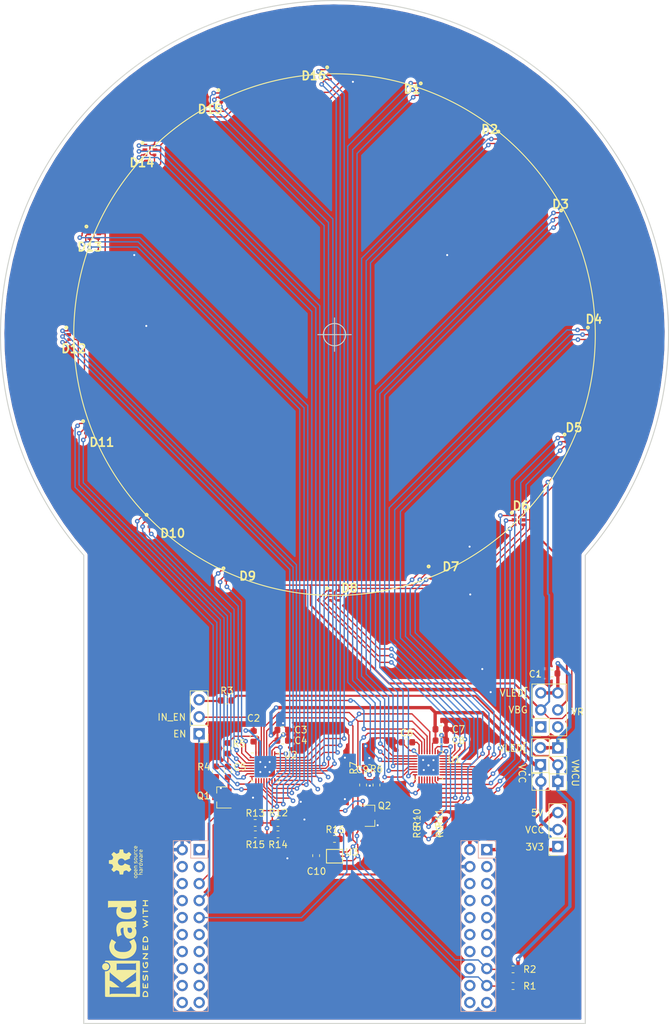
<source format=kicad_pcb>
(kicad_pcb (version 20171130) (host pcbnew "(5.1.4)-1")
  (layers (0 F.Cu signal) (31 B.Cu signal) (34 B.Paste user) (35 F.Paste user) (36 B.SilkS user) (37 F.SilkS user) (38 B.Mask user) (39 F.Mask user) (44 Edge.Cuts user))
  (net 0 "")
  (net 1 /VLED)
  (net 2 /U2VCAP)
  (net 3 /VCC)
  (net 4 "Net-(C5-Pad1)")
  (net 5 /U1VCAP)
  (net 6 "Net-(C9-Pad1)")
  (net 7 /VBG)
  (net 8 /VR)
  (net 9 /OUT0)
  (net 10 /OUT1)
  (net 11 /OUT2)
  (net 12 /OUT5)
  (net 13 /OUT4)
  (net 14 /OUT3)
  (net 15 /OUT8)
  (net 16 /OUT7)
  (net 17 /OUT6)
  (net 18 /OUT11)
  (net 19 /OUT10)
  (net 20 /OUT9)
  (net 21 /OUT12)
  (net 22 /OUT13)
  (net 23 /OUT14)
  (net 24 /OUT15)
  (net 25 /OUT16)
  (net 26 /OUT17)
  (net 27 /OUT18)
  (net 28 /OUT19)
  (net 29 /OUT20)
  (net 30 /OUT23)
  (net 31 /OUT22)
  (net 32 /OUT21)
  (net 33 /U2OUT2)
  (net 34 /U2OUT1)
  (net 35 /U2OUT0)
  (net 36 /U2OUT5)
  (net 37 /U2OUT4)
  (net 38 /U2OUT3)
  (net 39 /U2OUT8)
  (net 40 /U2OUT7)
  (net 41 /U2OUT6)
  (net 42 /U2OUT11)
  (net 43 /U2OUT10)
  (net 44 /U2OUT9)
  (net 45 /U2OUT12)
  (net 46 /U2OUT13)
  (net 47 /U2OUT14)
  (net 48 /U2OUT15)
  (net 49 /U2OUT16)
  (net 50 /U2OUT17)
  (net 51 /U2OUT18)
  (net 52 /U2OUT19)
  (net 53 /U2OUT20)
  (net 54 /U2OUT21)
  (net 55 /U2OUT22)
  (net 56 /U2OUT23)
  (net 57 /VMCU)
  (net 58 /EN)
  (net 59 /IN_EN)
  (net 60 "Net-(J6-Pad3)")
  (net 61 /3.3V)
  (net 62 /5V)
  (net 63 /SDA)
  (net 64 /SCL)
  (net 65 /PWM1)
  (net 66 /INTERRUPT)
  (net 67 "Net-(Q1-Pad3)")
  (net 68 "Net-(Q2-Pad3)")
  (net 69 /U2IREF)
  (net 70 /U1IREF)
  (net 71 /U1ADDR0)
  (net 72 /U1ADDR1)
  (net 73 GND)
  (net 74 /U2ADDR1)
  (net 75 /U2ADDR0)
  (net 76 "Net-(J7-Pad1)")
  (net 77 /VR_EXT)
  (net 78 "Net-(J9-Pad20)")
  (net 79 "Net-(J9-Pad19)")
  (net 80 "Net-(J9-Pad18)")
  (net 81 "Net-(J9-Pad16)")
  (net 82 "Net-(J9-Pad14)")
  (net 83 "Net-(J9-Pad13)")
  (net 84 "Net-(J9-Pad12)")
  (net 85 "Net-(J9-Pad11)")
  (net 86 "Net-(J9-Pad10)")
  (net 87 "Net-(J9-Pad9)")
  (net 88 "Net-(J9-Pad8)")
  (net 89 "Net-(J9-Pad7)")
  (net 90 "Net-(J9-Pad6)")
  (net 91 "Net-(J9-Pad5)")
  (net 92 "Net-(J9-Pad3)")
  (net 93 "Net-(J10-Pad20)")
  (net 94 "Net-(J10-Pad19)")
  (net 95 "Net-(J10-Pad18)")
  (net 96 "Net-(J10-Pad17)")
  (net 97 "Net-(J10-Pad16)")
  (net 98 "Net-(J10-Pad15)")
  (net 99 "Net-(J10-Pad14)")
  (net 100 "Net-(J10-Pad13)")
  (net 101 "Net-(J10-Pad12)")
  (net 102 "Net-(J10-Pad11)")
  (net 103 "Net-(J10-Pad10)")
  (net 104 "Net-(J10-Pad8)")
  (net 105 "Net-(J10-Pad6)")
  (net 106 "Net-(J10-Pad4)")
  (net 107 "Net-(J10-Pad3)")
  (net 108 "Net-(J10-Pad1)")
  (module N_custom:Logo_0_2in_oshw_full (layer F.Cu) (at 61.79 154.35 90)
    (fp_text reference G*** hide)
    (fp_text value LOGO hide)
  )
  (module N_custom:Logo_0_2in_kicad (layer F.Cu) (at 62.09 167.54 90)
    (fp_text reference G*** hide)
    (fp_text value LOGO hide)
  )
  (module Connector_PinHeader_2.54mm:PinHeader_1x03_P2.54mm_Vertical (layer F.Cu) (at 72.75 135.18 180)
    (fp_text reference J6 hide)
    (fp_text value EN (at 2.9 -0.02 180) (layer F.SilkS))
    (pad 1 thru_hole rect (at 0 0 180) (size 1.7 1.7) (drill 1) (layers *.Cu *.Mask) (net 58 /EN))
    (pad 2 thru_hole oval (at 0 2.54 180) (size 1.7 1.7) (drill 1) (layers *.Cu *.Mask) (net 59 /IN_EN))
    (pad 3 thru_hole oval (at 0 5.08 180) (size 1.7 1.7) (drill 1) (layers *.Cu *.Mask) (net 60 "Net-(J6-Pad3)"))
  )
  (module Concurs:QFN-32-1EP_4x4mm_P0.4mm_EP2.9x2.9mm (layer F.Cu) (at 82.65 140.15)
    (fp_text reference U2 (at 3.8 -1.8) (layer F.SilkS))
    (fp_text value LP5024RSMR)
    (pad 32 smd roundrect (at -1.4 -2) (size 0.2 0.7) (layers F.Cu F.Paste F.Mask) (net 2 /U2VCAP))
    (pad 31 smd roundrect (at -1 -2) (size 0.2 0.7) (layers F.Cu F.Paste F.Mask) (net 69 /U2IREF))
    (pad 30 smd roundrect (at -0.6 -2) (size 0.2 0.7) (layers F.Cu F.Paste F.Mask) (net 59 /IN_EN))
    (pad 29 smd roundrect (at -0.2 -2) (size 0.2 0.7) (layers F.Cu F.Paste F.Mask) (net 63 /SDA))
    (pad 28 smd roundrect (at 0.2 -2) (size 0.2 0.7) (layers F.Cu F.Paste F.Mask) (net 64 /SCL))
    (pad 27 smd roundrect (at 0.6 -2) (size 0.2 0.7) (layers F.Cu F.Paste F.Mask) (net 3 /VCC))
    (pad 26 smd roundrect (at 1 -2) (size 0.2 0.7) (layers F.Cu F.Paste F.Mask) (net 74 /U2ADDR1))
    (pad 25 smd roundrect (at 1.4 -2) (size 0.2 0.7) (layers F.Cu F.Paste F.Mask) (net 75 /U2ADDR0))
    (pad 24 smd roundrect (at 2 -1.4) (size 0.7 0.2) (layers F.Cu F.Paste F.Mask) (net 56 /U2OUT23))
    (pad 23 smd roundrect (at 2 -1) (size 0.7 0.2) (layers F.Cu F.Paste F.Mask) (net 55 /U2OUT22))
    (pad 22 smd roundrect (at 2 -0.6) (size 0.7 0.2) (layers F.Cu F.Paste F.Mask) (net 54 /U2OUT21))
    (pad 21 smd roundrect (at 2 -0.2) (size 0.7 0.2) (layers F.Cu F.Paste F.Mask) (net 53 /U2OUT20))
    (pad 20 smd roundrect (at 2 0.2) (size 0.7 0.2) (layers F.Cu F.Paste F.Mask) (net 52 /U2OUT19))
    (pad 19 smd roundrect (at 2 0.6) (size 0.7 0.2) (layers F.Cu F.Paste F.Mask) (net 51 /U2OUT18))
    (pad 18 smd roundrect (at 2 1) (size 0.7 0.2) (layers F.Cu F.Paste F.Mask) (net 50 /U2OUT17))
    (pad 17 smd roundrect (at 2 1.4) (size 0.7 0.2) (layers F.Cu F.Paste F.Mask) (net 49 /U2OUT16))
    (pad 16 smd roundrect (at 1.4 2) (size 0.2 0.7) (layers F.Cu F.Paste F.Mask) (net 48 /U2OUT15))
    (pad 15 smd roundrect (at 1 2) (size 0.2 0.7) (layers F.Cu F.Paste F.Mask) (net 47 /U2OUT14))
    (pad 14 smd roundrect (at 0.6 2) (size 0.2 0.7) (layers F.Cu F.Paste F.Mask) (net 46 /U2OUT13))
    (pad 13 smd roundrect (at 0.2 2) (size 0.2 0.7) (layers F.Cu F.Paste F.Mask) (net 45 /U2OUT12))
    (pad 12 smd roundrect (at -0.2 2) (size 0.2 0.7) (layers F.Cu F.Paste F.Mask) (net 42 /U2OUT11))
    (pad 11 smd roundrect (at -0.6 2) (size 0.2 0.7) (layers F.Cu F.Paste F.Mask) (net 43 /U2OUT10))
    (pad 10 smd roundrect (at -1 2) (size 0.2 0.7) (layers F.Cu F.Paste F.Mask) (net 44 /U2OUT9))
    (pad 9 smd roundrect (at -1.4 2) (size 0.2 0.7) (layers F.Cu F.Paste F.Mask) (net 39 /U2OUT8))
    (pad 8 smd roundrect (at -2 1.4) (size 0.7 0.2) (layers F.Cu F.Paste F.Mask) (net 40 /U2OUT7))
    (pad 7 smd roundrect (at -2 1) (size 0.7 0.2) (layers F.Cu F.Paste F.Mask) (net 41 /U2OUT6))
    (pad 6 smd roundrect (at -2 0.6) (size 0.7 0.2) (layers F.Cu F.Paste F.Mask) (net 36 /U2OUT5))
    (pad 5 smd roundrect (at -2 0.2) (size 0.7 0.2) (layers F.Cu F.Paste F.Mask) (net 37 /U2OUT4))
    (pad 4 smd roundrect (at -2 -0.2) (size 0.7 0.2) (layers F.Cu F.Paste F.Mask) (net 38 /U2OUT3))
    (pad 3 smd roundrect (at -2 -0.6) (size 0.7 0.2) (layers F.Cu F.Paste F.Mask) (net 33 /U2OUT2))
    (pad 2 smd roundrect (at -2 -1) (size 0.7 0.2) (layers F.Cu F.Paste F.Mask) (net 34 /U2OUT1))
    (pad 1 smd roundrect (at -2 -1.4) (size 0.7 0.2) (layers F.Cu F.Paste F.Mask) (net 35 /U2OUT0))
    (pad 33 smd roundrect (at 0 0) (size 2.9 2.9) (layers F.Cu F.Mask) (roundrect_rratio 0.08620700000000001) (net 73 GND))
  )
  (module Concurs:QFN-32-1EP_4x4mm_P0.4mm_EP2.9x2.9mm (layer F.Cu) (at 107.05 139.9)
    (fp_text reference U1 (at 3.85 -0.85) (layer F.SilkS))
    (fp_text value LP5024RSMR)
    (pad 33 smd roundrect (at 0 0) (size 2.9 2.9) (layers F.Cu F.Mask) (roundrect_rratio 0.08620700000000001) (net 73 GND))
    (pad 1 smd roundrect (at -2 -1.4) (size 0.7 0.2) (layers F.Cu F.Paste F.Mask) (net 9 /OUT0))
    (pad 2 smd roundrect (at -2 -1) (size 0.7 0.2) (layers F.Cu F.Paste F.Mask) (net 10 /OUT1))
    (pad 3 smd roundrect (at -2 -0.6) (size 0.7 0.2) (layers F.Cu F.Paste F.Mask) (net 11 /OUT2))
    (pad 4 smd roundrect (at -2 -0.2) (size 0.7 0.2) (layers F.Cu F.Paste F.Mask) (net 14 /OUT3))
    (pad 5 smd roundrect (at -2 0.2) (size 0.7 0.2) (layers F.Cu F.Paste F.Mask) (net 13 /OUT4))
    (pad 6 smd roundrect (at -2 0.6) (size 0.7 0.2) (layers F.Cu F.Paste F.Mask) (net 12 /OUT5))
    (pad 7 smd roundrect (at -2 1) (size 0.7 0.2) (layers F.Cu F.Paste F.Mask) (net 17 /OUT6))
    (pad 8 smd roundrect (at -2 1.4) (size 0.7 0.2) (layers F.Cu F.Paste F.Mask) (net 16 /OUT7))
    (pad 9 smd roundrect (at -1.4 2) (size 0.2 0.7) (layers F.Cu F.Paste F.Mask) (net 15 /OUT8))
    (pad 10 smd roundrect (at -1 2) (size 0.2 0.7) (layers F.Cu F.Paste F.Mask) (net 20 /OUT9))
    (pad 11 smd roundrect (at -0.6 2) (size 0.2 0.7) (layers F.Cu F.Paste F.Mask) (net 19 /OUT10))
    (pad 12 smd roundrect (at -0.2 2) (size 0.2 0.7) (layers F.Cu F.Paste F.Mask) (net 18 /OUT11))
    (pad 13 smd roundrect (at 0.2 2) (size 0.2 0.7) (layers F.Cu F.Paste F.Mask) (net 21 /OUT12))
    (pad 14 smd roundrect (at 0.6 2) (size 0.2 0.7) (layers F.Cu F.Paste F.Mask) (net 22 /OUT13))
    (pad 15 smd roundrect (at 1 2) (size 0.2 0.7) (layers F.Cu F.Paste F.Mask) (net 23 /OUT14))
    (pad 16 smd roundrect (at 1.4 2) (size 0.2 0.7) (layers F.Cu F.Paste F.Mask) (net 24 /OUT15))
    (pad 17 smd roundrect (at 2 1.4) (size 0.7 0.2) (layers F.Cu F.Paste F.Mask) (net 25 /OUT16))
    (pad 18 smd roundrect (at 2 1) (size 0.7 0.2) (layers F.Cu F.Paste F.Mask) (net 26 /OUT17))
    (pad 19 smd roundrect (at 2 0.6) (size 0.7 0.2) (layers F.Cu F.Paste F.Mask) (net 27 /OUT18))
    (pad 20 smd roundrect (at 2 0.2) (size 0.7 0.2) (layers F.Cu F.Paste F.Mask) (net 28 /OUT19))
    (pad 21 smd roundrect (at 2 -0.2) (size 0.7 0.2) (layers F.Cu F.Paste F.Mask) (net 29 /OUT20))
    (pad 22 smd roundrect (at 2 -0.6) (size 0.7 0.2) (layers F.Cu F.Paste F.Mask) (net 32 /OUT21))
    (pad 23 smd roundrect (at 2 -1) (size 0.7 0.2) (layers F.Cu F.Paste F.Mask) (net 31 /OUT22))
    (pad 24 smd roundrect (at 2 -1.4) (size 0.7 0.2) (layers F.Cu F.Paste F.Mask) (net 30 /OUT23))
    (pad 25 smd roundrect (at 1.4 -2) (size 0.2 0.7) (layers F.Cu F.Paste F.Mask) (net 71 /U1ADDR0))
    (pad 26 smd roundrect (at 1 -2) (size 0.2 0.7) (layers F.Cu F.Paste F.Mask) (net 72 /U1ADDR1))
    (pad 27 smd roundrect (at 0.6 -2) (size 0.2 0.7) (layers F.Cu F.Paste F.Mask) (net 3 /VCC))
    (pad 28 smd roundrect (at 0.2 -2) (size 0.2 0.7) (layers F.Cu F.Paste F.Mask) (net 64 /SCL))
    (pad 29 smd roundrect (at -0.2 -2) (size 0.2 0.7) (layers F.Cu F.Paste F.Mask) (net 63 /SDA))
    (pad 30 smd roundrect (at -0.6 -2) (size 0.2 0.7) (layers F.Cu F.Paste F.Mask) (net 59 /IN_EN))
    (pad 31 smd roundrect (at -1 -2) (size 0.2 0.7) (layers F.Cu F.Paste F.Mask) (net 70 /U1IREF))
    (pad 32 smd roundrect (at -1.4 -2) (size 0.2 0.7) (layers F.Cu F.Paste F.Mask) (net 5 /U1VCAP))
  )
  (module Footprints:opt3001 (layer F.Cu) (at 92.05 152.85)
    (fp_text reference U3 (at 3.55 0.05) (layer F.SilkS))
    (fp_text value OPT3001DNPR hide)
    (pad 1 smd roundrect (at 0 0) (size 0.5 0.25) (layers F.Cu F.Paste F.Mask) (net 3 /VCC))
    (pad 2 smd roundrect (at 0 0.65) (size 0.5 0.25) (layers F.Cu F.Paste F.Mask) (net 73 GND))
    (pad 3 smd roundrect (at 0 1.3) (size 0.5 0.25) (layers F.Cu F.Paste F.Mask) (net 73 GND))
    (pad 7 smd rect (at 0.95 0.65) (size 0.65 1.35) (layers F.Cu F.Paste F.Mask) (net 73 GND))
    (pad 6 smd roundrect (at 1.9 0) (size 0.5 0.25) (layers F.Cu F.Paste F.Mask) (net 63 /SDA))
    (pad 4 smd roundrect (at 1.9 1.3) (size 0.5 0.25) (layers F.Cu F.Paste F.Mask) (net 64 /SCL))
    (pad 5 smd roundrect (at 1.9 0.63) (size 0.5 0.25) (layers F.Cu F.Paste F.Mask) (net 66 /INTERRUPT))
  )
  (module Resistor_SMD:R_0603_1608Metric (layer F.Cu) (at 93 150.9)
    (fp_text reference R16 (at 0.1125 -1.4) (layer F.SilkS))
    (fp_text value 10k)
    (pad 1 smd roundrect (at -0.7875 0) (size 0.875 0.95) (layers F.Cu F.Paste F.Mask) (net 3 /VCC))
    (pad 2 smd roundrect (at 0.7875 0) (size 0.875 0.95) (layers F.Cu F.Paste F.Mask) (net 66 /INTERRUPT))
  )
  (module Resistor_SMD:R_0603_1608Metric (layer F.Cu) (at 81.1625 150.211 180)
    (fp_text reference R15 (at 0.0125 -1.539) (layer F.SilkS))
    (fp_text value NC)
    (pad 2 smd roundrect (at 0.7875 0 180) (size 0.875 0.95) (layers F.Cu F.Paste F.Mask) (net 3 /VCC))
    (pad 1 smd roundrect (at -0.7875 0 180) (size 0.875 0.95) (layers F.Cu F.Paste F.Mask) (net 74 /U2ADDR1))
  )
  (module Resistor_SMD:R_0603_1608Metric (layer F.Cu) (at 84.55 150.211)
    (fp_text reference R14 (at 0 1.539) (layer F.SilkS))
    (fp_text value 10K)
    (pad 2 smd roundrect (at 0.7875 0) (size 0.875 0.95) (layers F.Cu F.Paste F.Mask) (net 73 GND))
    (pad 1 smd roundrect (at -0.7875 0) (size 0.875 0.95) (layers F.Cu F.Paste F.Mask) (net 74 /U2ADDR1))
  )
  (module Resistor_SMD:R_0603_1608Metric (layer F.Cu) (at 81.1375 148.511 180)
    (fp_text reference R13 (at -0.0125 1.461 180) (layer F.SilkS))
    (fp_text value 10K)
    (pad 1 smd roundrect (at -0.7875 0 180) (size 0.875 0.95) (layers F.Cu F.Paste F.Mask) (net 75 /U2ADDR0))
    (pad 2 smd roundrect (at 0.7875 0 180) (size 0.875 0.95) (layers F.Cu F.Paste F.Mask) (net 3 /VCC))
  )
  (module Resistor_SMD:R_0603_1608Metric (layer F.Cu) (at 84.5375 148.511)
    (fp_text reference R12 (at 0.0625 -1.511 180) (layer F.SilkS))
    (fp_text value NC)
    (pad 2 smd roundrect (at 0.7875 0) (size 0.875 0.95) (layers F.Cu F.Paste F.Mask) (net 73 GND))
    (pad 1 smd roundrect (at -0.7875 0) (size 0.875 0.95) (layers F.Cu F.Paste F.Mask) (net 75 /U2ADDR0))
  )
  (module Resistor_SMD:R_0603_1608Metric (layer F.Cu) (at 108.7375 150.1)
    (fp_text reference R11 (at -0.0875 -2.3 270) (layer F.SilkS))
    (fp_text value 10K)
    (pad 2 smd roundrect (at 0.7875 0) (size 0.875 0.95) (layers F.Cu F.Paste F.Mask) (net 3 /VCC))
    (pad 1 smd roundrect (at -0.7875 0) (size 0.875 0.95) (layers F.Cu F.Paste F.Mask) (net 72 /U1ADDR1))
  )
  (module Resistor_SMD:R_0603_1608Metric (layer F.Cu) (at 105.3625 150.1 180)
    (fp_text reference R10 (at 0.0125 2.3 270) (layer F.SilkS))
    (fp_text value NC)
    (pad 1 smd roundrect (at -0.7875 0 180) (size 0.875 0.95) (layers F.Cu F.Paste F.Mask) (net 72 /U1ADDR1))
    (pad 2 smd roundrect (at 0.7875 0 180) (size 0.875 0.95) (layers F.Cu F.Paste F.Mask) (net 73 GND))
  )
  (module Resistor_SMD:R_0603_1608Metric (layer F.Cu) (at 108.75 148.025)
    (fp_text reference R9 (at 0 1.725 270) (layer F.SilkS))
    (fp_text value 10K)
    (pad 1 smd roundrect (at -0.7875 0) (size 0.875 0.95) (layers F.Cu F.Paste F.Mask) (net 71 /U1ADDR0))
    (pad 2 smd roundrect (at 0.7875 0) (size 0.875 0.95) (layers F.Cu F.Paste F.Mask) (net 3 /VCC))
  )
  (module Resistor_SMD:R_0603_1608Metric (layer F.Cu) (at 105.375 148.05 180)
    (fp_text reference R8 (at 0.025 -1.8 270) (layer F.SilkS))
    (fp_text value NC)
    (pad 2 smd roundrect (at 0.7875 0 180) (size 0.875 0.95) (layers F.Cu F.Paste F.Mask) (net 73 GND))
    (pad 1 smd roundrect (at -0.7875 0 180) (size 0.875 0.95) (layers F.Cu F.Paste F.Mask) (net 71 /U1ADDR0))
  )
  (module Resistor_SMD:R_0603_1608Metric (layer F.Cu) (at 98.2575 140.29 180)
    (fp_text reference R7 (at 2.4125 0 270) (layer F.SilkS))
    (fp_text value 4.7k)
    (pad 1 smd roundrect (at -0.7875 0 180) (size 0.875 0.95) (layers F.Cu F.Paste F.Mask) (net 70 /U1IREF))
    (pad 2 smd roundrect (at 0.7875 0 180) (size 0.875 0.95) (layers F.Cu F.Paste F.Mask) (net 6 "Net-(C9-Pad1)"))
  )
  (module Resistor_SMD:R_0603_1608Metric (layer F.Cu) (at 99.27 142.84 90)
    (fp_text reference R6 (at 2.4 0) (layer F.SilkS))
    (fp_text value 5.10K)
    (pad 1 smd roundrect (at -0.7875 0 90) (size 0.875 0.95) (layers F.Cu F.Paste F.Mask) (net 68 "Net-(Q2-Pad3)"))
    (pad 2 smd roundrect (at 0.7875 0 90) (size 0.875 0.95) (layers F.Cu F.Paste F.Mask) (net 6 "Net-(C9-Pad1)"))
  )
  (module Resistor_SMD:R_0603_1608Metric (layer F.Cu) (at 77.05 137.35 270)
    (fp_text reference R5 (at -0.7 -1.7 180) (layer F.SilkS))
    (fp_text value 4.7k)
    (pad 1 smd roundrect (at -0.7875 0 270) (size 0.875 0.95) (layers F.Cu F.Paste F.Mask) (net 69 /U2IREF))
    (pad 2 smd roundrect (at 0.7875 0 270) (size 0.875 0.95) (layers F.Cu F.Paste F.Mask) (net 4 "Net-(C5-Pad1)"))
  )
  (module Resistor_SMD:R_0603_1608Metric (layer F.Cu) (at 75.25 140.85 90)
    (fp_text reference R4 (at 0.7125 -1.8 180) (layer F.SilkS))
    (fp_text value 5.10K)
    (pad 2 smd roundrect (at 0.7875 0 90) (size 0.875 0.95) (layers F.Cu F.Paste F.Mask) (net 4 "Net-(C5-Pad1)"))
    (pad 1 smd roundrect (at -0.7875 0 90) (size 0.875 0.95) (layers F.Cu F.Paste F.Mask) (net 67 "Net-(Q1-Pad3)"))
  )
  (module Resistor_SMD:R_0603_1608Metric (layer F.Cu) (at 76.8 130.2 180)
    (fp_text reference R3 (at -0.1 1.45) (layer F.SilkS))
    (fp_text value 4.7k)
    (pad 2 smd roundrect (at 0.7875 0 180) (size 0.875 0.95) (layers F.Cu F.Paste F.Mask) (net 60 "Net-(J6-Pad3)"))
    (pad 1 smd roundrect (at -0.7875 0 180) (size 0.875 0.95) (layers F.Cu F.Paste F.Mask) (net 57 /VMCU))
  )
  (module Resistor_SMD:R_0603_1608Metric (layer F.Cu) (at 119.7 170.4 180)
    (fp_text reference R2 (at -2.5 0) (layer F.SilkS))
    (fp_text value 4.7k)
    (pad 2 smd roundrect (at 0.7875 0 180) (size 0.875 0.95) (layers F.Cu F.Paste F.Mask) (net 64 /SCL))
    (pad 1 smd roundrect (at -0.7875 0 180) (size 0.875 0.95) (layers F.Cu F.Paste F.Mask) (net 57 /VMCU))
  )
  (module Resistor_SMD:R_0603_1608Metric (layer F.Cu) (at 119.7 172.9 180)
    (fp_text reference R1 (at -2.5 0) (layer F.SilkS))
    (fp_text value 4.7k)
    (pad 1 smd roundrect (at -0.7875 0 180) (size 0.875 0.95) (layers F.Cu F.Paste F.Mask) (net 57 /VMCU))
    (pad 2 smd roundrect (at 0.7875 0 180) (size 0.875 0.95) (layers F.Cu F.Paste F.Mask) (net 63 /SDA))
  )
  (module Package_TO_SOT_SMD:SOT-23 (layer F.Cu) (at 98.27 147.44)
    (fp_text reference Q2 (at 2.2 -1.5) (layer F.SilkS))
    (fp_text value 2N7002)
    (pad 3 smd rect (at 1 0) (size 0.9 0.8) (layers F.Cu F.Paste F.Mask) (net 68 "Net-(Q2-Pad3)"))
    (pad 2 smd rect (at -1 0.95) (size 0.9 0.8) (layers F.Cu F.Paste F.Mask) (net 73 GND))
    (pad 1 smd rect (at -1 -0.95) (size 0.9 0.8) (layers F.Cu F.Paste F.Mask) (net 65 /PWM1))
  )
  (module Package_TO_SOT_SMD:SOT-23 (layer F.Cu) (at 76.15 144.7 180)
    (fp_text reference Q1 (at 2.75 0.25) (layer F.SilkS))
    (fp_text value 2N7002)
    (pad 1 smd rect (at -1 -0.95 180) (size 0.9 0.8) (layers F.Cu F.Paste F.Mask) (net 65 /PWM1))
    (pad 2 smd rect (at -1 0.95 180) (size 0.9 0.8) (layers F.Cu F.Paste F.Mask) (net 73 GND))
    (pad 3 smd rect (at 1 0 180) (size 0.9 0.8) (layers F.Cu F.Paste F.Mask) (net 67 "Net-(Q1-Pad3)"))
  )
  (module Connector_PinSocket_2.54mm:PinSocket_1x03_P2.54mm_Vertical (layer F.Cu) (at 126.4 152.04 180)
    (fp_text reference J8 hide)
    (fp_text value VINSEL)
    (pad 1 thru_hole rect (at 0 0 180) (size 1.7 1.7) (drill 1) (layers *.Cu *.Mask) (net 61 /3.3V))
    (pad 2 thru_hole oval (at 0 2.54 180) (size 1.7 1.7) (drill 1) (layers *.Cu *.Mask) (net 3 /VCC))
    (pad 3 thru_hole oval (at 0 5.08 180) (size 1.7 1.7) (drill 1) (layers *.Cu *.Mask) (net 62 /5V))
  )
  (module Connector_PinSocket_2.54mm:PinSocket_2x03_P2.54mm_Vertical (layer F.Cu) (at 123.85 134.15 180)
    (fp_text reference J7 hide)
    (fp_text value Conn_02x03_Odd_Even)
    (pad 1 thru_hole rect (at 0 0 180) (size 1.7 1.7) (drill 1) (layers *.Cu *.Mask) (net 76 "Net-(J7-Pad1)"))
    (pad 2 thru_hole oval (at -2.54 0 180) (size 1.7 1.7) (drill 1) (layers *.Cu *.Mask) (net 77 /VR_EXT))
    (pad 3 thru_hole oval (at 0 2.54 180) (size 1.7 1.7) (drill 1) (layers *.Cu *.Mask) (net 7 /VBG))
    (pad 4 thru_hole oval (at -2.54 2.54 180) (size 1.7 1.7) (drill 1) (layers *.Cu *.Mask) (net 8 /VR))
    (pad 5 thru_hole oval (at 0 5.08 180) (size 1.7 1.7) (drill 1) (layers *.Cu *.Mask) (net 1 /VLED))
    (pad 6 thru_hole oval (at -2.54 5.08 180) (size 1.7 1.7) (drill 1) (layers *.Cu *.Mask) (net 1 /VLED))
  )
  (module Connector_PinSocket_2.54mm:PinSocket_1x02_P2.54mm_Vertical (layer F.Cu) (at 123.8 139.8 180)
    (fp_text reference J3 hide)
    (fp_text value "VCC VLED")
    (pad 1 thru_hole rect (at 0 0 180) (size 1.7 1.7) (drill 1) (layers *.Cu *.Mask) (net 3 /VCC))
    (pad 2 thru_hole oval (at 0 2.54 180) (size 1.7 1.7) (drill 1) (layers *.Cu *.Mask) (net 1 /VLED))
  )
  (module Connector_PinSocket_2.54mm:PinSocket_1x02_P2.54mm_Vertical (layer F.Cu) (at 126.4 137.3)
    (fp_text reference J2 hide)
    (fp_text value "VLED VMCU")
    (pad 2 thru_hole oval (at 0 2.54) (size 1.7 1.7) (drill 1) (layers *.Cu *.Mask) (net 57 /VMCU))
    (pad 1 thru_hole rect (at 0 0) (size 1.7 1.7) (drill 1) (layers *.Cu *.Mask) (net 1 /VLED))
  )
  (module Footprints:EL-19-337_R6GHBHC-A01 (layer F.Cu) (at 93 36.6)
    (fp_text reference D16 (at -3.1 0.2) (layer F.SilkS) (effects (font (size 1.27 1.27) (thickness 0.254))))
    (fp_text value 19-337r6ghbhc-A012T hide)
    (pad 6 smd rect (at 0.675 0.725 90) (size 0.4 0.55) (layers F.Cu F.Paste) (net 7 /VBG))
    (pad 5 smd rect (at 0.75 0 90) (size 0.5 0.7) (layers F.Cu F.Paste) (net 8 /VR))
    (pad 4 smd rect (at 0.675 -0.725 90) (size 0.4 0.55) (layers F.Cu F.Paste) (net 7 /VBG))
    (pad 3 smd rect (at -0.675 0.725 90) (size 0.4 0.55) (layers F.Cu F.Paste) (net 54 /U2OUT21))
    (pad 2 smd rect (at -0.75 0 90) (size 0.5 0.7) (layers F.Cu F.Paste) (net 55 /U2OUT22))
    (pad 1 smd rect (at -0.675 -0.725 90) (size 0.4 0.55) (layers F.Cu F.Paste) (net 56 /U2OUT23))
  )
  (module Footprints:EL-19-337_R6GHBHC-A01 (layer F.Cu) (at 76.75 40)
    (fp_text reference D15 (at -2.35 1.8) (layer F.SilkS) (effects (font (size 1.27 1.27) (thickness 0.254))))
    (fp_text value 19-337r6ghbhc-A012T hide)
    (pad 6 smd rect (at 0.675 0.725 90) (size 0.4 0.55) (layers F.Cu F.Paste) (net 7 /VBG))
    (pad 5 smd rect (at 0.75 0 90) (size 0.5 0.7) (layers F.Cu F.Paste) (net 8 /VR))
    (pad 4 smd rect (at 0.675 -0.725 90) (size 0.4 0.55) (layers F.Cu F.Paste) (net 7 /VBG))
    (pad 3 smd rect (at -0.675 0.725 90) (size 0.4 0.55) (layers F.Cu F.Paste) (net 51 /U2OUT18))
    (pad 2 smd rect (at -0.75 0 90) (size 0.5 0.7) (layers F.Cu F.Paste) (net 52 /U2OUT19))
    (pad 1 smd rect (at -0.675 -0.725 90) (size 0.4 0.55) (layers F.Cu F.Paste) (net 53 /U2OUT20))
  )
  (module Footprints:EL-19-337_R6GHBHC-A01 (layer F.Cu) (at 65.4 47.9)
    (fp_text reference D14 (at -1.2 1.9) (layer F.SilkS) (effects (font (size 1.27 1.27) (thickness 0.254))))
    (fp_text value 19-337r6ghbhc-A012T hide)
    (pad 6 smd rect (at 0.675 0.725 90) (size 0.4 0.55) (layers F.Cu F.Paste) (net 7 /VBG))
    (pad 5 smd rect (at 0.75 0 90) (size 0.5 0.7) (layers F.Cu F.Paste) (net 8 /VR))
    (pad 4 smd rect (at 0.675 -0.725 90) (size 0.4 0.55) (layers F.Cu F.Paste) (net 7 /VBG))
    (pad 3 smd rect (at -0.675 0.725 90) (size 0.4 0.55) (layers F.Cu F.Paste) (net 48 /U2OUT15))
    (pad 2 smd rect (at -0.75 0 90) (size 0.5 0.7) (layers F.Cu F.Paste) (net 49 /U2OUT16))
    (pad 1 smd rect (at -0.675 -0.725 90) (size 0.4 0.55) (layers F.Cu F.Paste) (net 50 /U2OUT17))
  )
  (module Footprints:EL-19-337_R6GHBHC-A01 (layer F.Cu) (at 57 60.4)
    (fp_text reference D13 (at -0.6 2) (layer F.SilkS) (effects (font (size 1.27 1.27) (thickness 0.254))))
    (fp_text value 19-337r6ghbhc-A012T hide)
    (pad 6 smd rect (at 0.675 0.725 90) (size 0.4 0.55) (layers F.Cu F.Paste) (net 7 /VBG))
    (pad 5 smd rect (at 0.75 0 90) (size 0.5 0.7) (layers F.Cu F.Paste) (net 8 /VR))
    (pad 4 smd rect (at 0.675 -0.725 90) (size 0.4 0.55) (layers F.Cu F.Paste) (net 7 /VBG))
    (pad 3 smd rect (at -0.675 0.725 90) (size 0.4 0.55) (layers F.Cu F.Paste) (net 45 /U2OUT12))
    (pad 2 smd rect (at -0.75 0 90) (size 0.5 0.7) (layers F.Cu F.Paste) (net 46 /U2OUT13))
    (pad 1 smd rect (at -0.675 -0.725 90) (size 0.4 0.55) (layers F.Cu F.Paste) (net 47 /U2OUT14))
  )
  (module Footprints:EL-19-337_R6GHBHC-A01 (layer F.Cu) (at 54 75.5)
    (fp_text reference D12 (at 0 2.1) (layer F.SilkS) (effects (font (size 1.27 1.27) (thickness 0.254))))
    (fp_text value 19-337r6ghbhc-A012T hide)
    (pad 1 smd rect (at -0.675 -0.725 90) (size 0.4 0.55) (layers F.Cu F.Paste) (net 42 /U2OUT11))
    (pad 2 smd rect (at -0.75 0 90) (size 0.5 0.7) (layers F.Cu F.Paste) (net 43 /U2OUT10))
    (pad 3 smd rect (at -0.675 0.725 90) (size 0.4 0.55) (layers F.Cu F.Paste) (net 44 /U2OUT9))
    (pad 4 smd rect (at 0.675 -0.725 90) (size 0.4 0.55) (layers F.Cu F.Paste) (net 7 /VBG))
    (pad 5 smd rect (at 0.75 0 90) (size 0.5 0.7) (layers F.Cu F.Paste) (net 8 /VR))
    (pad 6 smd rect (at 0.675 0.725 90) (size 0.4 0.55) (layers F.Cu F.Paste) (net 7 /VBG))
  )
  (module Footprints:EL-19-337_R6GHBHC-A01 (layer F.Cu) (at 56.5 89.5)
    (fp_text reference D11 (at 1.7 2.1) (layer F.SilkS) (effects (font (size 1.27 1.27) (thickness 0.254))))
    (fp_text value 19-337r6ghbhc-A012T hide)
    (pad 1 smd rect (at -0.675 -0.725 90) (size 0.4 0.55) (layers F.Cu F.Paste) (net 39 /U2OUT8))
    (pad 2 smd rect (at -0.75 0 90) (size 0.5 0.7) (layers F.Cu F.Paste) (net 40 /U2OUT7))
    (pad 3 smd rect (at -0.675 0.725 90) (size 0.4 0.55) (layers F.Cu F.Paste) (net 41 /U2OUT6))
    (pad 4 smd rect (at 0.675 -0.725 90) (size 0.4 0.55) (layers F.Cu F.Paste) (net 7 /VBG))
    (pad 5 smd rect (at 0.75 0 90) (size 0.5 0.7) (layers F.Cu F.Paste) (net 8 /VR))
    (pad 6 smd rect (at 0.675 0.725 90) (size 0.4 0.55) (layers F.Cu F.Paste) (net 7 /VBG))
  )
  (module Footprints:EL-19-337_R6GHBHC-A01 (layer F.Cu) (at 66 103.5)
    (fp_text reference D10 (at 2.8 1.7) (layer F.SilkS) (effects (font (size 1.27 1.27) (thickness 0.254))))
    (fp_text value 19-337r6ghbhc-A012T hide)
    (pad 1 smd rect (at -0.675 -0.725 90) (size 0.4 0.55) (layers F.Cu F.Paste) (net 36 /U2OUT5))
    (pad 2 smd rect (at -0.75 0 90) (size 0.5 0.7) (layers F.Cu F.Paste) (net 37 /U2OUT4))
    (pad 3 smd rect (at -0.675 0.725 90) (size 0.4 0.55) (layers F.Cu F.Paste) (net 38 /U2OUT3))
    (pad 4 smd rect (at 0.675 -0.725 90) (size 0.4 0.55) (layers F.Cu F.Paste) (net 7 /VBG))
    (pad 5 smd rect (at 0.75 0 90) (size 0.5 0.7) (layers F.Cu F.Paste) (net 8 /VR))
    (pad 6 smd rect (at 0.675 0.725 90) (size 0.4 0.55) (layers F.Cu F.Paste) (net 7 /VBG))
  )
  (module Footprints:EL-19-337_R6GHBHC-A01 (layer F.Cu) (at 77.5 111.5)
    (fp_text reference D9 (at 2.5 0.1) (layer F.SilkS) (effects (font (size 1.27 1.27) (thickness 0.254))))
    (fp_text value 19-337r6ghbhc-A012T hide)
    (pad 1 smd rect (at -0.675 -0.725 90) (size 0.4 0.55) (layers F.Cu F.Paste) (net 33 /U2OUT2))
    (pad 2 smd rect (at -0.75 0 90) (size 0.5 0.7) (layers F.Cu F.Paste) (net 34 /U2OUT1))
    (pad 3 smd rect (at -0.675 0.725 90) (size 0.4 0.55) (layers F.Cu F.Paste) (net 35 /U2OUT0))
    (pad 4 smd rect (at 0.675 -0.725 90) (size 0.4 0.55) (layers F.Cu F.Paste) (net 7 /VBG))
    (pad 5 smd rect (at 0.75 0 90) (size 0.5 0.7) (layers F.Cu F.Paste) (net 8 /VR))
    (pad 6 smd rect (at 0.675 0.725 90) (size 0.4 0.55) (layers F.Cu F.Paste) (net 7 /VBG))
  )
  (module Footprints:EL-19-337_R6GHBHC-A01 (layer F.Cu) (at 93 114.5)
    (fp_text reference D8 (at 2.25 -1.1) (layer F.SilkS) (effects (font (size 1.27 1.27) (thickness 0.254))))
    (fp_text value 19-337r6ghbhc-A012T hide)
    (pad 1 smd rect (at -0.675 -0.725 90) (size 0.4 0.55) (layers F.Cu F.Paste) (net 30 /OUT23))
    (pad 2 smd rect (at -0.75 0 90) (size 0.5 0.7) (layers F.Cu F.Paste) (net 31 /OUT22))
    (pad 3 smd rect (at -0.675 0.725 90) (size 0.4 0.55) (layers F.Cu F.Paste) (net 32 /OUT21))
    (pad 4 smd rect (at 0.675 -0.725 90) (size 0.4 0.55) (layers F.Cu F.Paste) (net 7 /VBG))
    (pad 5 smd rect (at 0.75 0 90) (size 0.5 0.7) (layers F.Cu F.Paste) (net 8 /VR))
    (pad 6 smd rect (at 0.675 0.725 90) (size 0.4 0.55) (layers F.Cu F.Paste) (net 7 /VBG))
  )
  (module Footprints:EL-19-337_R6GHBHC-A01 (layer F.Cu) (at 108.175 111.225)
    (fp_text reference D7 (at 2.225 -1.025) (layer F.SilkS) (effects (font (size 1.27 1.27) (thickness 0.254))))
    (fp_text value 19-337r6ghbhc-A012T hide)
    (pad 6 smd rect (at 0.675 0.725 90) (size 0.4 0.55) (layers F.Cu F.Paste) (net 7 /VBG))
    (pad 5 smd rect (at 0.75 0 90) (size 0.5 0.7) (layers F.Cu F.Paste) (net 8 /VR))
    (pad 4 smd rect (at 0.675 -0.725 90) (size 0.4 0.55) (layers F.Cu F.Paste) (net 7 /VBG))
    (pad 3 smd rect (at -0.675 0.725 90) (size 0.4 0.55) (layers F.Cu F.Paste) (net 27 /OUT18))
    (pad 2 smd rect (at -0.75 0 90) (size 0.5 0.7) (layers F.Cu F.Paste) (net 28 /OUT19))
    (pad 1 smd rect (at -0.675 -0.725 90) (size 0.4 0.55) (layers F.Cu F.Paste) (net 29 /OUT20))
  )
  (module Footprints:EL-19-337_R6GHBHC-A01 (layer F.Cu) (at 120.6 103.2)
    (fp_text reference D6 (at 0.3 -2.1) (layer F.SilkS) (effects (font (size 1.27 1.27) (thickness 0.254))))
    (fp_text value 19-337r6ghbhc-A012T hide)
    (pad 6 smd rect (at 0.675 0.725 90) (size 0.4 0.55) (layers F.Cu F.Paste) (net 7 /VBG))
    (pad 5 smd rect (at 0.75 0 90) (size 0.5 0.7) (layers F.Cu F.Paste) (net 8 /VR))
    (pad 4 smd rect (at 0.675 -0.725 90) (size 0.4 0.55) (layers F.Cu F.Paste) (net 7 /VBG))
    (pad 3 smd rect (at -0.675 0.725 90) (size 0.4 0.55) (layers F.Cu F.Paste) (net 24 /OUT15))
    (pad 2 smd rect (at -0.75 0 90) (size 0.5 0.7) (layers F.Cu F.Paste) (net 25 /OUT16))
    (pad 1 smd rect (at -0.675 -0.725 90) (size 0.4 0.55) (layers F.Cu F.Paste) (net 26 /OUT17))
  )
  (module Footprints:EL-19-337_R6GHBHC-A01 (layer F.Cu) (at 128.5 91.5)
    (fp_text reference D5 (at 0.3 -2.1) (layer F.SilkS) (effects (font (size 1.27 1.27) (thickness 0.254))))
    (fp_text value 19-337r6ghbhc-A012T hide)
    (pad 6 smd rect (at 0.675 0.725 90) (size 0.4 0.55) (layers F.Cu F.Paste) (net 7 /VBG))
    (pad 5 smd rect (at 0.75 0 90) (size 0.5 0.7) (layers F.Cu F.Paste) (net 8 /VR))
    (pad 4 smd rect (at 0.675 -0.725 90) (size 0.4 0.55) (layers F.Cu F.Paste) (net 7 /VBG))
    (pad 3 smd rect (at -0.675 0.725 90) (size 0.4 0.55) (layers F.Cu F.Paste) (net 21 /OUT12))
    (pad 2 smd rect (at -0.75 0 90) (size 0.5 0.7) (layers F.Cu F.Paste) (net 22 /OUT13))
    (pad 1 smd rect (at -0.675 -0.725 90) (size 0.4 0.55) (layers F.Cu F.Paste) (net 23 /OUT14))
  )
  (module Footprints:EL-19-337_R6GHBHC-A01 (layer F.Cu) (at 132 75.5)
    (fp_text reference D4 (at -0.2 -2.3) (layer F.SilkS) (effects (font (size 1.27 1.27) (thickness 0.254))))
    (fp_text value 19-337r6ghbhc-A012T hide)
    (pad 1 smd rect (at -0.675 -0.725 90) (size 0.4 0.55) (layers F.Cu F.Paste) (net 18 /OUT11))
    (pad 2 smd rect (at -0.75 0 90) (size 0.5 0.7) (layers F.Cu F.Paste) (net 19 /OUT10))
    (pad 3 smd rect (at -0.675 0.725 90) (size 0.4 0.55) (layers F.Cu F.Paste) (net 20 /OUT9))
    (pad 4 smd rect (at 0.675 -0.725 90) (size 0.4 0.55) (layers F.Cu F.Paste) (net 7 /VBG))
    (pad 5 smd rect (at 0.75 0 90) (size 0.5 0.7) (layers F.Cu F.Paste) (net 8 /VR))
    (pad 6 smd rect (at 0.675 0.725 90) (size 0.4 0.55) (layers F.Cu F.Paste) (net 7 /VBG))
  )
  (module Footprints:EL-19-337_R6GHBHC-A01 (layer F.Cu) (at 128 58)
    (fp_text reference D3 (at -1.2 -2) (layer F.SilkS) (effects (font (size 1.27 1.27) (thickness 0.254))))
    (fp_text value 19-337r6ghbhc-A012T hide)
    (pad 1 smd rect (at -0.675 -0.725 90) (size 0.4 0.55) (layers F.Cu F.Paste) (net 15 /OUT8))
    (pad 2 smd rect (at -0.75 0 90) (size 0.5 0.7) (layers F.Cu F.Paste) (net 16 /OUT7))
    (pad 3 smd rect (at -0.675 0.725 90) (size 0.4 0.55) (layers F.Cu F.Paste) (net 17 /OUT6))
    (pad 4 smd rect (at 0.675 -0.725 90) (size 0.4 0.55) (layers F.Cu F.Paste) (net 7 /VBG))
    (pad 5 smd rect (at 0.75 0 90) (size 0.5 0.7) (layers F.Cu F.Paste) (net 8 /VR))
    (pad 6 smd rect (at 0.675 0.725 90) (size 0.4 0.55) (layers F.Cu F.Paste) (net 7 /VBG))
  )
  (module Footprints:EL-19-337_R6GHBHC-A01 (layer F.Cu) (at 118.6 46.2)
    (fp_text reference D2 (at -2.4 -1.4) (layer F.SilkS) (effects (font (size 1.27 1.27) (thickness 0.254))))
    (fp_text value 19-337r6ghbhc-A012T hide)
    (pad 1 smd rect (at -0.675 -0.725 90) (size 0.4 0.55) (layers F.Cu F.Paste) (net 12 /OUT5))
    (pad 2 smd rect (at -0.75 0 90) (size 0.5 0.7) (layers F.Cu F.Paste) (net 13 /OUT4))
    (pad 3 smd rect (at -0.675 0.725 90) (size 0.4 0.55) (layers F.Cu F.Paste) (net 14 /OUT3))
    (pad 4 smd rect (at 0.675 -0.725 90) (size 0.4 0.55) (layers F.Cu F.Paste) (net 7 /VBG))
    (pad 5 smd rect (at 0.75 0 90) (size 0.5 0.7) (layers F.Cu F.Paste) (net 8 /VR))
    (pad 6 smd rect (at 0.675 0.725 90) (size 0.4 0.55) (layers F.Cu F.Paste) (net 7 /VBG))
  )
  (module Footprints:EL-19-337_R6GHBHC-A01 (layer F.Cu) (at 107 39)
    (fp_text reference D1 (at -2.4 -0.2) (layer F.SilkS) (effects (font (size 1.27 1.27) (thickness 0.254))))
    (fp_text value 19-337r6ghbhc-A012T hide)
    (pad 6 smd rect (at 0.675 0.725 90) (size 0.4 0.55) (layers F.Cu F.Paste) (net 7 /VBG))
    (pad 5 smd rect (at 0.75 0 90) (size 0.5 0.7) (layers F.Cu F.Paste) (net 8 /VR))
    (pad 4 smd rect (at 0.675 -0.725 90) (size 0.4 0.55) (layers F.Cu F.Paste) (net 7 /VBG))
    (pad 3 smd rect (at -0.675 0.725 90) (size 0.4 0.55) (layers F.Cu F.Paste) (net 9 /OUT0))
    (pad 2 smd rect (at -0.75 0 90) (size 0.5 0.7) (layers F.Cu F.Paste) (net 10 /OUT1))
    (pad 1 smd rect (at -0.675 -0.725 90) (size 0.4 0.55) (layers F.Cu F.Paste) (net 11 /OUT2))
  )
  (module Capacitor_SMD:C_0603_1608Metric (layer F.Cu) (at 90.25 153.4 270)
    (fp_text reference C10 (at 2.35 -0.05 180) (layer F.SilkS))
    (fp_text value 0.1uF hide)
    (pad 2 smd roundrect (at 0.7875 0 270) (size 0.875 0.95) (layers F.Cu F.Paste F.Mask) (net 73 GND))
    (pad 1 smd roundrect (at -0.7875 0 270) (size 0.875 0.95) (layers F.Cu F.Paste F.Mask) (net 3 /VCC))
  )
  (module Capacitor_SMD:C_0603_1608Metric (layer F.Cu) (at 97.27 142.84 270)
    (fp_text reference C9 (at -2.3 0.1 180) (layer F.SilkS))
    (fp_text value 1uF)
    (pad 1 smd roundrect (at -0.7875 0 270) (size 0.875 0.95) (layers F.Cu F.Paste F.Mask) (net 6 "Net-(C9-Pad1)"))
    (pad 2 smd roundrect (at 0.7875 0 270) (size 0.875 0.95) (layers F.Cu F.Paste F.Mask) (net 73 GND))
  )
  (module Capacitor_SMD:C_0603_1608Metric (layer F.Cu) (at 108.8875 134.5)
    (fp_text reference C7 (at 2.6625 0) (layer F.SilkS))
    (fp_text value 1uF)
    (pad 1 smd roundrect (at -0.7875 0) (size 0.875 0.95) (layers F.Cu F.Paste F.Mask) (net 3 /VCC))
    (pad 2 smd roundrect (at 0.7875 0) (size 0.875 0.95) (layers F.Cu F.Paste F.Mask) (net 73 GND))
  )
  (module Capacitor_SMD:C_0603_1608Metric (layer F.Cu) (at 103.8375 136.45 180)
    (fp_text reference C6 (at 0.0375 1.4) (layer F.SilkS))
    (fp_text value 1uF)
    (pad 2 smd roundrect (at 0.7875 0 180) (size 0.875 0.95) (layers F.Cu F.Paste F.Mask) (net 73 GND))
    (pad 1 smd roundrect (at -0.7875 0 180) (size 0.875 0.95) (layers F.Cu F.Paste F.Mask) (net 5 /U1VCAP))
  )
  (module Capacitor_SMD:C_0603_1608Metric (layer F.Cu) (at 77.05 140.8625 270)
    (fp_text reference C5 (at -0.7125 -1.8 180) (layer F.SilkS))
    (fp_text value 1uF)
    (pad 1 smd roundrect (at -0.7875 0 270) (size 0.875 0.95) (layers F.Cu F.Paste F.Mask) (net 4 "Net-(C5-Pad1)"))
    (pad 2 smd roundrect (at 0.7875 0 270) (size 0.875 0.95) (layers F.Cu F.Paste F.Mask) (net 73 GND))
  )
  (module Capacitor_SMD:C_0603_1608Metric (layer F.Cu) (at 85.25 136.2)
    (fp_text reference C4 (at 2.7125 0) (layer F.SilkS))
    (fp_text value 0.1uF)
    (pad 1 smd roundrect (at -0.7875 0) (size 0.875 0.95) (layers F.Cu F.Paste F.Mask) (net 3 /VCC))
    (pad 2 smd roundrect (at 0.7875 0) (size 0.875 0.95) (layers F.Cu F.Paste F.Mask) (net 73 GND))
  )
  (module Capacitor_SMD:C_0603_1608Metric (layer F.Cu) (at 85.25 134.6)
    (fp_text reference C3 (at 2.7125 0) (layer F.SilkS))
    (fp_text value 1uF)
    (pad 2 smd roundrect (at 0.7875 0) (size 0.875 0.95) (layers F.Cu F.Paste F.Mask) (net 73 GND))
    (pad 1 smd roundrect (at -0.7875 0) (size 0.875 0.95) (layers F.Cu F.Paste F.Mask) (net 3 /VCC))
  )
  (module Capacitor_SMD:C_0603_1608Metric (layer F.Cu) (at 80.9 135.5625 90)
    (fp_text reference C2 (at 2.7125 0) (layer F.SilkS))
    (fp_text value 1uF)
    (pad 1 smd roundrect (at -0.7875 0 90) (size 0.875 0.95) (layers F.Cu F.Paste F.Mask) (net 2 /U2VCAP))
    (pad 2 smd roundrect (at 0.7875 0 90) (size 0.875 0.95) (layers F.Cu F.Paste F.Mask) (net 73 GND))
  )
  (module Capacitor_SMD:C_0603_1608Metric (layer F.Cu) (at 125.55 126.15 180)
    (fp_text reference C1 (at 2.5125 -0.1 180) (layer F.SilkS))
    (fp_text value 10uF)
    (pad 2 smd roundrect (at 0.7875 0 180) (size 0.875 0.95) (layers F.Cu F.Paste F.Mask) (net 73 GND))
    (pad 1 smd roundrect (at -0.7875 0 180) (size 0.875 0.95) (layers F.Cu F.Paste F.Mask) (net 1 /VLED))
  )
  (module Connector_PinHeader_2.54mm:PinHeader_2x10_P2.54mm_Vertical (layer B.Cu) (at 72.765 152.5 180)
    (fp_text reference J10 hide)
    (fp_text value Conn_02x10_Odd_Even_MountingPin hide)
    (pad 20 thru_hole oval (at 2.54 -22.86 180) (size 1.7 1.7) (drill 1) (layers *.Cu *.Mask) (net 93 "Net-(J10-Pad20)"))
    (pad 19 thru_hole oval (at 0 -22.86 180) (size 1.7 1.7) (drill 1) (layers *.Cu *.Mask) (net 94 "Net-(J10-Pad19)"))
    (pad 18 thru_hole oval (at 2.54 -20.32 180) (size 1.7 1.7) (drill 1) (layers *.Cu *.Mask) (net 95 "Net-(J10-Pad18)"))
    (pad 17 thru_hole oval (at 0 -20.32 180) (size 1.7 1.7) (drill 1) (layers *.Cu *.Mask) (net 96 "Net-(J10-Pad17)"))
    (pad 16 thru_hole oval (at 2.54 -17.78 180) (size 1.7 1.7) (drill 1) (layers *.Cu *.Mask) (net 97 "Net-(J10-Pad16)"))
    (pad 15 thru_hole oval (at 0 -17.78 180) (size 1.7 1.7) (drill 1) (layers *.Cu *.Mask) (net 98 "Net-(J10-Pad15)"))
    (pad 14 thru_hole oval (at 2.54 -15.24 180) (size 1.7 1.7) (drill 1) (layers *.Cu *.Mask) (net 99 "Net-(J10-Pad14)"))
    (pad 13 thru_hole oval (at 0 -15.24 180) (size 1.7 1.7) (drill 1) (layers *.Cu *.Mask) (net 100 "Net-(J10-Pad13)"))
    (pad 12 thru_hole oval (at 2.54 -12.7 180) (size 1.7 1.7) (drill 1) (layers *.Cu *.Mask) (net 101 "Net-(J10-Pad12)"))
    (pad 11 thru_hole oval (at 0 -12.7 180) (size 1.7 1.7) (drill 1) (layers *.Cu *.Mask) (net 102 "Net-(J10-Pad11)"))
    (pad 10 thru_hole oval (at 2.54 -10.16 180) (size 1.7 1.7) (drill 1) (layers *.Cu *.Mask) (net 103 "Net-(J10-Pad10)"))
    (pad 9 thru_hole oval (at 0 -10.16 180) (size 1.7 1.7) (drill 1) (layers *.Cu *.Mask) (net 66 /INTERRUPT))
    (pad 8 thru_hole oval (at 2.54 -7.62 180) (size 1.7 1.7) (drill 1) (layers *.Cu *.Mask) (net 104 "Net-(J10-Pad8)"))
    (pad 7 thru_hole oval (at 0 -7.62 180) (size 1.7 1.7) (drill 1) (layers *.Cu *.Mask) (net 58 /EN))
    (pad 6 thru_hole oval (at 2.54 -5.08 180) (size 1.7 1.7) (drill 1) (layers *.Cu *.Mask) (net 105 "Net-(J10-Pad6)"))
    (pad 5 thru_hole oval (at 0 -5.08 180) (size 1.7 1.7) (drill 1) (layers *.Cu *.Mask) (net 65 /PWM1))
    (pad 4 thru_hole oval (at 2.54 -2.54 180) (size 1.7 1.7) (drill 1) (layers *.Cu *.Mask) (net 106 "Net-(J10-Pad4)"))
    (pad 3 thru_hole oval (at 0 -2.54 180) (size 1.7 1.7) (drill 1) (layers *.Cu *.Mask) (net 107 "Net-(J10-Pad3)"))
    (pad 2 thru_hole oval (at 2.54 0 180) (size 1.7 1.7) (drill 1) (layers *.Cu *.Mask) (net 73 GND))
    (pad 1 thru_hole rect (at 0 0 180) (size 1.7 1.7) (drill 1) (layers *.Cu *.Mask) (net 108 "Net-(J10-Pad1)"))
  )
  (module Connector_PinHeader_2.54mm:PinHeader_2x10_P2.54mm_Vertical (layer B.Cu) (at 115.775 152.5 180)
    (fp_text reference J9 hide)
    (fp_text value Conn_02x10_Odd_Even_MountingPin hide)
    (pad 20 thru_hole oval (at 2.54 -22.86 180) (size 1.7 1.7) (drill 1) (layers *.Cu *.Mask) (net 78 "Net-(J9-Pad20)"))
    (pad 19 thru_hole oval (at 0 -22.86 180) (size 1.7 1.7) (drill 1) (layers *.Cu *.Mask) (net 79 "Net-(J9-Pad19)"))
    (pad 18 thru_hole oval (at 2.54 -20.32 180) (size 1.7 1.7) (drill 1) (layers *.Cu *.Mask) (net 80 "Net-(J9-Pad18)"))
    (pad 17 thru_hole oval (at 0 -20.32 180) (size 1.7 1.7) (drill 1) (layers *.Cu *.Mask) (net 63 /SDA))
    (pad 16 thru_hole oval (at 2.54 -17.78 180) (size 1.7 1.7) (drill 1) (layers *.Cu *.Mask) (net 81 "Net-(J9-Pad16)"))
    (pad 15 thru_hole oval (at 0 -17.78 180) (size 1.7 1.7) (drill 1) (layers *.Cu *.Mask) (net 64 /SCL))
    (pad 14 thru_hole oval (at 2.54 -15.24 180) (size 1.7 1.7) (drill 1) (layers *.Cu *.Mask) (net 82 "Net-(J9-Pad14)"))
    (pad 13 thru_hole oval (at 0 -15.24 180) (size 1.7 1.7) (drill 1) (layers *.Cu *.Mask) (net 83 "Net-(J9-Pad13)"))
    (pad 12 thru_hole oval (at 2.54 -12.7 180) (size 1.7 1.7) (drill 1) (layers *.Cu *.Mask) (net 84 "Net-(J9-Pad12)"))
    (pad 11 thru_hole oval (at 0 -12.7 180) (size 1.7 1.7) (drill 1) (layers *.Cu *.Mask) (net 85 "Net-(J9-Pad11)"))
    (pad 10 thru_hole oval (at 2.54 -10.16 180) (size 1.7 1.7) (drill 1) (layers *.Cu *.Mask) (net 86 "Net-(J9-Pad10)"))
    (pad 9 thru_hole oval (at 0 -10.16 180) (size 1.7 1.7) (drill 1) (layers *.Cu *.Mask) (net 87 "Net-(J9-Pad9)"))
    (pad 8 thru_hole oval (at 2.54 -7.62 180) (size 1.7 1.7) (drill 1) (layers *.Cu *.Mask) (net 88 "Net-(J9-Pad8)"))
    (pad 7 thru_hole oval (at 0 -7.62 180) (size 1.7 1.7) (drill 1) (layers *.Cu *.Mask) (net 89 "Net-(J9-Pad7)"))
    (pad 6 thru_hole oval (at 2.54 -5.08 180) (size 1.7 1.7) (drill 1) (layers *.Cu *.Mask) (net 90 "Net-(J9-Pad6)"))
    (pad 5 thru_hole oval (at 0 -5.08 180) (size 1.7 1.7) (drill 1) (layers *.Cu *.Mask) (net 91 "Net-(J9-Pad5)"))
    (pad 4 thru_hole oval (at 2.54 -2.54 180) (size 1.7 1.7) (drill 1) (layers *.Cu *.Mask) (net 73 GND))
    (pad 3 thru_hole oval (at 0 -2.54 180) (size 1.7 1.7) (drill 1) (layers *.Cu *.Mask) (net 92 "Net-(J9-Pad3)"))
    (pad 2 thru_hole oval (at 2.54 0 180) (size 1.7 1.7) (drill 1) (layers *.Cu *.Mask) (net 62 /5V))
    (pad 1 thru_hole rect (at 0 0 180) (size 1.7 1.7) (drill 1) (layers *.Cu *.Mask) (net 61 /3.3V))
  )
  (module Connector_PinSocket_2.54mm:PinSocket_1x02_P2.54mm_Vertical (layer F.Cu) (at 126.4 142.3 270)
    (fp_text reference J1 hide)
    (fp_text value "VMCU VCC")
    (pad 2 thru_hole oval (at 0 2.54 270) (size 1.7 1.7) (drill 1) (layers *.Cu *.Mask) (net 3 /VCC))
    (pad 1 thru_hole rect (at 0 0 270) (size 1.7 1.7) (drill 1) (layers *.Cu *.Mask) (net 57 /VMCU))
  )
  (module Capacitor_SMD:C_0603_1608Metric (layer F.Cu) (at 108.9 136.2)
    (fp_text reference C8 (at 2.65 0) (layer F.SilkS))
    (fp_text value 0.1uF)
    (pad 1 smd roundrect (at -0.7875 0) (size 0.875 0.95) (layers F.Cu F.Paste F.Mask) (net 3 /VCC))
    (pad 2 smd roundrect (at 0.7875 0) (size 0.875 0.95) (layers F.Cu F.Paste F.Mask) (net 73 GND))
  )
  (gr_text IN_EN (at 68.65 132.7) (layer F.SilkS) (effects (font (size 1 1))))
  (gr_text VMCU (at 129 141.05 270) (layer F.SilkS) (effects (font (size 1 1))))
  (gr_text VCC (at 121.05 141.15 270) (layer F.SilkS) (effects (font (size 1 1))))
  (gr_text 3V3 (at 122.95 152.1) (layer F.SilkS) (effects (font (size 1 1))))
  (gr_text VCC (at 122.95 149.55) (layer F.SilkS) (effects (font (size 1 1))))
  (gr_text 5V (at 123.3 147) (layer F.SilkS) (effects (font (size 1 1))))
  (gr_text VLED (at 119.35 137.35) (layer F.SilkS) (effects (font (size 1 1))))
  (gr_line (start 121.65 136.5) (end 121.35 136.5) (layer F.SilkS) (width 0.15))
  (gr_line (start 121.35 138.05) (end 121.65 138.05) (layer F.SilkS) (width 0.15))
  (gr_line (start 121.35 136.5) (end 121.35 138.05) (layer F.SilkS) (width 0.15))
  (gr_line (start 121.5 129.8) (end 121.8 129.8) (layer F.SilkS) (width 0.15))
  (gr_line (start 121.5 128.25) (end 121.5 129.8) (layer F.SilkS) (width 0.15))
  (gr_line (start 121.8 128.25) (end 121.5 128.25) (layer F.SilkS) (width 0.15))
  (gr_text VR (at 129.35 131.9) (layer F.SilkS) (effects (font (size 1 1))))
  (gr_text VBG (at 120.45 131.6) (layer F.SilkS) (effects (font (size 1 1))))
  (gr_text VLED (at 119.5 129.1) (layer F.SilkS) (effects (font (size 1 1))))
  (gr_arc (start 93 75.5) (end 130.499998 108.499998) (angle -262.6955543) (layer Edge.Cuts) (width 0.15))
  (gr_line (start 130.5 178.5) (end 55.5 178.5) (layer Edge.Cuts) (width 0.15))
  (gr_line (start 130.499999 108.499999) (end 130.5 178.5) (layer Edge.Cuts) (width 0.15))
  (target plus (at 93 75.5) (size 5) (width 0.15) (layer Edge.Cuts))
  (gr_circle (center 93 75.5) (end 132 75.5) (layer F.SilkS) (width 0.15))
  (gr_line (start 130.5 178.5) (end 130.5 108.5) (layer Edge.Cuts) (width 0.15))
  (gr_line (start 55.5 178.5) (end 130.5 178.5) (layer Edge.Cuts) (width 0.15))
  (gr_line (start 55.500002 108.499998) (end 55.5 178.5) (layer Edge.Cuts) (width 0.15))
  (segment (start 126.36 137.26) (end 126.4 137.3) (width 0.5) (layer F.Cu) (net 1))
  (segment (start 124.78 137.32) (end 124.84 137.26) (width 0.5) (layer F.Cu) (net 1))
  (segment (start 123.8 137.26) (end 124.84 137.26) (width 0.5) (layer F.Cu) (net 1))
  (segment (start 124.84 137.26) (end 126.36 137.26) (width 0.5) (layer F.Cu) (net 1))
  (segment (start 128.2 126.45) (end 126.749999 124.999999) (width 0.5) (layer B.Cu) (net 1))
  (segment (start 128.2 134.15) (end 128.2 126.45) (width 0.5) (layer B.Cu) (net 1))
  (segment (start 126.749999 124.999999) (end 126.4 124.65) (width 0.5) (layer B.Cu) (net 1))
  (segment (start 126.4 137.3) (end 126.4 135.95) (width 0.5) (layer B.Cu) (net 1))
  (segment (start 126.4 135.95) (end 128.2 134.15) (width 0.5) (layer B.Cu) (net 1))
  (via (at 126.4 124.65) (size 0.7) (drill 0.3) (layers F.Cu B.Cu) (net 1))
  (segment (start 126.4 125.144974) (end 126.4 124.65) (width 0.5) (layer F.Cu) (net 1))
  (segment (start 126.4 129.06) (end 126.4 125.144974) (width 0.5) (layer F.Cu) (net 1))
  (segment (start 123.9 129.07) (end 126.39 129.07) (width 0.5) (layer F.Cu) (net 1))
  (segment (start 126.39 129.07) (end 126.4 129.06) (width 0.5) (layer F.Cu) (net 1))
  (segment (start 81.25 136.7) (end 80.9 136.35) (width 0.2) (layer F.Cu) (net 2))
  (segment (start 81.25 138.15) (end 81.25 136.7) (width 0.2) (layer F.Cu) (net 2))
  (segment (start 84.45 136.2125) (end 84.4625 136.2) (width 0.2) (layer F.Cu) (net 3))
  (segment (start 109.525 148.0125) (end 109.5375 148.025) (width 0.5) (layer F.Cu) (net 3))
  (segment (start 109.525 148.2) (end 109.525 150.1625) (width 0.5) (layer F.Cu) (net 3))
  (segment (start 84.4625 136.2) (end 84.4625 134.6) (width 0.3) (layer F.Cu) (net 3))
  (segment (start 90.4875 152.85) (end 90.25 152.6125) (width 0.3) (layer F.Cu) (net 3))
  (segment (start 92.05 152.85) (end 90.4875 152.85) (width 0.3) (layer F.Cu) (net 3))
  (segment (start 83.9 136.2) (end 84.4625 136.2) (width 0.2) (layer F.Cu) (net 3))
  (segment (start 83.25 138.15) (end 83.25 136.85) (width 0.2) (layer F.Cu) (net 3))
  (segment (start 83.25 136.85) (end 83.9 136.2) (width 0.2) (layer F.Cu) (net 3))
  (segment (start 80.325 150.161) (end 80.375 150.211) (width 0.2) (layer F.Cu) (net 3))
  (segment (start 107.85 136.45) (end 108.1 136.2) (width 0.2) (layer F.Cu) (net 3))
  (segment (start 107.65 136.65) (end 108.1 136.2) (width 0.2) (layer F.Cu) (net 3))
  (segment (start 107.65 137.9) (end 107.65 136.65) (width 0.2) (layer F.Cu) (net 3))
  (segment (start 123.86 143.502081) (end 123.86 142.3) (width 0.5) (layer B.Cu) (net 3))
  (segment (start 123.86 148.162081) (end 123.86 143.502081) (width 0.5) (layer B.Cu) (net 3))
  (segment (start 125.197919 149.5) (end 123.86 148.162081) (width 0.5) (layer B.Cu) (net 3))
  (segment (start 126.4 149.5) (end 125.197919 149.5) (width 0.5) (layer B.Cu) (net 3))
  (segment (start 123.86 139.86) (end 123.8 139.8) (width 0.5) (layer B.Cu) (net 3))
  (segment (start 123.86 142.3) (end 123.86 139.86) (width 0.5) (layer B.Cu) (net 3))
  (segment (start 108.1 134.8) (end 108.1 136.2) (width 0.3) (layer F.Cu) (net 3))
  (via (at 83.5 135.4) (size 0.7) (drill 0.3) (layers F.Cu B.Cu) (net 3))
  (segment (start 84.4625 134.6) (end 83.6625 135.4) (width 0.5) (layer F.Cu) (net 3))
  (segment (start 83.6625 135.4) (end 83.5 135.4) (width 0.5) (layer F.Cu) (net 3))
  (segment (start 80.375 148.536) (end 80.35 148.511) (width 0.3) (layer F.Cu) (net 3))
  (segment (start 80.375 150.211) (end 80.375 148.536) (width 0.3) (layer F.Cu) (net 3))
  (segment (start 122.95 139.8) (end 123.8 139.8) (width 0.5) (layer F.Cu) (net 3))
  (segment (start 108.1 132.025) (end 115.175 132.025) (width 0.5) (layer F.Cu) (net 3))
  (segment (start 115.175 132.025) (end 122.95 139.8) (width 0.5) (layer F.Cu) (net 3))
  (segment (start 110.265 149.36) (end 109.525 150.1) (width 0.3) (layer F.Cu) (net 3))
  (segment (start 121.41 149.36) (end 110.265 149.36) (width 0.3) (layer F.Cu) (net 3))
  (segment (start 123.9 146.87) (end 121.41 149.36) (width 0.3) (layer F.Cu) (net 3))
  (segment (start 123.9 143.542081) (end 123.9 146.87) (width 0.3) (layer F.Cu) (net 3))
  (segment (start 123.86 142.3) (end 123.86 143.502081) (width 0.3) (layer F.Cu) (net 3))
  (segment (start 123.86 143.502081) (end 123.9 143.542081) (width 0.3) (layer F.Cu) (net 3))
  (segment (start 81.594 151.43) (end 81.414 151.25) (width 0.3) (layer F.Cu) (net 3))
  (segment (start 81.414 151.25) (end 80.375 150.211) (width 0.3) (layer F.Cu) (net 3))
  (segment (start 81.414 151.25) (end 86.367 156.203) (width 0.3) (layer F.Cu) (net 3))
  (segment (start 86.374 156.21) (end 86.367 156.203) (width 0.2) (layer F.Cu) (net 3))
  (segment (start 109.525 151.079) (end 109.525 150.1) (width 0.3) (layer F.Cu) (net 3))
  (segment (start 104.394 156.21) (end 109.525 151.079) (width 0.3) (layer F.Cu) (net 3))
  (segment (start 90.25 152.6125) (end 90.25 151.35) (width 0.3) (layer F.Cu) (net 3))
  (segment (start 90.7 150.9) (end 92.2125 150.9) (width 0.3) (layer F.Cu) (net 3))
  (segment (start 90.25 151.35) (end 90.7 150.9) (width 0.3) (layer F.Cu) (net 3))
  (segment (start 86.374 156.21) (end 89.29 156.21) (width 0.3) (layer F.Cu) (net 3))
  (segment (start 89.29 156.21) (end 104.394 156.21) (width 0.3) (layer F.Cu) (net 3))
  (segment (start 89.1 156.02) (end 89.29 156.21) (width 0.3) (layer F.Cu) (net 3))
  (segment (start 89.1 153.1875) (end 89.1 156.02) (width 0.3) (layer F.Cu) (net 3))
  (segment (start 90.25 152.6125) (end 89.675 152.6125) (width 0.3) (layer F.Cu) (net 3))
  (segment (start 89.675 152.6125) (end 89.1 153.1875) (width 0.3) (layer F.Cu) (net 3))
  (segment (start 107.349272 131.274272) (end 84.769246 131.274272) (width 0.5) (layer F.Cu) (net 3))
  (segment (start 84.769246 131.274272) (end 84.274272 131.274272) (width 0.5) (layer F.Cu) (net 3))
  (segment (start 83.5 132.048544) (end 83.924273 131.624271) (width 0.5) (layer B.Cu) (net 3))
  (segment (start 83.5 135.4) (end 83.5 132.048544) (width 0.5) (layer B.Cu) (net 3))
  (segment (start 83.924273 131.624271) (end 84.274272 131.274272) (width 0.5) (layer B.Cu) (net 3))
  (segment (start 108.1 132.025) (end 107.349272 131.274272) (width 0.5) (layer F.Cu) (net 3))
  (via (at 84.274272 131.274272) (size 0.7) (drill 0.3) (layers F.Cu B.Cu) (net 3))
  (segment (start 108.049998 134.749998) (end 108.049998 132.075002) (width 0.5) (layer F.Cu) (net 3))
  (segment (start 108.049998 132.075002) (end 108.1 132.025) (width 0.5) (layer F.Cu) (net 3))
  (segment (start 108.1 134.8) (end 108.049998 134.749998) (width 0.5) (layer F.Cu) (net 3))
  (segment (start 77.05 140.075) (end 77.05 138.1375) (width 0.2) (layer F.Cu) (net 4))
  (segment (start 77.0375 140.0625) (end 77.05 140.075) (width 0.2) (layer F.Cu) (net 4))
  (segment (start 75.25 140.0625) (end 77.0375 140.0625) (width 0.2) (layer F.Cu) (net 4))
  (segment (start 105.65 137.9) (end 105.65 136.8) (width 0.2) (layer F.Cu) (net 5))
  (segment (start 105.3 136.45) (end 104.625 136.45) (width 0.2) (layer F.Cu) (net 5))
  (segment (start 105.65 136.8) (end 105.3 136.45) (width 0.2) (layer F.Cu) (net 5))
  (segment (start 97.27 142.0525) (end 99.27 142.0525) (width 0.2) (layer F.Cu) (net 6))
  (segment (start 97.27 140.49) (end 97.47 140.29) (width 0.2) (layer F.Cu) (net 6))
  (segment (start 97.27 142.0525) (end 97.27 140.49) (width 0.2) (layer F.Cu) (net 6))
  (segment (start 76.95 39.275) (end 76.7 39.525) (width 0.2) (layer F.Cu) (net 7))
  (segment (start 77.425 39.275) (end 76.95 39.275) (width 0.2) (layer F.Cu) (net 7))
  (segment (start 76.7 40.475) (end 76.95 40.725) (width 0.2) (layer F.Cu) (net 7))
  (segment (start 76.7 39.525) (end 76.7 40.475) (width 0.2) (layer F.Cu) (net 7))
  (segment (start 93.2 35.875) (end 92.95 36.125) (width 0.2) (layer F.Cu) (net 7))
  (segment (start 93.675 35.875) (end 93.2 35.875) (width 0.2) (layer F.Cu) (net 7))
  (segment (start 92.95 37.075) (end 93.2 37.325) (width 0.2) (layer F.Cu) (net 7))
  (segment (start 92.95 36.125) (end 92.95 37.075) (width 0.2) (layer F.Cu) (net 7))
  (segment (start 107.2 38.275) (end 107 38.475) (width 0.2) (layer F.Cu) (net 7))
  (segment (start 107.675 38.275) (end 107.2 38.275) (width 0.2) (layer F.Cu) (net 7))
  (segment (start 107.2 39.725) (end 107.675 39.725) (width 0.2) (layer F.Cu) (net 7))
  (segment (start 107 39.525) (end 107.2 39.725) (width 0.2) (layer F.Cu) (net 7))
  (segment (start 107 38.475) (end 107 39.525) (width 0.2) (layer F.Cu) (net 7))
  (segment (start 118.8 45.475) (end 118.55 45.725) (width 0.2) (layer F.Cu) (net 7))
  (segment (start 118.8 46.925) (end 119.275 46.925) (width 0.2) (layer F.Cu) (net 7))
  (segment (start 118.55 46.675) (end 118.8 46.925) (width 0.2) (layer F.Cu) (net 7))
  (segment (start 118.55 45.725) (end 118.55 46.675) (width 0.2) (layer F.Cu) (net 7))
  (segment (start 128.375 58.725) (end 128.675 58.725) (width 0.2) (layer F.Cu) (net 7))
  (segment (start 128 58.35) (end 128.375 58.725) (width 0.2) (layer F.Cu) (net 7))
  (segment (start 128 57.699998) (end 128 58.35) (width 0.2) (layer F.Cu) (net 7))
  (segment (start 128.675 57.275) (end 128.424998 57.275) (width 0.2) (layer F.Cu) (net 7))
  (segment (start 128.424998 57.275) (end 128 57.699998) (width 0.2) (layer F.Cu) (net 7))
  (segment (start 132.2 76.225) (end 132.675 76.225) (width 0.2) (layer F.Cu) (net 7))
  (segment (start 132 76.025) (end 132.2 76.225) (width 0.2) (layer F.Cu) (net 7))
  (segment (start 132 74.975) (end 132 76.025) (width 0.2) (layer F.Cu) (net 7))
  (segment (start 132.675 74.775) (end 132.2 74.775) (width 0.2) (layer F.Cu) (net 7))
  (segment (start 132.2 74.775) (end 132 74.975) (width 0.2) (layer F.Cu) (net 7))
  (segment (start 128.7 90.775) (end 128.5 90.975) (width 0.2) (layer F.Cu) (net 7))
  (segment (start 129.175 90.775) (end 128.7 90.775) (width 0.2) (layer F.Cu) (net 7))
  (segment (start 128.7 92.225) (end 129.175 92.225) (width 0.2) (layer F.Cu) (net 7))
  (segment (start 128.5 92.025) (end 128.7 92.225) (width 0.2) (layer F.Cu) (net 7))
  (segment (start 128.5 90.975) (end 128.5 92.025) (width 0.2) (layer F.Cu) (net 7))
  (segment (start 120.55 103.675) (end 120.8 103.925) (width 0.2) (layer F.Cu) (net 7))
  (segment (start 120.55 102.725) (end 120.55 103.675) (width 0.2) (layer F.Cu) (net 7))
  (segment (start 121.275 102.475) (end 120.8 102.475) (width 0.2) (layer F.Cu) (net 7))
  (segment (start 120.8 102.475) (end 120.55 102.725) (width 0.2) (layer F.Cu) (net 7))
  (segment (start 108.375 110.5) (end 108.15 110.725) (width 0.2) (layer F.Cu) (net 7))
  (segment (start 108.85 110.5) (end 108.375 110.5) (width 0.2) (layer F.Cu) (net 7))
  (segment (start 108.375 111.95) (end 108.85 111.95) (width 0.2) (layer F.Cu) (net 7))
  (segment (start 108.15 111.725) (end 108.375 111.95) (width 0.2) (layer F.Cu) (net 7))
  (segment (start 108.15 110.725) (end 108.15 111.725) (width 0.2) (layer F.Cu) (net 7))
  (segment (start 93.2 113.775) (end 93 113.975) (width 0.2) (layer F.Cu) (net 7))
  (segment (start 93.675 113.775) (end 93.2 113.775) (width 0.2) (layer F.Cu) (net 7))
  (segment (start 93.2 115.225) (end 93.675 115.225) (width 0.2) (layer F.Cu) (net 7))
  (segment (start 93 115.025) (end 93.2 115.225) (width 0.2) (layer F.Cu) (net 7))
  (segment (start 93 113.975) (end 93 115.025) (width 0.2) (layer F.Cu) (net 7))
  (segment (start 77.7 110.775) (end 77.45 111.025) (width 0.2) (layer F.Cu) (net 7))
  (segment (start 77.7 112.225) (end 78.175 112.225) (width 0.2) (layer F.Cu) (net 7))
  (segment (start 77.45 111.975) (end 77.7 112.225) (width 0.2) (layer F.Cu) (net 7))
  (segment (start 77.45 111.025) (end 77.45 111.975) (width 0.2) (layer F.Cu) (net 7))
  (segment (start 66.2 102.775) (end 66 102.975) (width 0.2) (layer F.Cu) (net 7))
  (segment (start 66.675 102.775) (end 66.2 102.775) (width 0.2) (layer F.Cu) (net 7))
  (segment (start 66.2 104.225) (end 66.675 104.225) (width 0.2) (layer F.Cu) (net 7))
  (segment (start 66 104.025) (end 66.2 104.225) (width 0.2) (layer F.Cu) (net 7))
  (segment (start 66 102.975) (end 66 104.025) (width 0.2) (layer F.Cu) (net 7))
  (segment (start 54.2 76.225) (end 54.675 76.225) (width 0.2) (layer F.Cu) (net 7))
  (segment (start 54.05 76.075) (end 54.2 76.225) (width 0.2) (layer F.Cu) (net 7))
  (segment (start 54.05 74.925) (end 54.05 76.075) (width 0.2) (layer F.Cu) (net 7))
  (segment (start 54.675 74.775) (end 54.2 74.775) (width 0.2) (layer F.Cu) (net 7))
  (segment (start 54.2 74.775) (end 54.05 74.925) (width 0.2) (layer F.Cu) (net 7))
  (segment (start 57.2 59.675) (end 57 59.875) (width 0.2) (layer F.Cu) (net 7))
  (segment (start 57.675 59.675) (end 57.2 59.675) (width 0.2) (layer F.Cu) (net 7))
  (segment (start 57.2 61.125) (end 57.675 61.125) (width 0.2) (layer F.Cu) (net 7))
  (segment (start 57 60.925) (end 57.2 61.125) (width 0.2) (layer F.Cu) (net 7))
  (segment (start 57 59.875) (end 57 60.925) (width 0.2) (layer F.Cu) (net 7))
  (segment (start 66.075 47.175) (end 65.6 47.175) (width 0.2) (layer F.Cu) (net 7))
  (segment (start 65.6 48.625) (end 66.075 48.625) (width 0.2) (layer F.Cu) (net 7))
  (segment (start 65.4 48.425) (end 65.6 48.625) (width 0.2) (layer F.Cu) (net 7))
  (segment (start 65.4 47.375) (end 65.4 48.425) (width 0.2) (layer F.Cu) (net 7))
  (segment (start 57.175 92.875) (end 57.175 90.225) (width 0.2) (layer F.Cu) (net 7))
  (segment (start 66.675 102.775) (end 66.675 102.375) (width 0.2) (layer F.Cu) (net 7))
  (segment (start 66.675 102.375) (end 57.175 92.875) (width 0.2) (layer F.Cu) (net 7))
  (segment (start 54.675 85.875) (end 54.675 76.225) (width 0.2) (layer F.Cu) (net 7))
  (segment (start 57.175 88.375) (end 54.675 85.875) (width 0.2) (layer F.Cu) (net 7))
  (segment (start 57.675 61.125) (end 57.675 62.775) (width 0.2) (layer F.Cu) (net 7))
  (segment (start 54.675 65.775) (end 54.675 74.775) (width 0.2) (layer F.Cu) (net 7))
  (segment (start 57.675 62.775) (end 54.675 65.775) (width 0.2) (layer F.Cu) (net 7))
  (segment (start 66.075 49.675) (end 66.075 48.625) (width 0.2) (layer F.Cu) (net 7))
  (segment (start 57.675 59.675) (end 57.675 58.075) (width 0.2) (layer F.Cu) (net 7))
  (segment (start 57.675 58.075) (end 66.075 49.675) (width 0.2) (layer F.Cu) (net 7))
  (segment (start 76.95 40.725) (end 77.425 40.725) (width 0.2) (layer F.Cu) (net 7))
  (segment (start 93.2 37.325) (end 93.675 37.325) (width 0.2) (layer F.Cu) (net 7))
  (segment (start 118.8 45.475) (end 119.275 45.475) (width 0.2) (layer F.Cu) (net 7))
  (segment (start 118.8 45.25) (end 118.8 45.475) (width 0.2) (layer F.Cu) (net 7))
  (segment (start 117.85 44.3) (end 118.8 45.25) (width 0.2) (layer F.Cu) (net 7))
  (segment (start 116.25 44.3) (end 117.85 44.3) (width 0.2) (layer F.Cu) (net 7))
  (segment (start 107.675 39.725) (end 111.675 39.725) (width 0.2) (layer F.Cu) (net 7))
  (segment (start 111.675 39.725) (end 116.25 44.3) (width 0.2) (layer F.Cu) (net 7))
  (segment (start 119.275 46.925) (end 120.775 46.925) (width 0.2) (layer F.Cu) (net 7))
  (segment (start 128.675 54.825) (end 128.675 57.275) (width 0.2) (layer F.Cu) (net 7))
  (segment (start 120.775 46.925) (end 128.675 54.825) (width 0.2) (layer F.Cu) (net 7))
  (segment (start 132.675 63.125) (end 132.675 74.775) (width 0.2) (layer F.Cu) (net 7))
  (segment (start 128.675 58.725) (end 128.675 59.125) (width 0.2) (layer F.Cu) (net 7))
  (segment (start 128.675 59.125) (end 132.675 63.125) (width 0.2) (layer F.Cu) (net 7))
  (segment (start 129.175 88.475) (end 129.175 90.775) (width 0.2) (layer F.Cu) (net 7))
  (segment (start 132.625 85.025) (end 129.175 88.475) (width 0.2) (layer F.Cu) (net 7))
  (segment (start 132.625 76.675) (end 132.625 85.025) (width 0.2) (layer F.Cu) (net 7))
  (segment (start 132.675 76.225) (end 132.675 76.625) (width 0.2) (layer F.Cu) (net 7))
  (segment (start 132.675 76.625) (end 132.625 76.675) (width 0.2) (layer F.Cu) (net 7))
  (segment (start 121.275 101.225) (end 121.275 102.475) (width 0.2) (layer F.Cu) (net 7))
  (segment (start 129.175 92.225) (end 129.175 93.325) (width 0.2) (layer F.Cu) (net 7))
  (segment (start 129.175 93.325) (end 121.275 101.225) (width 0.2) (layer F.Cu) (net 7))
  (segment (start 120.8 103.925) (end 121.275 103.925) (width 0.2) (layer F.Cu) (net 7))
  (segment (start 78.175 110.775) (end 77.7 110.775) (width 0.2) (layer F.Cu) (net 7))
  (segment (start 78.175 110.275) (end 78.175 110.775) (width 0.2) (layer F.Cu) (net 7))
  (segment (start 74.75 106.85) (end 78.175 110.275) (width 0.2) (layer F.Cu) (net 7))
  (segment (start 69.775 106.85) (end 74.75 106.85) (width 0.2) (layer F.Cu) (net 7))
  (segment (start 66.675 104.225) (end 67.15 104.225) (width 0.2) (layer F.Cu) (net 7))
  (segment (start 67.15 104.225) (end 69.775 106.85) (width 0.2) (layer F.Cu) (net 7))
  (segment (start 108.85 112.4) (end 108.85 111.95) (width 0.2) (layer F.Cu) (net 7))
  (segment (start 108.3 112.95) (end 108.85 112.4) (width 0.2) (layer F.Cu) (net 7))
  (segment (start 94.575 112.95) (end 108.3 112.95) (width 0.2) (layer F.Cu) (net 7))
  (segment (start 77.425 39.275) (end 92.225 39.275) (width 0.2) (layer F.Cu) (net 7))
  (segment (start 93.675 37.825) (end 93.675 37.325) (width 0.2) (layer F.Cu) (net 7))
  (segment (start 92.225 39.275) (end 93.675 37.825) (width 0.2) (layer F.Cu) (net 7))
  (segment (start 77.425 41.175) (end 77.425 40.725) (width 0.2) (layer F.Cu) (net 7))
  (segment (start 76.5 42.1) (end 77.425 41.175) (width 0.2) (layer F.Cu) (net 7))
  (segment (start 70.75 42.1) (end 76.5 42.1) (width 0.2) (layer F.Cu) (net 7))
  (segment (start 66.075 47.175) (end 66.075 46.775) (width 0.2) (layer F.Cu) (net 7))
  (segment (start 66.075 46.775) (end 70.75 42.1) (width 0.2) (layer F.Cu) (net 7))
  (segment (start 78.65 112.225) (end 79.375 112.95) (width 0.2) (layer F.Cu) (net 7))
  (segment (start 78.175 112.225) (end 78.65 112.225) (width 0.2) (layer F.Cu) (net 7))
  (segment (start 92.375 112.95) (end 94.575 112.95) (width 0.2) (layer F.Cu) (net 7))
  (segment (start 93.675 113.775) (end 93.675 112.95) (width 0.2) (layer F.Cu) (net 7))
  (segment (start 124.699999 130.760001) (end 124.699999 130.750001) (width 0.3) (layer B.Cu) (net 7))
  (segment (start 123.85 131.61) (end 124.699999 130.760001) (width 0.3) (layer B.Cu) (net 7))
  (segment (start 125.1 130.36) (end 125.1 114.45) (width 0.3) (layer B.Cu) (net 7))
  (segment (start 124.699999 130.760001) (end 125.1 130.36) (width 0.3) (layer B.Cu) (net 7))
  (segment (start 92.894974 112.95) (end 93.9 112.95) (width 0.2) (layer F.Cu) (net 7))
  (segment (start 92.4 112.95) (end 92.894974 112.95) (width 0.2) (layer F.Cu) (net 7))
  (segment (start 93.675 112.95) (end 93.9 112.95) (width 0.2) (layer F.Cu) (net 7))
  (segment (start 93.9 112.95) (end 94.575 112.95) (width 0.2) (layer F.Cu) (net 7))
  (segment (start 121.275 104.275) (end 121.275 103.925) (width 0.2) (layer F.Cu) (net 7))
  (via (at 124.9 97.55) (size 0.7) (drill 0.3) (layers F.Cu B.Cu) (net 7))
  (segment (start 124.9 114.25) (end 124.9 97.55) (width 0.3) (layer B.Cu) (net 7))
  (segment (start 125.1 114.45) (end 124.9 114.25) (width 0.3) (layer B.Cu) (net 7))
  (segment (start 57.175 88.775) (end 57.175 88.375) (width 0.2) (layer F.Cu) (net 7))
  (segment (start 57.175 90.625) (end 57.175 90.225) (width 0.2) (layer F.Cu) (net 7))
  (segment (start 128.49 131.46) (end 127.05 132.9) (width 0.2) (layer F.Cu) (net 7))
  (segment (start 128.49 96.68) (end 128.49 131.46) (width 0.2) (layer F.Cu) (net 7))
  (segment (start 125.14 132.9) (end 123.85 131.61) (width 0.2) (layer F.Cu) (net 7))
  (segment (start 131.205 89.165) (end 131.205 93.965) (width 0.2) (layer F.Cu) (net 7))
  (segment (start 131.205 93.965) (end 128.49 96.68) (width 0.2) (layer F.Cu) (net 7))
  (segment (start 130.29 54.344) (end 130.29 58.16) (width 0.2) (layer F.Cu) (net 7))
  (segment (start 130.29 58.16) (end 134.51 62.38) (width 0.2) (layer F.Cu) (net 7))
  (segment (start 127.05 132.9) (end 125.14 132.9) (width 0.2) (layer F.Cu) (net 7))
  (segment (start 134.51 62.38) (end 134.51 85.86) (width 0.2) (layer F.Cu) (net 7))
  (segment (start 134.51 85.86) (end 131.205 89.165) (width 0.2) (layer F.Cu) (net 7))
  (segment (start 118.668 42.722) (end 116.932 42.722) (width 0.2) (layer F.Cu) (net 7))
  (segment (start 118.668 42.722) (end 130.29 54.344) (width 0.2) (layer F.Cu) (net 7))
  (segment (start 110.085 35.875) (end 109.975 35.875) (width 0.2) (layer F.Cu) (net 7))
  (segment (start 116.932 42.722) (end 110.085 35.875) (width 0.2) (layer F.Cu) (net 7))
  (segment (start 93.675 35.875) (end 109.975 35.875) (width 0.2) (layer F.Cu) (net 7))
  (segment (start 65.6 47.175) (end 65.4 47.375) (width 0.2) (layer F.Cu) (net 7))
  (segment (start 89.05 112.95) (end 79.375 112.95) (width 0.2) (layer F.Cu) (net 7))
  (segment (start 89.45 112.95) (end 89.05 112.95) (width 0.2) (layer F.Cu) (net 7))
  (segment (start 92.375 112.95) (end 89.45 112.95) (width 0.2) (layer F.Cu) (net 7))
  (segment (start 101.150001 127.650001) (end 89.45 115.95) (width 0.3) (layer F.Cu) (net 7))
  (segment (start 123.85 131.61) (end 119.890001 127.650001) (width 0.3) (layer F.Cu) (net 7))
  (segment (start 119.890001 127.650001) (end 101.150001 127.650001) (width 0.3) (layer F.Cu) (net 7))
  (segment (start 89.45 115.95) (end 89.45 112.95) (width 0.3) (layer F.Cu) (net 7))
  (segment (start 121.2 103.925) (end 121.275 103.925) (width 0.2) (layer F.Cu) (net 7))
  (segment (start 121.25 103.975) (end 121.2 103.925) (width 0.2) (layer F.Cu) (net 7))
  (segment (start 121.25 104.42) (end 121.25 103.975) (width 0.2) (layer F.Cu) (net 7))
  (segment (start 108.85 110.5) (end 115.17 110.5) (width 0.2) (layer F.Cu) (net 7))
  (segment (start 115.17 110.5) (end 121.25 104.42) (width 0.2) (layer F.Cu) (net 7))
  (segment (start 122.2 103.2) (end 121.35 103.2) (width 0.2) (layer F.Cu) (net 8))
  (segment (start 129.45 58.55) (end 129.45 58.1) (width 0.2) (layer F.Cu) (net 8))
  (segment (start 122.2 101.65) (end 130.1 93.75) (width 0.2) (layer F.Cu) (net 8))
  (segment (start 122.2 103.2) (end 122.2 101.65) (width 0.2) (layer F.Cu) (net 8))
  (segment (start 130.1 88.85) (end 133.6 85.35) (width 0.2) (layer F.Cu) (net 8))
  (segment (start 133.6 62.7) (end 129.45 58.55) (width 0.2) (layer F.Cu) (net 8))
  (segment (start 121.1 46.2) (end 119.35 46.2) (width 0.2) (layer F.Cu) (net 8))
  (segment (start 129.45 58.1) (end 129.45 54.55) (width 0.2) (layer F.Cu) (net 8))
  (segment (start 129.45 54.55) (end 121.1 46.2) (width 0.2) (layer F.Cu) (net 8))
  (segment (start 129.35 58) (end 129.45 58.1) (width 0.2) (layer F.Cu) (net 8))
  (segment (start 128.75 58) (end 129.35 58) (width 0.2) (layer F.Cu) (net 8))
  (segment (start 133.55 75.5) (end 133.6 75.55) (width 0.2) (layer F.Cu) (net 8))
  (segment (start 132.75 75.5) (end 133.55 75.5) (width 0.2) (layer F.Cu) (net 8))
  (segment (start 133.6 85.35) (end 133.6 75.55) (width 0.2) (layer F.Cu) (net 8))
  (segment (start 133.6 75.55) (end 133.6 62.7) (width 0.2) (layer F.Cu) (net 8))
  (segment (start 129.25 91.5) (end 130.1 91.5) (width 0.2) (layer F.Cu) (net 8))
  (segment (start 130.1 93.75) (end 130.1 91.5) (width 0.2) (layer F.Cu) (net 8))
  (segment (start 130.1 91.5) (end 130.1 88.85) (width 0.2) (layer F.Cu) (net 8))
  (segment (start 66.75 103.5) (end 67.3 103.5) (width 0.2) (layer F.Cu) (net 8))
  (segment (start 58 89.5) (end 58.05 89.55) (width 0.2) (layer F.Cu) (net 8))
  (segment (start 57.25 89.5) (end 58 89.5) (width 0.2) (layer F.Cu) (net 8))
  (segment (start 55.6 66.2) (end 58.7 63.1) (width 0.2) (layer F.Cu) (net 8))
  (segment (start 55.3 75.5) (end 55.6 75.5) (width 0.2) (layer F.Cu) (net 8))
  (segment (start 54.75 75.5) (end 55.3 75.5) (width 0.2) (layer F.Cu) (net 8))
  (segment (start 55.6 75.5) (end 55.6 66.2) (width 0.2) (layer F.Cu) (net 8))
  (segment (start 58.65 60.4) (end 58.7 60.45) (width 0.2) (layer F.Cu) (net 8))
  (segment (start 57.75 60.4) (end 58.65 60.4) (width 0.2) (layer F.Cu) (net 8))
  (segment (start 58.7 63.1) (end 58.7 60.45) (width 0.2) (layer F.Cu) (net 8))
  (segment (start 78.05 40) (end 77.5 40) (width 0.2) (layer F.Cu) (net 8))
  (segment (start 78.35 40.3) (end 78.05 40) (width 0.2) (layer F.Cu) (net 8))
  (segment (start 58.7 58.25) (end 67 49.95) (width 0.2) (layer F.Cu) (net 8))
  (segment (start 58.7 60.45) (end 58.7 58.25) (width 0.2) (layer F.Cu) (net 8))
  (segment (start 66.9 47.9) (end 67 47.8) (width 0.2) (layer F.Cu) (net 8))
  (segment (start 66.15 47.9) (end 66.9 47.9) (width 0.2) (layer F.Cu) (net 8))
  (segment (start 67 49.95) (end 67 47.8) (width 0.2) (layer F.Cu) (net 8))
  (segment (start 78.35 41.3) (end 78.35 40.3) (width 0.2) (layer F.Cu) (net 8))
  (segment (start 76.7 42.95) (end 78.35 41.3) (width 0.2) (layer F.Cu) (net 8))
  (segment (start 71.2 42.95) (end 76.7 42.95) (width 0.2) (layer F.Cu) (net 8))
  (segment (start 67 47.8) (end 67 47.15) (width 0.2) (layer F.Cu) (net 8))
  (segment (start 67 47.15) (end 71.2 42.95) (width 0.2) (layer F.Cu) (net 8))
  (segment (start 55.6 85.6) (end 55.6 75.5) (width 0.2) (layer F.Cu) (net 8))
  (segment (start 58.05 89.55) (end 58.05 88.05) (width 0.2) (layer F.Cu) (net 8))
  (segment (start 58.05 88.05) (end 55.6 85.6) (width 0.2) (layer F.Cu) (net 8))
  (segment (start 58.05 92.6) (end 58.05 89.55) (width 0.2) (layer F.Cu) (net 8))
  (segment (start 67.55 102.1) (end 58.05 92.6) (width 0.2) (layer F.Cu) (net 8))
  (segment (start 67.55 103.4) (end 67.55 102.1) (width 0.2) (layer F.Cu) (net 8))
  (segment (start 67.3 103.5) (end 67.45 103.5) (width 0.2) (layer F.Cu) (net 8))
  (segment (start 67.45 103.5) (end 67.55 103.4) (width 0.2) (layer F.Cu) (net 8))
  (segment (start 78.65 111.5) (end 78.25 111.5) (width 0.2) (layer F.Cu) (net 8))
  (segment (start 67.55 103.5) (end 70.15 106.1) (width 0.2) (layer F.Cu) (net 8))
  (segment (start 70.15 106.1) (end 75.15 106.1) (width 0.2) (layer F.Cu) (net 8))
  (segment (start 75.15 106.1) (end 79 109.95) (width 0.2) (layer F.Cu) (net 8))
  (segment (start 67.3 103.5) (end 67.55 103.5) (width 0.2) (layer F.Cu) (net 8))
  (segment (start 79 109.95) (end 79 111.15) (width 0.2) (layer F.Cu) (net 8))
  (segment (start 79 111.15) (end 78.65 111.5) (width 0.2) (layer F.Cu) (net 8))
  (segment (start 94.6 36.6) (end 93.75 36.6) (width 0.2) (layer F.Cu) (net 8))
  (segment (start 94.6 37.95) (end 94.6 36.6) (width 0.2) (layer F.Cu) (net 8))
  (segment (start 78.35 40.3) (end 92.25 40.3) (width 0.2) (layer F.Cu) (net 8))
  (segment (start 92.25 40.3) (end 94.6 37.95) (width 0.2) (layer F.Cu) (net 8))
  (segment (start 93.75 36.6) (end 109.65 36.6) (width 0.2) (layer F.Cu) (net 8))
  (segment (start 121.05 46.2) (end 118.45 43.6) (width 0.2) (layer F.Cu) (net 8))
  (segment (start 121.1 46.2) (end 121.05 46.2) (width 0.2) (layer F.Cu) (net 8))
  (segment (start 118.45 43.6) (end 116.65 43.6) (width 0.2) (layer F.Cu) (net 8))
  (segment (start 116.65 43.6) (end 112.05 39) (width 0.2) (layer F.Cu) (net 8))
  (segment (start 111.05 39) (end 111.55 38.5) (width 0.2) (layer F.Cu) (net 8))
  (segment (start 107.75 39) (end 111.05 39) (width 0.2) (layer F.Cu) (net 8))
  (segment (start 109.65 36.6) (end 111.55 38.5) (width 0.2) (layer F.Cu) (net 8))
  (segment (start 111.55 38.5) (end 112.05 39) (width 0.2) (layer F.Cu) (net 8))
  (segment (start 122.2 104.4) (end 122.2 103.2) (width 0.2) (layer F.Cu) (net 8))
  (segment (start 122.2 104.45) (end 122.2 104.4) (width 0.2) (layer F.Cu) (net 8))
  (segment (start 127.75 110) (end 122.2 104.45) (width 0.3) (layer F.Cu) (net 8))
  (segment (start 126.39 131.61) (end 127.75 130.25) (width 0.3) (layer F.Cu) (net 8))
  (segment (start 127.75 130.25) (end 127.75 110) (width 0.3) (layer F.Cu) (net 8))
  (segment (start 108.925 111.225) (end 109.475 111.225) (width 0.2) (layer F.Cu) (net 8))
  (segment (start 109.475 112.725) (end 109.475 111.225) (width 0.2) (layer F.Cu) (net 8))
  (segment (start 108.75 113.45) (end 109.475 112.725) (width 0.2) (layer F.Cu) (net 8))
  (segment (start 95.15 113.45) (end 108.75 113.45) (width 0.2) (layer F.Cu) (net 8))
  (segment (start 93.75 114.5) (end 94.1 114.5) (width 0.2) (layer F.Cu) (net 8))
  (segment (start 94.1 114.5) (end 95.15 113.45) (width 0.2) (layer F.Cu) (net 8))
  (segment (start 122.2 104.51) (end 122.2 104.45) (width 0.2) (layer F.Cu) (net 8))
  (segment (start 119.744002 106.965998) (end 122.2 104.51) (width 0.2) (layer F.Cu) (net 8))
  (segment (start 119.744002 106.985998) (end 119.744002 106.965998) (width 0.2) (layer F.Cu) (net 8))
  (segment (start 115.48 111.25) (end 119.744002 106.985998) (width 0.2) (layer F.Cu) (net 8))
  (segment (start 109.475 111.225) (end 109.5 111.25) (width 0.2) (layer F.Cu) (net 8))
  (segment (start 109.5 111.25) (end 115.48 111.25) (width 0.2) (layer F.Cu) (net 8))
  (via (at 99.85 136.64999) (size 0.7) (drill 0.3) (layers F.Cu B.Cu) (net 9))
  (segment (start 105.05 138.5) (end 101.70001 138.5) (width 0.2) (layer F.Cu) (net 9))
  (segment (start 100.199999 136.999989) (end 99.85 136.64999) (width 0.2) (layer F.Cu) (net 9))
  (segment (start 101.70001 138.5) (end 100.199999 136.999989) (width 0.2) (layer F.Cu) (net 9))
  (via (at 104.77 40.01) (size 0.7) (drill 0.3) (layers F.Cu B.Cu) (net 9))
  (segment (start 105.055 39.725) (end 104.77 40.01) (width 0.2) (layer F.Cu) (net 9))
  (segment (start 106.325 39.725) (end 105.055 39.725) (width 0.2) (layer F.Cu) (net 9))
  (segment (start 104.420001 40.359999) (end 104.77 40.01) (width 0.2) (layer B.Cu) (net 9))
  (segment (start 96.37 48.41) (end 104.420001 40.359999) (width 0.2) (layer B.Cu) (net 9))
  (segment (start 96.37 126.87) (end 96.37 48.41) (width 0.2) (layer B.Cu) (net 9))
  (segment (start 99.85 136.64999) (end 99.85 130.35) (width 0.2) (layer B.Cu) (net 9))
  (segment (start 99.85 130.35) (end 96.37 126.87) (width 0.2) (layer B.Cu) (net 9))
  (segment (start 100.9 138.9) (end 100.199999 138.199999) (width 0.2) (layer F.Cu) (net 10))
  (segment (start 100.199999 138.199999) (end 99.85 137.85) (width 0.2) (layer F.Cu) (net 10))
  (segment (start 105.05 138.9) (end 100.9 138.9) (width 0.2) (layer F.Cu) (net 10))
  (via (at 99.85 137.85) (size 0.7) (drill 0.3) (layers F.Cu B.Cu) (net 10))
  (via (at 104.67 38.88) (size 0.7) (drill 0.3) (layers F.Cu B.Cu) (net 10))
  (segment (start 106.25 39) (end 104.79 39) (width 0.2) (layer F.Cu) (net 10))
  (segment (start 104.79 39) (end 104.67 38.88) (width 0.2) (layer F.Cu) (net 10))
  (segment (start 104.320001 39.229999) (end 104.67 38.88) (width 0.2) (layer B.Cu) (net 10))
  (segment (start 95.71 47.84) (end 104.320001 39.229999) (width 0.2) (layer B.Cu) (net 10))
  (segment (start 95.71 127.21) (end 95.71 47.84) (width 0.2) (layer B.Cu) (net 10))
  (segment (start 99.075 130.575) (end 95.71 127.21) (width 0.2) (layer B.Cu) (net 10))
  (segment (start 99.85 137.85) (end 99.075 137.075) (width 0.2) (layer B.Cu) (net 10))
  (segment (start 99.075 137.075) (end 99.075 130.575) (width 0.2) (layer B.Cu) (net 10))
  (via (at 104.4 37.9) (size 0.7) (drill 0.3) (layers F.Cu B.Cu) (net 11))
  (segment (start 105.95 37.9) (end 106.325 38.275) (width 0.2) (layer F.Cu) (net 11))
  (segment (start 104.4 37.9) (end 105.95 37.9) (width 0.2) (layer F.Cu) (net 11))
  (via (at 99.8 139.050004) (size 0.7) (drill 0.3) (layers F.Cu B.Cu) (net 11))
  (segment (start 100.049996 139.3) (end 99.8 139.050004) (width 0.2) (layer F.Cu) (net 11))
  (segment (start 105.05 139.3) (end 100.049996 139.3) (width 0.2) (layer F.Cu) (net 11))
  (segment (start 99.450001 138.700005) (end 99.8 139.050004) (width 0.2) (layer B.Cu) (net 11))
  (segment (start 98.35 137.600004) (end 99.450001 138.700005) (width 0.2) (layer B.Cu) (net 11))
  (segment (start 98.35 130.85) (end 98.35 137.600004) (width 0.2) (layer B.Cu) (net 11))
  (segment (start 94.98 127.48) (end 98.35 130.85) (width 0.2) (layer B.Cu) (net 11))
  (segment (start 104.4 37.9) (end 94.98 47.32) (width 0.2) (layer B.Cu) (net 11))
  (segment (start 94.98 47.32) (end 94.98 127.48) (width 0.2) (layer B.Cu) (net 11))
  (via (at 115.75 45.4) (size 0.7) (drill 0.3) (layers F.Cu B.Cu) (net 12))
  (segment (start 117.85 45.4) (end 117.925 45.475) (width 0.2) (layer F.Cu) (net 12))
  (segment (start 115.75 45.4) (end 117.85 45.4) (width 0.2) (layer F.Cu) (net 12))
  (via (at 100.5 141.65) (size 0.7) (drill 0.3) (layers F.Cu B.Cu) (net 12))
  (segment (start 104.2 140.5) (end 103.05 141.65) (width 0.2) (layer F.Cu) (net 12))
  (segment (start 105.05 140.5) (end 104.2 140.5) (width 0.2) (layer F.Cu) (net 12))
  (segment (start 103.05 141.65) (end 100.994974 141.65) (width 0.2) (layer F.Cu) (net 12))
  (segment (start 100.994974 141.65) (end 100.5 141.65) (width 0.2) (layer F.Cu) (net 12))
  (segment (start 100.5 141.155026) (end 100.5 141.65) (width 0.2) (layer B.Cu) (net 12))
  (segment (start 100.500003 141.155023) (end 100.5 141.155026) (width 0.2) (layer B.Cu) (net 12))
  (segment (start 100.500003 130.000003) (end 100.500003 141.155023) (width 0.2) (layer B.Cu) (net 12))
  (segment (start 97.05 126.55) (end 100.500003 130.000003) (width 0.2) (layer B.Cu) (net 12))
  (segment (start 115.75 45.4) (end 97.05 64.1) (width 0.2) (layer B.Cu) (net 12))
  (segment (start 97.05 64.1) (end 97.05 126.55) (width 0.2) (layer B.Cu) (net 12))
  (via (at 116.45 46.25) (size 0.7) (drill 0.3) (layers F.Cu B.Cu) (net 13))
  (segment (start 117.8 46.25) (end 117.85 46.2) (width 0.2) (layer F.Cu) (net 13))
  (segment (start 116.45 46.25) (end 117.8 46.25) (width 0.2) (layer F.Cu) (net 13))
  (segment (start 101.594984 140.7) (end 101.10001 140.7) (width 0.2) (layer F.Cu) (net 13))
  (via (at 101.10001 140.7) (size 0.7) (drill 0.3) (layers F.Cu B.Cu) (net 13))
  (segment (start 105.05 140.1) (end 104.05 140.1) (width 0.2) (layer F.Cu) (net 13))
  (segment (start 104.05 140.1) (end 103.45 140.7) (width 0.2) (layer F.Cu) (net 13))
  (segment (start 103.45 140.7) (end 101.594984 140.7) (width 0.2) (layer F.Cu) (net 13))
  (segment (start 101.10001 140.205026) (end 101.10001 140.7) (width 0.2) (layer B.Cu) (net 13))
  (segment (start 101.10001 129.60001) (end 101.10001 140.205026) (width 0.2) (layer B.Cu) (net 13))
  (segment (start 97.73 126.23) (end 101.10001 129.60001) (width 0.2) (layer B.Cu) (net 13))
  (segment (start 97.73 64.475026) (end 97.73 126.23) (width 0.2) (layer B.Cu) (net 13))
  (segment (start 116.45 46.25) (end 115.955026 46.25) (width 0.2) (layer B.Cu) (net 13))
  (segment (start 115.955026 46.25) (end 97.73 64.475026) (width 0.2) (layer B.Cu) (net 13))
  (via (at 116 47.15) (size 0.7) (drill 0.3) (layers F.Cu B.Cu) (net 14))
  (segment (start 117.925 46.925) (end 116.225 46.925) (width 0.2) (layer F.Cu) (net 14))
  (segment (start 116.225 46.925) (end 116 47.15) (width 0.2) (layer F.Cu) (net 14))
  (via (at 101.749996 140) (size 0.7) (drill 0.3) (layers F.Cu B.Cu) (net 14))
  (segment (start 105.05 139.7) (end 102.049996 139.7) (width 0.2) (layer F.Cu) (net 14))
  (segment (start 102.049996 139.7) (end 101.749996 140) (width 0.2) (layer F.Cu) (net 14))
  (segment (start 101.749996 139.505026) (end 101.749996 140) (width 0.2) (layer B.Cu) (net 14))
  (segment (start 101.749996 129.249996) (end 101.749996 139.505026) (width 0.2) (layer B.Cu) (net 14))
  (segment (start 98.38 125.88) (end 101.749996 129.249996) (width 0.2) (layer B.Cu) (net 14))
  (segment (start 116 47.15) (end 98.38 64.77) (width 0.2) (layer B.Cu) (net 14))
  (segment (start 98.38 64.77) (end 98.38 125.88) (width 0.2) (layer B.Cu) (net 14))
  (via (at 125.75 57.3) (size 0.7) (drill 0.3) (layers F.Cu B.Cu) (net 15))
  (segment (start 127.325 57.275) (end 125.775 57.275) (width 0.2) (layer F.Cu) (net 15))
  (segment (start 125.775 57.275) (end 125.75 57.3) (width 0.2) (layer F.Cu) (net 15))
  (segment (start 105.449999 143.700001) (end 105.1 144.05) (width 0.2) (layer F.Cu) (net 15))
  (segment (start 105.65 141.9) (end 105.65 143.5) (width 0.2) (layer F.Cu) (net 15))
  (segment (start 105.65 143.5) (end 105.449999 143.700001) (width 0.2) (layer F.Cu) (net 15))
  (via (at 105.1 144.05) (size 0.7) (drill 0.3) (layers F.Cu B.Cu) (net 15))
  (segment (start 99.13 83.92) (end 99.13 125.63) (width 0.2) (layer B.Cu) (net 15))
  (segment (start 125.75 57.3) (end 99.13 83.92) (width 0.2) (layer B.Cu) (net 15))
  (segment (start 104.605026 144.05) (end 105.1 144.05) (width 0.2) (layer B.Cu) (net 15))
  (segment (start 99.13 125.63) (end 102.45 128.95) (width 0.2) (layer B.Cu) (net 15))
  (segment (start 102.45 128.95) (end 102.45 142.047487) (width 0.2) (layer B.Cu) (net 15))
  (segment (start 102.45 142.047487) (end 104.452513 144.05) (width 0.2) (layer B.Cu) (net 15))
  (segment (start 104.452513 144.05) (end 104.605026 144.05) (width 0.2) (layer B.Cu) (net 15))
  (via (at 125.65 58.4) (size 0.7) (drill 0.3) (layers F.Cu B.Cu) (net 16))
  (segment (start 127.25 58) (end 126.05 58) (width 0.2) (layer F.Cu) (net 16))
  (segment (start 126.05 58) (end 125.65 58.4) (width 0.2) (layer F.Cu) (net 16))
  (via (at 104.550004 142.8) (size 0.7) (drill 0.3) (layers F.Cu B.Cu) (net 16))
  (segment (start 105.05 141.3) (end 105.05 142.300004) (width 0.2) (layer F.Cu) (net 16))
  (segment (start 105.05 142.300004) (end 104.900003 142.450001) (width 0.2) (layer F.Cu) (net 16))
  (segment (start 104.900003 142.450001) (end 104.550004 142.8) (width 0.2) (layer F.Cu) (net 16))
  (segment (start 104.227515 142.8) (end 104.550004 142.8) (width 0.2) (layer B.Cu) (net 16))
  (segment (start 103.25 141.822485) (end 104.227515 142.8) (width 0.2) (layer B.Cu) (net 16))
  (segment (start 102.8 81.25) (end 102.8 81.3) (width 0.2) (layer B.Cu) (net 16))
  (segment (start 125.65 58.4) (end 102.8 81.25) (width 0.2) (layer B.Cu) (net 16))
  (segment (start 102.8 81.3) (end 99.78 84.32) (width 0.2) (layer B.Cu) (net 16))
  (segment (start 99.78 84.32) (end 99.78 125.28) (width 0.2) (layer B.Cu) (net 16))
  (segment (start 99.78 125.28) (end 103.25 128.75) (width 0.2) (layer B.Cu) (net 16))
  (segment (start 103.25 128.75) (end 103.25 141.822485) (width 0.2) (layer B.Cu) (net 16))
  (via (at 125.75 59.5) (size 0.7) (drill 0.3) (layers F.Cu B.Cu) (net 17))
  (segment (start 127.325 58.725) (end 126.525 58.725) (width 0.2) (layer F.Cu) (net 17))
  (segment (start 126.525 58.725) (end 125.75 59.5) (width 0.2) (layer F.Cu) (net 17))
  (via (at 104.05 141.5) (size 0.7) (drill 0.3) (layers F.Cu B.Cu) (net 17))
  (segment (start 105.05 140.9) (end 104.65 140.9) (width 0.2) (layer F.Cu) (net 17))
  (segment (start 104.65 140.9) (end 104.05 141.5) (width 0.2) (layer F.Cu) (net 17))
  (segment (start 104.05 135.85) (end 104.05 141.5) (width 0.2) (layer B.Cu) (net 17))
  (segment (start 104.05 128.55) (end 104.05 135.85) (width 0.2) (layer B.Cu) (net 17))
  (segment (start 100.5 125) (end 104.05 128.55) (width 0.2) (layer B.Cu) (net 17))
  (segment (start 100.5 84.55) (end 100.5 125) (width 0.2) (layer B.Cu) (net 17))
  (segment (start 125.75 59.5) (end 125.55 59.5) (width 0.2) (layer B.Cu) (net 17))
  (segment (start 125.55 59.5) (end 100.5 84.55) (width 0.2) (layer B.Cu) (net 17))
  (via (at 129.35 74.8) (size 0.7) (drill 0.3) (layers F.Cu B.Cu) (net 18))
  (segment (start 131.325 74.775) (end 129.375 74.775) (width 0.2) (layer F.Cu) (net 18))
  (segment (start 129.375 74.775) (end 129.35 74.8) (width 0.2) (layer F.Cu) (net 18))
  (segment (start 108.65 144.75) (end 110.55503 144.75) (width 0.2) (layer F.Cu) (net 18))
  (segment (start 110.55503 144.75) (end 111.050004 144.75) (width 0.2) (layer F.Cu) (net 18))
  (segment (start 106.85 142.95) (end 108.65 144.75) (width 0.2) (layer F.Cu) (net 18))
  (segment (start 106.85 141.9) (end 106.85 142.95) (width 0.2) (layer F.Cu) (net 18))
  (via (at 111.050004 144.75) (size 0.7) (drill 0.3) (layers F.Cu B.Cu) (net 18))
  (segment (start 111.050004 144.255026) (end 111.050004 144.75) (width 0.2) (layer B.Cu) (net 18))
  (segment (start 111.050004 139.199996) (end 111.050004 144.255026) (width 0.2) (layer B.Cu) (net 18))
  (segment (start 127.77 74.8) (end 101.18 101.39) (width 0.2) (layer B.Cu) (net 18))
  (segment (start 129.35 74.8) (end 127.77 74.8) (width 0.2) (layer B.Cu) (net 18))
  (segment (start 101.18 101.39) (end 101.18 121.18) (width 0.2) (layer B.Cu) (net 18))
  (segment (start 101.18 121.18) (end 113.2 133.2) (width 0.2) (layer B.Cu) (net 18))
  (segment (start 113.2 133.2) (end 113.2 137.05) (width 0.2) (layer B.Cu) (net 18))
  (segment (start 113.2 137.05) (end 111.050004 139.199996) (width 0.2) (layer B.Cu) (net 18))
  (via (at 130.1 75.5) (size 0.7) (drill 0.3) (layers F.Cu B.Cu) (net 19))
  (segment (start 131.25 75.5) (end 130.1 75.5) (width 0.2) (layer F.Cu) (net 19))
  (segment (start 111.424634 145.399999) (end 111.675379 145.149254) (width 0.2) (layer F.Cu) (net 19))
  (segment (start 106.45 141.9) (end 106.45 143.3) (width 0.2) (layer F.Cu) (net 19))
  (segment (start 108.549999 145.399999) (end 111.424634 145.399999) (width 0.2) (layer F.Cu) (net 19))
  (segment (start 106.45 143.3) (end 108.549999 145.399999) (width 0.2) (layer F.Cu) (net 19))
  (segment (start 111.675379 145.149254) (end 112.025378 144.799255) (width 0.2) (layer F.Cu) (net 19))
  (via (at 112.025378 144.799255) (size 0.7) (drill 0.3) (layers F.Cu B.Cu) (net 19))
  (segment (start 112.025 144.798877) (end 112.025378 144.799255) (width 0.2) (layer B.Cu) (net 19))
  (segment (start 128.2 75.5) (end 102 101.7) (width 0.2) (layer B.Cu) (net 19))
  (segment (start 102 101.7) (end 102 121) (width 0.2) (layer B.Cu) (net 19))
  (segment (start 112.025 139.675) (end 112.025 144.798877) (width 0.2) (layer B.Cu) (net 19))
  (segment (start 102 121) (end 113.85 132.85) (width 0.2) (layer B.Cu) (net 19))
  (segment (start 113.85 132.85) (end 113.85 137.85) (width 0.2) (layer B.Cu) (net 19))
  (segment (start 130.1 75.5) (end 128.2 75.5) (width 0.2) (layer B.Cu) (net 19))
  (segment (start 113.85 137.85) (end 112.025 139.675) (width 0.2) (layer B.Cu) (net 19))
  (via (at 129.4 76.25) (size 0.7) (drill 0.3) (layers F.Cu B.Cu) (net 20))
  (segment (start 131.325 76.225) (end 129.425 76.225) (width 0.2) (layer F.Cu) (net 20))
  (segment (start 129.425 76.225) (end 129.4 76.25) (width 0.2) (layer F.Cu) (net 20))
  (segment (start 106.05 143.65) (end 108.4 146) (width 0.2) (layer F.Cu) (net 20))
  (segment (start 108.4 146) (end 111.775 146) (width 0.2) (layer F.Cu) (net 20))
  (segment (start 112.600001 145.174999) (end 112.95 144.825) (width 0.2) (layer F.Cu) (net 20))
  (segment (start 106.05 141.9) (end 106.05 143.65) (width 0.2) (layer F.Cu) (net 20))
  (segment (start 111.775 146) (end 112.600001 145.174999) (width 0.2) (layer F.Cu) (net 20))
  (via (at 112.95 144.825) (size 0.7) (drill 0.3) (layers F.Cu B.Cu) (net 20))
  (segment (start 112.95 140.275) (end 112.95 144.825) (width 0.2) (layer B.Cu) (net 20))
  (segment (start 128.56 76.25) (end 102.86 101.95) (width 0.2) (layer B.Cu) (net 20))
  (segment (start 129.4 76.25) (end 128.56 76.25) (width 0.2) (layer B.Cu) (net 20))
  (segment (start 102.86 101.95) (end 102.86 120.855) (width 0.2) (layer B.Cu) (net 20))
  (segment (start 102.86 120.855) (end 114.4 132.395) (width 0.2) (layer B.Cu) (net 20))
  (segment (start 114.4 132.395) (end 114.4 138.825) (width 0.2) (layer B.Cu) (net 20))
  (segment (start 114.4 138.825) (end 112.95 140.275) (width 0.2) (layer B.Cu) (net 20))
  (via (at 117.449999 143.5) (size 0.7) (drill 0.3) (layers F.Cu B.Cu) (net 21))
  (segment (start 121.65 139.299999) (end 117.799998 143.150001) (width 0.2) (layer B.Cu) (net 21))
  (segment (start 117.799998 143.150001) (end 117.449999 143.5) (width 0.2) (layer B.Cu) (net 21))
  (segment (start 121.65 112.55) (end 121.65 139.299999) (width 0.2) (layer B.Cu) (net 21))
  (via (at 126.75 92.85) (size 0.7) (drill 0.3) (layers F.Cu B.Cu) (net 21))
  (segment (start 121.65 112.55) (end 121.65 97.95) (width 0.2) (layer B.Cu) (net 21))
  (segment (start 121.65 97.95) (end 126.75 92.85) (width 0.2) (layer B.Cu) (net 21))
  (segment (start 127.325 92.225) (end 127.825 92.225) (width 0.2) (layer F.Cu) (net 21))
  (segment (start 126.75 92.85) (end 126.75 92.8) (width 0.2) (layer F.Cu) (net 21))
  (segment (start 126.75 92.8) (end 127.325 92.225) (width 0.2) (layer F.Cu) (net 21))
  (segment (start 117.1 143.849999) (end 117.449999 143.5) (width 0.2) (layer F.Cu) (net 21))
  (segment (start 116.900001 144.049998) (end 117.1 143.849999) (width 0.2) (layer F.Cu) (net 21))
  (segment (start 108.649998 144.049998) (end 116.900001 144.049998) (width 0.2) (layer F.Cu) (net 21))
  (segment (start 107.25 141.9) (end 107.25 142.65) (width 0.2) (layer F.Cu) (net 21))
  (segment (start 107.25 142.65) (end 108.649998 144.049998) (width 0.2) (layer F.Cu) (net 21))
  (via (at 117.749998 142.25) (size 0.7) (drill 0.3) (layers F.Cu B.Cu) (net 22))
  (segment (start 118.099997 141.900001) (end 117.749998 142.25) (width 0.2) (layer B.Cu) (net 22))
  (segment (start 120.85 139.149998) (end 118.099997 141.900001) (width 0.2) (layer B.Cu) (net 22))
  (segment (start 120.85 113.75) (end 120.85 139.149998) (width 0.2) (layer B.Cu) (net 22))
  (via (at 126.75 91.75) (size 0.7) (drill 0.3) (layers F.Cu B.Cu) (net 22))
  (segment (start 120.85 113.75) (end 120.85 97.65) (width 0.2) (layer B.Cu) (net 22))
  (segment (start 120.85 97.65) (end 126.75 91.75) (width 0.2) (layer B.Cu) (net 22))
  (segment (start 127 91.5) (end 127.75 91.5) (width 0.2) (layer F.Cu) (net 22))
  (segment (start 126.75 91.75) (end 127 91.5) (width 0.2) (layer F.Cu) (net 22))
  (segment (start 117.399999 142.599999) (end 117.749998 142.25) (width 0.2) (layer F.Cu) (net 22))
  (segment (start 116.649998 143.35) (end 117.399999 142.599999) (width 0.2) (layer F.Cu) (net 22))
  (segment (start 108.5 143.35) (end 116.649998 143.35) (width 0.2) (layer F.Cu) (net 22))
  (segment (start 107.65 141.9) (end 107.65 142.5) (width 0.2) (layer F.Cu) (net 22))
  (segment (start 107.65 142.5) (end 108.5 143.35) (width 0.2) (layer F.Cu) (net 22))
  (via (at 116.4 142.55) (size 0.7) (drill 0.3) (layers F.Cu B.Cu) (net 23))
  (segment (start 116.749999 142.200001) (end 116.4 142.55) (width 0.2) (layer B.Cu) (net 23))
  (segment (start 119.95 139) (end 116.749999 142.200001) (width 0.2) (layer B.Cu) (net 23))
  (segment (start 119.95 114.7) (end 119.95 139) (width 0.2) (layer B.Cu) (net 23))
  (via (at 126.4 90.95) (size 0.7) (drill 0.3) (layers F.Cu B.Cu) (net 23))
  (segment (start 119.95 114.7) (end 119.95 97.4) (width 0.2) (layer B.Cu) (net 23))
  (segment (start 119.95 97.4) (end 126.4 90.95) (width 0.2) (layer B.Cu) (net 23))
  (segment (start 127.8 90.8) (end 127.825 90.775) (width 0.2) (layer F.Cu) (net 23))
  (segment (start 126.4 90.95) (end 126.55 90.8) (width 0.2) (layer F.Cu) (net 23))
  (segment (start 126.55 90.8) (end 127.8 90.8) (width 0.2) (layer F.Cu) (net 23))
  (segment (start 116.2 142.75) (end 116.4 142.55) (width 0.2) (layer F.Cu) (net 23))
  (segment (start 108.52572 142.75) (end 116.2 142.75) (width 0.2) (layer F.Cu) (net 23))
  (segment (start 108.05 141.9) (end 108.05 142.27428) (width 0.2) (layer F.Cu) (net 23))
  (segment (start 108.05 142.27428) (end 108.52572 142.75) (width 0.2) (layer F.Cu) (net 23))
  (via (at 116.699998 141.15) (size 0.7) (drill 0.3) (layers F.Cu B.Cu) (net 24))
  (via (at 119.25001 104.55) (size 0.7) (drill 0.3) (layers F.Cu B.Cu) (net 24))
  (segment (start 119.25001 138.599988) (end 119.25001 105.044974) (width 0.2) (layer B.Cu) (net 24))
  (segment (start 119.25001 105.044974) (end 119.25001 104.55) (width 0.2) (layer B.Cu) (net 24))
  (segment (start 116.699998 141.15) (end 119.25001 138.599988) (width 0.2) (layer B.Cu) (net 24))
  (segment (start 119.25001 104.52499) (end 119.25001 104.55) (width 0.2) (layer F.Cu) (net 24))
  (segment (start 119.85 103.925) (end 119.25001 104.52499) (width 0.2) (layer F.Cu) (net 24))
  (segment (start 119.925 103.925) (end 119.85 103.925) (width 0.2) (layer F.Cu) (net 24))
  (segment (start 116.349999 141.499999) (end 116.699998 141.15) (width 0.2) (layer F.Cu) (net 24))
  (segment (start 108.45 141.9) (end 115.949998 141.9) (width 0.2) (layer F.Cu) (net 24))
  (segment (start 115.949998 141.9) (end 116.349999 141.499999) (width 0.2) (layer F.Cu) (net 24))
  (via (at 118.65 103.3) (size 0.7) (drill 0.3) (layers F.Cu B.Cu) (net 25))
  (segment (start 119.75 103.3) (end 119.85 103.2) (width 0.2) (layer F.Cu) (net 25))
  (segment (start 118.65 103.3) (end 119.75 103.3) (width 0.2) (layer F.Cu) (net 25))
  (segment (start 118.038955 138.770079) (end 118.388954 138.42008) (width 0.2) (layer F.Cu) (net 25))
  (segment (start 109.05 141.3) (end 115.509034 141.3) (width 0.2) (layer F.Cu) (net 25))
  (segment (start 115.509034 141.3) (end 118.038955 138.770079) (width 0.2) (layer F.Cu) (net 25))
  (via (at 118.388954 138.42008) (size 0.7) (drill 0.3) (layers F.Cu B.Cu) (net 25))
  (segment (start 118.5 138.309034) (end 118.388954 138.42008) (width 0.2) (layer B.Cu) (net 25))
  (segment (start 118.65 103.3) (end 118.5 103.45) (width 0.2) (layer B.Cu) (net 25))
  (segment (start 118.5 103.45) (end 118.5 138.309034) (width 0.2) (layer B.Cu) (net 25))
  (via (at 117.8 102.55) (size 0.7) (drill 0.3) (layers F.Cu B.Cu) (net 26))
  (segment (start 119.85 102.55) (end 119.925 102.475) (width 0.2) (layer F.Cu) (net 26))
  (segment (start 117.8 102.55) (end 119.85 102.55) (width 0.2) (layer F.Cu) (net 26))
  (segment (start 117.8 102.55) (end 117.8 137.3) (width 0.2) (layer B.Cu) (net 26))
  (segment (start 117.8 137.3) (end 117.75 137.35) (width 0.2) (layer B.Cu) (net 26))
  (via (at 117.75 137.35) (size 0.7) (drill 0.3) (layers F.Cu B.Cu) (net 26))
  (segment (start 117.75 137.844974) (end 117.75 137.35) (width 0.2) (layer F.Cu) (net 26))
  (segment (start 117.75 138.25) (end 117.75 137.844974) (width 0.2) (layer F.Cu) (net 26))
  (segment (start 109.05 140.9) (end 115.1 140.9) (width 0.2) (layer F.Cu) (net 26))
  (segment (start 115.1 140.9) (end 117.75 138.25) (width 0.2) (layer F.Cu) (net 26))
  (via (at 106.7 112.15) (size 0.7) (drill 0.3) (layers F.Cu B.Cu) (net 27))
  (segment (start 107.5 111.95) (end 106.9 111.95) (width 0.2) (layer F.Cu) (net 27))
  (segment (start 106.9 111.95) (end 106.7 112.15) (width 0.2) (layer F.Cu) (net 27))
  (segment (start 109.05 140.5) (end 114.599994 140.5) (width 0.2) (layer F.Cu) (net 27))
  (segment (start 114.599994 140.5) (end 116.500001 138.599993) (width 0.2) (layer F.Cu) (net 27))
  (segment (start 116.500001 138.599993) (end 116.85 138.249994) (width 0.2) (layer F.Cu) (net 27))
  (via (at 116.85 138.249994) (size 0.7) (drill 0.3) (layers F.Cu B.Cu) (net 27))
  (segment (start 116.85 137.75502) (end 116.85 138.249994) (width 0.2) (layer B.Cu) (net 27))
  (segment (start 116.85 131.85) (end 116.85 137.75502) (width 0.2) (layer B.Cu) (net 27))
  (segment (start 105.06 120.06) (end 116.85 131.85) (width 0.2) (layer B.Cu) (net 27))
  (segment (start 106.7 112.15) (end 105.06 113.79) (width 0.2) (layer B.Cu) (net 27))
  (segment (start 105.06 113.79) (end 105.06 120.06) (width 0.2) (layer B.Cu) (net 27))
  (via (at 105.75 112.15) (size 0.7) (drill 0.3) (layers F.Cu B.Cu) (net 28))
  (segment (start 105.75 112.15) (end 106.675 111.225) (width 0.2) (layer F.Cu) (net 28))
  (segment (start 106.675 111.225) (end 107.425 111.225) (width 0.2) (layer F.Cu) (net 28))
  (via (at 116.1 137.3) (size 0.7) (drill 0.3) (layers F.Cu B.Cu) (net 28))
  (segment (start 116.1 138.25) (end 116.1 137.3) (width 0.2) (layer F.Cu) (net 28))
  (segment (start 109.05 140.1) (end 114.25 140.1) (width 0.2) (layer F.Cu) (net 28))
  (segment (start 114.25 140.1) (end 116.1 138.25) (width 0.2) (layer F.Cu) (net 28))
  (segment (start 116.1 136.805026) (end 116.1 137.3) (width 0.2) (layer B.Cu) (net 28))
  (segment (start 116.1 132.1) (end 116.1 136.805026) (width 0.2) (layer B.Cu) (net 28))
  (segment (start 104.32 120.32) (end 116.1 132.1) (width 0.2) (layer B.Cu) (net 28))
  (segment (start 105.75 112.15) (end 104.32 113.58) (width 0.2) (layer B.Cu) (net 28))
  (segment (start 104.32 113.58) (end 104.32 120.32) (width 0.2) (layer B.Cu) (net 28))
  (segment (start 106.25 110.5) (end 104.949999 111.800001) (width 0.2) (layer F.Cu) (net 29))
  (segment (start 104.949999 111.800001) (end 104.6 112.15) (width 0.2) (layer F.Cu) (net 29))
  (segment (start 107.5 110.5) (end 106.25 110.5) (width 0.2) (layer F.Cu) (net 29))
  (via (at 104.6 112.15) (size 0.7) (drill 0.3) (layers F.Cu B.Cu) (net 29))
  (segment (start 113.6 139.7) (end 114.800001 138.499999) (width 0.2) (layer F.Cu) (net 29))
  (via (at 115.15 138.15) (size 0.7) (drill 0.3) (layers F.Cu B.Cu) (net 29))
  (segment (start 114.800001 138.499999) (end 115.15 138.15) (width 0.2) (layer F.Cu) (net 29))
  (segment (start 109.05 139.7) (end 113.6 139.7) (width 0.2) (layer F.Cu) (net 29))
  (segment (start 115.15 137.655026) (end 115.15 138.15) (width 0.2) (layer B.Cu) (net 29))
  (segment (start 115.15 132.15) (end 115.15 137.655026) (width 0.2) (layer B.Cu) (net 29))
  (segment (start 103.62 120.62) (end 115.15 132.15) (width 0.2) (layer B.Cu) (net 29))
  (segment (start 104.6 112.15) (end 103.62 113.13) (width 0.2) (layer B.Cu) (net 29))
  (segment (start 103.62 113.13) (end 103.62 120.62) (width 0.2) (layer B.Cu) (net 29))
  (via (at 110.949996 136.05) (size 0.7) (drill 0.3) (layers F.Cu B.Cu) (net 30))
  (segment (start 110.949996 136.544974) (end 110.949996 136.05) (width 0.2) (layer F.Cu) (net 30))
  (segment (start 110.998 136.592978) (end 110.949996 136.544974) (width 0.2) (layer F.Cu) (net 30))
  (segment (start 110.998 137.668) (end 110.998 136.592978) (width 0.2) (layer F.Cu) (net 30))
  (segment (start 109.05 138.5) (end 110.166 138.5) (width 0.2) (layer F.Cu) (net 30))
  (segment (start 110.166 138.5) (end 110.998 137.668) (width 0.2) (layer F.Cu) (net 30))
  (segment (start 99.775 124.5) (end 101.5 124.5) (width 0.2) (layer F.Cu) (net 30))
  (segment (start 90.45 115.175) (end 99.775 124.5) (width 0.2) (layer F.Cu) (net 30))
  (segment (start 91.85 113.775) (end 90.45 115.175) (width 0.2) (layer F.Cu) (net 30))
  (segment (start 92.325 113.775) (end 91.85 113.775) (width 0.2) (layer F.Cu) (net 30))
  (via (at 101.5 124.5) (size 0.7) (drill 0.3) (layers F.Cu B.Cu) (net 30))
  (segment (start 110.949996 133.949996) (end 101.5 124.5) (width 0.2) (layer B.Cu) (net 30))
  (segment (start 110.949996 136.05) (end 110.949996 133.949996) (width 0.2) (layer B.Cu) (net 30))
  (via (at 111.75 136.85) (size 0.7) (drill 0.3) (layers F.Cu B.Cu) (net 31))
  (segment (start 111.75 137.5) (end 111.75 136.85) (width 0.2) (layer F.Cu) (net 31))
  (segment (start 109.05 138.9) (end 110.35 138.9) (width 0.2) (layer F.Cu) (net 31))
  (segment (start 110.35 138.9) (end 111.75 137.5) (width 0.2) (layer F.Cu) (net 31))
  (via (at 101.5 123.5) (size 0.7) (drill 0.3) (layers F.Cu B.Cu) (net 31))
  (segment (start 91.35 115.3) (end 91.35 115.344974) (width 0.2) (layer F.Cu) (net 31))
  (segment (start 101.849999 123.849999) (end 101.5 123.5) (width 0.2) (layer B.Cu) (net 31))
  (segment (start 91.35 115.344974) (end 99.505026 123.5) (width 0.2) (layer F.Cu) (net 31))
  (segment (start 99.505026 123.5) (end 101.005026 123.5) (width 0.2) (layer F.Cu) (net 31))
  (segment (start 92.25 114.5) (end 92.15 114.5) (width 0.2) (layer F.Cu) (net 31))
  (segment (start 111.75 133.75) (end 101.849999 123.849999) (width 0.2) (layer B.Cu) (net 31))
  (segment (start 101.005026 123.5) (end 101.5 123.5) (width 0.2) (layer F.Cu) (net 31))
  (segment (start 111.75 136.85) (end 111.75 133.75) (width 0.2) (layer B.Cu) (net 31))
  (segment (start 92.15 114.5) (end 91.35 115.3) (width 0.2) (layer F.Cu) (net 31))
  (via (at 112.5 136) (size 0.7) (drill 0.3) (layers F.Cu B.Cu) (net 32))
  (segment (start 112.5 136.494974) (end 112.5 136) (width 0.2) (layer F.Cu) (net 32))
  (segment (start 112.5 137.5) (end 112.5 136.494974) (width 0.2) (layer F.Cu) (net 32))
  (segment (start 109.05 139.3) (end 110.7 139.3) (width 0.2) (layer F.Cu) (net 32))
  (segment (start 110.7 139.3) (end 112.5 137.5) (width 0.2) (layer F.Cu) (net 32))
  (segment (start 99.675 122.5) (end 101.005026 122.5) (width 0.2) (layer F.Cu) (net 32))
  (via (at 101.5 122.5) (size 0.7) (drill 0.3) (layers F.Cu B.Cu) (net 32))
  (segment (start 92.325 115.225) (end 92.4 115.225) (width 0.2) (layer F.Cu) (net 32))
  (segment (start 92.4 115.225) (end 99.675 122.5) (width 0.2) (layer F.Cu) (net 32))
  (segment (start 101.005026 122.5) (end 101.5 122.5) (width 0.2) (layer F.Cu) (net 32))
  (segment (start 101.5 122.502513) (end 101.5 122.5) (width 0.2) (layer B.Cu) (net 32))
  (segment (start 112.5 136) (end 112.5 133.502513) (width 0.2) (layer B.Cu) (net 32))
  (segment (start 112.5 133.502513) (end 101.5 122.502513) (width 0.2) (layer B.Cu) (net 32))
  (segment (start 80.65 139.55) (end 79.805026 139.55) (width 0.2) (layer F.Cu) (net 33))
  (segment (start 79.805026 139.55) (end 78.375 138.119974) (width 0.2) (layer F.Cu) (net 33))
  (segment (start 78.375 138.119974) (end 78.375 137.625) (width 0.2) (layer F.Cu) (net 33))
  (via (at 78.375 137.625) (size 0.7) (drill 0.3) (layers F.Cu B.Cu) (net 33))
  (via (at 75.6 111.2) (size 0.7) (drill 0.3) (layers F.Cu B.Cu) (net 33))
  (segment (start 75.949999 110.850001) (end 75.6 111.2) (width 0.2) (layer F.Cu) (net 33))
  (segment (start 76.825 110.775) (end 76.025 110.775) (width 0.2) (layer F.Cu) (net 33))
  (segment (start 76.025 110.775) (end 75.949999 110.850001) (width 0.2) (layer F.Cu) (net 33))
  (segment (start 75.250001 111.549999) (end 75.6 111.2) (width 0.2) (layer B.Cu) (net 33))
  (segment (start 75.099998 111.700002) (end 75.250001 111.549999) (width 0.2) (layer B.Cu) (net 33))
  (segment (start 75.099998 113.699998) (end 75.099998 111.700002) (width 0.2) (layer B.Cu) (net 33))
  (segment (start 77.975 116.575) (end 75.099998 113.699998) (width 0.2) (layer B.Cu) (net 33))
  (segment (start 78.375 137.625) (end 77.975 137.225) (width 0.2) (layer B.Cu) (net 33))
  (segment (start 77.975 137.225) (end 77.975 116.575) (width 0.2) (layer B.Cu) (net 33))
  (via (at 78.6 136.299996) (size 0.7) (drill 0.3) (layers F.Cu B.Cu) (net 34))
  (segment (start 79.125 136.825) (end 78.6 136.3) (width 0.2) (layer F.Cu) (net 34))
  (segment (start 79.125 138.075) (end 79.125 136.825) (width 0.2) (layer F.Cu) (net 34))
  (segment (start 80.65 139.15) (end 80.2 139.15) (width 0.2) (layer F.Cu) (net 34))
  (segment (start 80.2 139.15) (end 79.125 138.075) (width 0.2) (layer F.Cu) (net 34))
  (segment (start 78.6 136.3) (end 78.6 136.299996) (width 0.2) (layer F.Cu) (net 34))
  (via (at 75.9 112.5) (size 0.7) (drill 0.3) (layers F.Cu B.Cu) (net 34))
  (segment (start 75.9 113.4) (end 75.9 112.994974) (width 0.2) (layer B.Cu) (net 34))
  (segment (start 75.9 112.994974) (end 75.9 112.5) (width 0.2) (layer B.Cu) (net 34))
  (segment (start 76.75 111.5) (end 76.65 111.5) (width 0.2) (layer F.Cu) (net 34))
  (segment (start 76.65 111.5) (end 75.9 112.25) (width 0.2) (layer F.Cu) (net 34))
  (segment (start 78.6 116.1) (end 75.9 113.4) (width 0.2) (layer B.Cu) (net 34))
  (segment (start 78.6 136.299996) (end 78.6 116.1) (width 0.2) (layer B.Cu) (net 34))
  (segment (start 75.9 112.25) (end 75.9 112.5) (width 0.2) (layer F.Cu) (net 34))
  (segment (start 80.65 138.75) (end 79.7 137.8) (width 0.2) (layer F.Cu) (net 35))
  (via (at 79.697876 136.289779) (size 0.7) (drill 0.3) (layers F.Cu B.Cu) (net 35))
  (segment (start 79.7 137.8) (end 79.7 136.291903) (width 0.2) (layer F.Cu) (net 35))
  (segment (start 79.7 136.291903) (end 79.697876 136.289779) (width 0.2) (layer F.Cu) (net 35))
  (segment (start 79.1 135.691903) (end 79.1 115.400004) (width 0.2) (layer B.Cu) (net 35))
  (segment (start 79.1 115.400004) (end 77.249995 113.549999) (width 0.2) (layer B.Cu) (net 35))
  (segment (start 79.697876 136.289779) (end 79.1 135.691903) (width 0.2) (layer B.Cu) (net 35))
  (segment (start 76.825 112.225) (end 76.825 113.125004) (width 0.2) (layer F.Cu) (net 35))
  (segment (start 76.825 113.125004) (end 76.899996 113.2) (width 0.2) (layer F.Cu) (net 35))
  (via (at 76.899996 113.2) (size 0.7) (drill 0.3) (layers F.Cu B.Cu) (net 35))
  (segment (start 77.249995 113.549999) (end 76.899996 113.2) (width 0.2) (layer B.Cu) (net 35))
  (segment (start 78.850014 140.75) (end 78.850011 140.750003) (width 0.2) (layer F.Cu) (net 36))
  (segment (start 78.850011 140.750003) (end 78.500012 141.100002) (width 0.2) (layer F.Cu) (net 36))
  (segment (start 80.65 140.75) (end 78.850014 140.75) (width 0.2) (layer F.Cu) (net 36))
  (via (at 78.500012 141.100002) (size 0.7) (drill 0.3) (layers F.Cu B.Cu) (net 36))
  (via (at 63.5 103.4) (size 0.7) (drill 0.3) (layers F.Cu B.Cu) (net 36))
  (segment (start 63.5 103.894974) (end 63.5 103.4) (width 0.2) (layer B.Cu) (net 36))
  (segment (start 63.849999 103.050001) (end 63.5 103.4) (width 0.2) (layer F.Cu) (net 36))
  (segment (start 76.475 117.857994) (end 63.5 104.882994) (width 0.2) (layer B.Cu) (net 36))
  (segment (start 78.500012 141.100002) (end 76.475 139.07499) (width 0.2) (layer B.Cu) (net 36))
  (segment (start 76.475 139.07499) (end 76.475 117.857994) (width 0.2) (layer B.Cu) (net 36))
  (segment (start 63.5 104.882994) (end 63.5 103.894974) (width 0.2) (layer B.Cu) (net 36))
  (segment (start 64.125 102.775) (end 63.849999 103.050001) (width 0.2) (layer F.Cu) (net 36))
  (segment (start 65.325 102.775) (end 64.125 102.775) (width 0.2) (layer F.Cu) (net 36))
  (via (at 78.375 139.9) (size 0.7) (drill 0.3) (layers F.Cu B.Cu) (net 37))
  (segment (start 80.65 140.35) (end 78.825 140.35) (width 0.2) (layer F.Cu) (net 37))
  (segment (start 78.825 140.35) (end 78.375 139.9) (width 0.2) (layer F.Cu) (net 37))
  (via (at 64.3 104.2) (size 0.7) (drill 0.3) (layers F.Cu B.Cu) (net 37))
  (segment (start 64.3 103.8) (end 64.3 104.2) (width 0.2) (layer F.Cu) (net 37))
  (segment (start 65.25 103.5) (end 64.6 103.5) (width 0.2) (layer F.Cu) (net 37))
  (segment (start 64.6 103.5) (end 64.3 103.8) (width 0.2) (layer F.Cu) (net 37))
  (segment (start 64.3 104.694974) (end 64.3 104.2) (width 0.2) (layer B.Cu) (net 37))
  (segment (start 64.3 104.894002) (end 64.3 104.694974) (width 0.2) (layer B.Cu) (net 37))
  (segment (start 76.975 117.569002) (end 64.3 104.894002) (width 0.2) (layer B.Cu) (net 37))
  (segment (start 78.375 139.9) (end 76.975 138.5) (width 0.2) (layer B.Cu) (net 37))
  (segment (start 76.975 138.5) (end 76.975 117.569002) (width 0.2) (layer B.Cu) (net 37))
  (segment (start 80.65 139.95) (end 79.375 139.95) (width 0.2) (layer F.Cu) (net 38))
  (segment (start 79.375 139.95) (end 78.4 138.975) (width 0.2) (layer F.Cu) (net 38))
  (via (at 78.315748 138.909252) (size 0.7) (drill 0.3) (layers F.Cu B.Cu) (net 38))
  (segment (start 78.4 138.975) (end 78.381496 138.975) (width 0.2) (layer F.Cu) (net 38))
  (segment (start 78.381496 138.975) (end 78.315748 138.909252) (width 0.2) (layer F.Cu) (net 38))
  (segment (start 65.949999 105.649999) (end 65.6 105.3) (width 0.2) (layer B.Cu) (net 38))
  (segment (start 77.5 117.2) (end 65.949999 105.649999) (width 0.2) (layer B.Cu) (net 38))
  (segment (start 77.5 138.093504) (end 77.5 117.2) (width 0.2) (layer B.Cu) (net 38))
  (segment (start 78.315748 138.909252) (end 77.5 138.093504) (width 0.2) (layer B.Cu) (net 38))
  (segment (start 65.325 104.225) (end 65.325 105.025) (width 0.2) (layer F.Cu) (net 38))
  (segment (start 65.325 105.025) (end 65.6 105.3) (width 0.2) (layer F.Cu) (net 38))
  (via (at 65.6 105.3) (size 0.7) (drill 0.3) (layers F.Cu B.Cu) (net 38))
  (via (at 54.575 89.125) (size 0.7) (drill 0.3) (layers F.Cu B.Cu) (net 39))
  (segment (start 55.825 88.775) (end 54.924999 88.775001) (width 0.2) (layer F.Cu) (net 39))
  (segment (start 54.924999 88.775001) (end 54.575 89.125) (width 0.2) (layer F.Cu) (net 39))
  (via (at 79.075 143.499994) (size 0.7) (drill 0.3) (layers F.Cu B.Cu) (net 39))
  (segment (start 79.569974 143.499994) (end 79.075 143.499994) (width 0.2) (layer F.Cu) (net 39))
  (segment (start 80.300006 143.499994) (end 79.569974 143.499994) (width 0.2) (layer F.Cu) (net 39))
  (segment (start 81.25 142.15) (end 81.25 142.55) (width 0.2) (layer F.Cu) (net 39))
  (segment (start 81.25 142.55) (end 80.300006 143.499994) (width 0.2) (layer F.Cu) (net 39))
  (segment (start 78.580026 143.499994) (end 79.075 143.499994) (width 0.2) (layer B.Cu) (net 39))
  (segment (start 54.575 89.125) (end 54.199999 89.500001) (width 0.2) (layer B.Cu) (net 39))
  (segment (start 54.199999 89.500001) (end 54.199999 98.309999) (width 0.2) (layer B.Cu) (net 39))
  (segment (start 54.199999 98.309999) (end 74.85 118.96) (width 0.2) (layer B.Cu) (net 39))
  (segment (start 74.85 118.96) (end 74.85 140.272487) (width 0.2) (layer B.Cu) (net 39))
  (segment (start 74.85 140.272487) (end 78.077507 143.499994) (width 0.2) (layer B.Cu) (net 39))
  (segment (start 78.077507 143.499994) (end 78.580026 143.499994) (width 0.2) (layer B.Cu) (net 39))
  (via (at 54.8 90.25) (size 0.7) (drill 0.3) (layers F.Cu B.Cu) (net 40))
  (segment (start 54.9 90.25) (end 54.8 90.25) (width 0.2) (layer F.Cu) (net 40))
  (segment (start 55.65 89.5) (end 54.9 90.25) (width 0.2) (layer F.Cu) (net 40))
  (segment (start 55.75 89.5) (end 55.65 89.5) (width 0.2) (layer F.Cu) (net 40))
  (via (at 78.475 142.7) (size 0.7) (drill 0.3) (layers F.Cu B.Cu) (net 40))
  (segment (start 78.969974 142.7) (end 78.475 142.7) (width 0.2) (layer F.Cu) (net 40))
  (segment (start 80 142.7) (end 78.969974 142.7) (width 0.2) (layer F.Cu) (net 40))
  (segment (start 80.65 141.55) (end 80.65 142.05) (width 0.2) (layer F.Cu) (net 40))
  (segment (start 80.65 142.05) (end 80 142.7) (width 0.2) (layer F.Cu) (net 40))
  (segment (start 78.25 142.7) (end 78.475 142.7) (width 0.2) (layer B.Cu) (net 40))
  (segment (start 75.4 139.85) (end 78.25 142.7) (width 0.2) (layer B.Cu) (net 40))
  (segment (start 75.4 118.53) (end 75.4 139.85) (width 0.2) (layer B.Cu) (net 40))
  (segment (start 54.8 90.25) (end 54.8 97.93) (width 0.2) (layer B.Cu) (net 40))
  (segment (start 54.8 97.93) (end 75.4 118.53) (width 0.2) (layer B.Cu) (net 40))
  (via (at 79.400001 141.700001) (size 0.7) (drill 0.3) (layers F.Cu B.Cu) (net 41))
  (segment (start 80.65 141.15) (end 79.950002 141.15) (width 0.2) (layer F.Cu) (net 41))
  (segment (start 79.75 141.350002) (end 79.400001 141.700001) (width 0.2) (layer F.Cu) (net 41))
  (segment (start 79.950002 141.15) (end 79.75 141.350002) (width 0.2) (layer F.Cu) (net 41))
  (via (at 55.424996 91.25) (size 0.7) (drill 0.3) (layers F.Cu B.Cu) (net 41))
  (segment (start 55.825 90.849996) (end 55.424996 91.25) (width 0.2) (layer F.Cu) (net 41))
  (segment (start 55.825 90.225) (end 55.825 90.849996) (width 0.2) (layer F.Cu) (net 41))
  (segment (start 55.424996 91.744974) (end 55.424996 91.25) (width 0.2) (layer B.Cu) (net 41))
  (segment (start 79.200002 141.9) (end 78.4 141.9) (width 0.2) (layer B.Cu) (net 41))
  (segment (start 79.400001 141.700001) (end 79.200002 141.9) (width 0.2) (layer B.Cu) (net 41))
  (segment (start 78.4 141.9) (end 75.925 139.425) (width 0.2) (layer B.Cu) (net 41))
  (segment (start 75.925 139.425) (end 75.925 118.135) (width 0.2) (layer B.Cu) (net 41))
  (segment (start 75.925 118.135) (end 55.424996 97.634996) (width 0.2) (layer B.Cu) (net 41))
  (segment (start 55.424996 97.634996) (end 55.424996 91.744974) (width 0.2) (layer B.Cu) (net 41))
  (via (at 52.324 74.93) (size 0.7) (drill 0.3) (layers F.Cu B.Cu) (net 42))
  (segment (start 53.17 74.93) (end 53.325 74.775) (width 0.2) (layer F.Cu) (net 42))
  (segment (start 52.324 74.93) (end 53.17 74.93) (width 0.2) (layer F.Cu) (net 42))
  (via (at 86.8 145.2) (size 0.7) (drill 0.3) (layers F.Cu B.Cu) (net 42))
  (segment (start 82.45 142.15) (end 82.45 143.142988) (width 0.2) (layer F.Cu) (net 42))
  (segment (start 86.400001 144.800001) (end 86.450001 144.850001) (width 0.2) (layer F.Cu) (net 42))
  (segment (start 84.107013 144.800001) (end 86.400001 144.800001) (width 0.2) (layer F.Cu) (net 42))
  (segment (start 82.45 143.142988) (end 84.107013 144.800001) (width 0.2) (layer F.Cu) (net 42))
  (segment (start 86.450001 144.850001) (end 86.8 145.2) (width 0.2) (layer F.Cu) (net 42))
  (segment (start 86.450001 144.850001) (end 86.8 145.2) (width 0.2) (layer B.Cu) (net 42))
  (segment (start 86.000001 144.400001) (end 86.450001 144.850001) (width 0.2) (layer B.Cu) (net 42))
  (segment (start 86.000001 143.107999) (end 86.000001 144.400001) (width 0.2) (layer B.Cu) (net 42))
  (segment (start 87.3 141.808) (end 86.000001 143.107999) (width 0.2) (layer B.Cu) (net 42))
  (segment (start 52.324 74.93) (end 87.3 109.906) (width 0.2) (layer B.Cu) (net 42))
  (segment (start 87.3 109.906) (end 87.3 141.808) (width 0.2) (layer B.Cu) (net 42))
  (via (at 52.324 75.780003) (size 0.7) (drill 0.3) (layers F.Cu B.Cu) (net 43))
  (segment (start 53.25 75.5) (end 52.604003 75.5) (width 0.2) (layer F.Cu) (net 43))
  (segment (start 52.604003 75.5) (end 52.324 75.780003) (width 0.2) (layer F.Cu) (net 43))
  (via (at 85.344 145.70001) (size 0.7) (drill 0.3) (layers F.Cu B.Cu) (net 43))
  (segment (start 82.05 143.237978) (end 84.262033 145.450011) (width 0.2) (layer F.Cu) (net 43))
  (segment (start 82.05 142.15) (end 82.05 143.237978) (width 0.2) (layer F.Cu) (net 43))
  (segment (start 85.094001 145.450011) (end 85.344 145.70001) (width 0.2) (layer F.Cu) (net 43))
  (segment (start 84.262033 145.450011) (end 85.094001 145.450011) (width 0.2) (layer F.Cu) (net 43))
  (segment (start 85.344 145.205036) (end 85.344 145.70001) (width 0.2) (layer B.Cu) (net 43))
  (segment (start 85.344 142.856) (end 85.344 145.205036) (width 0.2) (layer B.Cu) (net 43))
  (segment (start 86.8 141.4) (end 85.344 142.856) (width 0.2) (layer B.Cu) (net 43))
  (segment (start 52.324 75.780003) (end 86.8 110.256003) (width 0.2) (layer B.Cu) (net 43))
  (segment (start 86.8 110.256003) (end 86.8 141.4) (width 0.2) (layer B.Cu) (net 43))
  (via (at 52.324 76.630006) (size 0.7) (drill 0.3) (layers F.Cu B.Cu) (net 44))
  (segment (start 52.919994 76.630006) (end 53.325 76.225) (width 0.2) (layer F.Cu) (net 44))
  (segment (start 52.324 76.630006) (end 52.919994 76.630006) (width 0.2) (layer F.Cu) (net 44))
  (segment (start 81.65 142.15) (end 81.65 143.820588) (width 0.2) (layer F.Cu) (net 44))
  (via (at 84.374407 146.050021) (size 0.7) (drill 0.3) (layers F.Cu B.Cu) (net 44))
  (segment (start 81.65 143.820588) (end 83.879433 146.050021) (width 0.2) (layer F.Cu) (net 44))
  (segment (start 83.879433 146.050021) (end 84.374407 146.050021) (width 0.2) (layer F.Cu) (net 44))
  (segment (start 84.374407 145.555047) (end 84.374407 146.050021) (width 0.2) (layer B.Cu) (net 44))
  (segment (start 84.374407 143.025593) (end 84.374407 145.555047) (width 0.2) (layer B.Cu) (net 44))
  (segment (start 86.3 141.1) (end 84.374407 143.025593) (width 0.2) (layer B.Cu) (net 44))
  (segment (start 52.324 76.630006) (end 86.3 110.606006) (width 0.2) (layer B.Cu) (net 44))
  (segment (start 86.3 110.606006) (end 86.3 141.1) (width 0.2) (layer B.Cu) (net 44))
  (segment (start 82.85 142.15) (end 82.85 143.048) (width 0.2) (layer F.Cu) (net 45))
  (via (at 86.614 144.018) (size 0.7) (drill 0.3) (layers F.Cu B.Cu) (net 45))
  (segment (start 82.85 143.048) (end 83.82 144.018) (width 0.2) (layer F.Cu) (net 45))
  (segment (start 83.82 144.018) (end 86.614 144.018) (width 0.2) (layer F.Cu) (net 45))
  (via (at 56.388 62.484) (size 0.7) (drill 0.3) (layers F.Cu B.Cu) (net 45))
  (segment (start 56.388 61.188) (end 56.325 61.125) (width 0.2) (layer F.Cu) (net 45))
  (segment (start 56.388 62.484) (end 56.388 61.188) (width 0.2) (layer F.Cu) (net 45))
  (segment (start 56.472 62.4) (end 56.388 62.484) (width 0.2) (layer B.Cu) (net 45))
  (segment (start 63.55 62.4) (end 56.472 62.4) (width 0.2) (layer B.Cu) (net 45))
  (segment (start 87.8 86.65) (end 63.55 62.4) (width 0.2) (layer B.Cu) (net 45))
  (segment (start 87.8 142.07) (end 87.8 86.65) (width 0.2) (layer B.Cu) (net 45))
  (segment (start 86.614 144.018) (end 86.614 143.256) (width 0.2) (layer B.Cu) (net 45))
  (segment (start 86.614 143.256) (end 87.8 142.07) (width 0.2) (layer B.Cu) (net 45))
  (via (at 55.372 61.976) (size 0.7) (drill 0.3) (layers F.Cu B.Cu) (net 46))
  (segment (start 55.799999 61.548001) (end 55.372 61.976) (width 0.2) (layer F.Cu) (net 46))
  (segment (start 55.799999 60.724999) (end 55.799999 61.548001) (width 0.2) (layer F.Cu) (net 46))
  (segment (start 56.25 60.4) (end 56.124998 60.4) (width 0.2) (layer F.Cu) (net 46))
  (segment (start 56.124998 60.4) (end 55.799999 60.724999) (width 0.2) (layer F.Cu) (net 46))
  (segment (start 87.376 143.35) (end 88.45 142.276) (width 0.2) (layer B.Cu) (net 46))
  (segment (start 88.45 142.276) (end 88.45 86.45) (width 0.2) (layer B.Cu) (net 46))
  (segment (start 83.25 142.15) (end 83.25 142.694988) (width 0.2) (layer F.Cu) (net 46))
  (segment (start 83.25 142.694988) (end 83.905012 143.35) (width 0.2) (layer F.Cu) (net 46))
  (segment (start 88.45 86.45) (end 63.626001 61.626001) (width 0.2) (layer B.Cu) (net 46))
  (segment (start 83.905012 143.35) (end 87.376 143.35) (width 0.2) (layer F.Cu) (net 46))
  (segment (start 55.721999 61.626001) (end 55.372 61.976) (width 0.2) (layer B.Cu) (net 46))
  (segment (start 63.626001 61.626001) (end 55.721999 61.626001) (width 0.2) (layer B.Cu) (net 46))
  (via (at 87.376 143.35) (size 0.7) (drill 0.3) (layers F.Cu B.Cu) (net 46))
  (via (at 54.90126 60.99726) (size 0.7) (drill 0.3) (layers F.Cu B.Cu) (net 47))
  (segment (start 55.924998 59.675) (end 56.325 59.675) (width 0.2) (layer F.Cu) (net 47))
  (segment (start 55.251259 60.348739) (end 55.924998 59.675) (width 0.2) (layer F.Cu) (net 47))
  (segment (start 55.251259 60.647261) (end 55.251259 60.348739) (width 0.2) (layer F.Cu) (net 47))
  (segment (start 54.90126 60.99726) (end 55.251259 60.647261) (width 0.2) (layer F.Cu) (net 47))
  (segment (start 54.90126 60.99726) (end 63.89726 60.99726) (width 0.2) (layer B.Cu) (net 47))
  (segment (start 88.289621 142.789949) (end 88.784595 142.789949) (width 0.2) (layer F.Cu) (net 47))
  (via (at 88.784595 142.789949) (size 0.7) (drill 0.3) (layers F.Cu B.Cu) (net 47))
  (segment (start 83.8 142.75) (end 88.249672 142.75) (width 0.2) (layer F.Cu) (net 47))
  (segment (start 88.249672 142.75) (end 88.289621 142.789949) (width 0.2) (layer F.Cu) (net 47))
  (segment (start 83.65 142.6) (end 83.8 142.75) (width 0.2) (layer F.Cu) (net 47))
  (segment (start 83.65 142.15) (end 83.65 142.6) (width 0.2) (layer F.Cu) (net 47))
  (segment (start 89 86.1) (end 89 142.574544) (width 0.2) (layer B.Cu) (net 47))
  (segment (start 63.89726 60.99726) (end 89 86.1) (width 0.2) (layer B.Cu) (net 47))
  (segment (start 89 142.574544) (end 88.784595 142.789949) (width 0.2) (layer B.Cu) (net 47))
  (via (at 63.754 49.022) (size 0.7) (drill 0.3) (layers F.Cu B.Cu) (net 48))
  (segment (start 64.725 48.625) (end 64.151 48.625) (width 0.2) (layer F.Cu) (net 48))
  (segment (start 64.151 48.625) (end 63.754 49.022) (width 0.2) (layer F.Cu) (net 48))
  (via (at 90.5 143.45) (size 0.7) (drill 0.3) (layers F.Cu B.Cu) (net 48))
  (segment (start 89.60001 72.05001) (end 89.60001 142.55001) (width 0.2) (layer B.Cu) (net 48))
  (segment (start 89.60001 142.55001) (end 90.150001 143.100001) (width 0.2) (layer B.Cu) (net 48))
  (segment (start 66.572 49.022) (end 89.60001 72.05001) (width 0.2) (layer B.Cu) (net 48))
  (segment (start 90.150001 143.100001) (end 90.5 143.45) (width 0.2) (layer B.Cu) (net 48))
  (segment (start 63.754 49.022) (end 66.572 49.022) (width 0.2) (layer B.Cu) (net 48))
  (segment (start 89.2 142.15) (end 90.150001 143.100001) (width 0.2) (layer F.Cu) (net 48))
  (segment (start 84.05 142.15) (end 89.2 142.15) (width 0.2) (layer F.Cu) (net 48))
  (segment (start 90.150001 143.100001) (end 90.5 143.45) (width 0.2) (layer F.Cu) (net 48))
  (via (at 63.754 48.094003) (size 0.7) (drill 0.3) (layers F.Cu B.Cu) (net 49))
  (segment (start 64.544 48.006) (end 64.65 47.9) (width 0.2) (layer F.Cu) (net 49))
  (segment (start 64.008 48.006) (end 64.544 48.006) (width 0.2) (layer F.Cu) (net 49))
  (segment (start 63.754 48.094003) (end 63.919997 48.094003) (width 0.2) (layer F.Cu) (net 49))
  (segment (start 63.919997 48.094003) (end 64.008 48.006) (width 0.2) (layer F.Cu) (net 49))
  (segment (start 66.763003 48.094003) (end 63.754 48.094003) (width 0.2) (layer B.Cu) (net 49))
  (segment (start 88.9345 70.2655) (end 66.763003 48.094003) (width 0.2) (layer B.Cu) (net 49))
  (segment (start 89.05799 70.38899) (end 88.9345 70.2655) (width 0.2) (layer B.Cu) (net 49))
  (segment (start 84.65 141.55) (end 90.35 141.55) (width 0.2) (layer F.Cu) (net 49))
  (segment (start 90.500001 141.700001) (end 90.85 142.05) (width 0.2) (layer F.Cu) (net 49))
  (segment (start 90.200001 141.400001) (end 90.500001 141.700001) (width 0.2) (layer B.Cu) (net 49))
  (segment (start 90.500001 141.700001) (end 90.85 142.05) (width 0.2) (layer B.Cu) (net 49))
  (segment (start 90.200001 71.531001) (end 90.200001 141.400001) (width 0.2) (layer B.Cu) (net 49))
  (segment (start 88.9345 70.2655) (end 90.200001 71.531001) (width 0.2) (layer B.Cu) (net 49))
  (segment (start 90.35 141.55) (end 90.500001 141.700001) (width 0.2) (layer F.Cu) (net 49))
  (via (at 90.85 142.05) (size 0.7) (drill 0.3) (layers F.Cu B.Cu) (net 49))
  (via (at 63.754 47.244) (size 0.7) (drill 0.3) (layers F.Cu B.Cu) (net 50))
  (segment (start 64.656 47.244) (end 64.725 47.175) (width 0.2) (layer F.Cu) (net 50))
  (segment (start 63.754 47.244) (end 64.656 47.244) (width 0.2) (layer F.Cu) (net 50))
  (via (at 92.05 141.65) (size 0.7) (drill 0.3) (layers F.Cu B.Cu) (net 50))
  (segment (start 63.754 47.244) (end 66.854 47.244) (width 0.2) (layer B.Cu) (net 50))
  (segment (start 91.700001 141.300001) (end 92.05 141.65) (width 0.2) (layer F.Cu) (net 50))
  (segment (start 89.691074 141.062925) (end 91.462925 141.062925) (width 0.2) (layer F.Cu) (net 50))
  (segment (start 89.603999 141.15) (end 89.691074 141.062925) (width 0.2) (layer F.Cu) (net 50))
  (segment (start 84.65 141.15) (end 89.603999 141.15) (width 0.2) (layer F.Cu) (net 50))
  (segment (start 90.8 71.19) (end 90.8 140.4) (width 0.2) (layer B.Cu) (net 50))
  (segment (start 90.8 140.4) (end 91.700001 141.300001) (width 0.2) (layer B.Cu) (net 50))
  (segment (start 66.854 47.244) (end 90.8 71.19) (width 0.2) (layer B.Cu) (net 50))
  (segment (start 91.700001 141.300001) (end 92.05 141.65) (width 0.2) (layer B.Cu) (net 50))
  (segment (start 91.462925 141.062925) (end 91.700001 141.300001) (width 0.2) (layer F.Cu) (net 50))
  (segment (start 76.075 40.725) (end 76.075 41.273006) (width 0.2) (layer F.Cu) (net 51))
  (segment (start 76.075 41.273006) (end 75.946006 41.402) (width 0.2) (layer F.Cu) (net 51))
  (via (at 75.946006 41.402) (size 0.7) (drill 0.3) (layers F.Cu B.Cu) (net 51))
  (via (at 92.999998 139.65) (size 0.7) (drill 0.3) (layers F.Cu B.Cu) (net 51))
  (segment (start 84.65 140.75) (end 85.1 140.75) (width 0.2) (layer F.Cu) (net 51))
  (segment (start 75.946006 41.402) (end 92.750001 58.205995) (width 0.2) (layer B.Cu) (net 51))
  (segment (start 85.1 140.75) (end 85.137085 140.712915) (width 0.2) (layer F.Cu) (net 51))
  (segment (start 92.750001 138.905029) (end 92.999998 139.155026) (width 0.2) (layer B.Cu) (net 51))
  (segment (start 92.999998 139.155026) (end 92.999998 139.65) (width 0.2) (layer B.Cu) (net 51))
  (segment (start 92.750001 58.205995) (end 92.750001 138.905029) (width 0.2) (layer B.Cu) (net 51))
  (segment (start 92.649999 139.999999) (end 92.999998 139.65) (width 0.2) (layer F.Cu) (net 51))
  (segment (start 91.937083 140.712915) (end 92.649999 139.999999) (width 0.2) (layer F.Cu) (net 51))
  (segment (start 85.137085 140.712915) (end 91.937083 140.712915) (width 0.2) (layer F.Cu) (net 51))
  (via (at 75.022 40.386) (size 0.7) (drill 0.3) (layers F.Cu B.Cu) (net 52))
  (segment (start 76 40) (end 75.408 40) (width 0.2) (layer F.Cu) (net 52))
  (segment (start 75.408 40) (end 75.022 40.386) (width 0.2) (layer F.Cu) (net 52))
  (segment (start 92.1 139.938012) (end 92.1 139.344974) (width 0.2) (layer F.Cu) (net 52))
  (via (at 92.1 138.85) (size 0.7) (drill 0.3) (layers F.Cu B.Cu) (net 52))
  (segment (start 84.65 140.35) (end 91.688012 140.35) (width 0.2) (layer F.Cu) (net 52))
  (segment (start 91.688012 140.35) (end 92.1 139.938012) (width 0.2) (layer F.Cu) (net 52))
  (segment (start 92.1 139.344974) (end 92.1 138.85) (width 0.2) (layer F.Cu) (net 52))
  (segment (start 92.1 138.355026) (end 92.1 138.85) (width 0.2) (layer B.Cu) (net 52))
  (segment (start 92.1 58.75) (end 92.1 138.355026) (width 0.2) (layer B.Cu) (net 52))
  (segment (start 75.022 40.386) (end 75.022 41.672) (width 0.2) (layer B.Cu) (net 52))
  (segment (start 75.022 41.672) (end 92.1 58.75) (width 0.2) (layer B.Cu) (net 52))
  (via (at 74.93 39.37) (size 0.7) (drill 0.3) (layers F.Cu B.Cu) (net 53))
  (segment (start 75.98 39.37) (end 76.075 39.275) (width 0.2) (layer F.Cu) (net 53))
  (segment (start 74.93 39.37) (end 75.98 39.37) (width 0.2) (layer F.Cu) (net 53))
  (segment (start 84.65 139.95) (end 91.20001 139.95) (width 0.2) (layer F.Cu) (net 53))
  (segment (start 91.20001 139.95) (end 91.45001 139.7) (width 0.2) (layer F.Cu) (net 53))
  (segment (start 74.93 39.37) (end 74.422 39.878) (width 0.2) (layer B.Cu) (net 53))
  (segment (start 91.45001 139.205026) (end 91.45001 139.7) (width 0.2) (layer B.Cu) (net 53))
  (via (at 91.45001 139.7) (size 0.7) (drill 0.3) (layers F.Cu B.Cu) (net 53))
  (segment (start 74.422 39.878) (end 74.422 42.164) (width 0.2) (layer B.Cu) (net 53))
  (segment (start 91.45001 59.19201) (end 91.45001 139.205026) (width 0.2) (layer B.Cu) (net 53))
  (segment (start 74.422 42.164) (end 91.45001 59.19201) (width 0.2) (layer B.Cu) (net 53))
  (via (at 91.075 38.075) (size 0.7) (drill 0.3) (layers F.Cu B.Cu) (net 54))
  (segment (start 91.7 37.325) (end 92.325 37.325) (width 0.2) (layer F.Cu) (net 54))
  (segment (start 91.075 38.075) (end 91.075 37.95) (width 0.2) (layer F.Cu) (net 54))
  (segment (start 91.075 37.95) (end 91.7 37.325) (width 0.2) (layer F.Cu) (net 54))
  (segment (start 89.814624 139.55) (end 91.398232 137.966392) (width 0.2) (layer F.Cu) (net 54))
  (segment (start 91.398232 137.966392) (end 92.962229 137.966392) (width 0.2) (layer F.Cu) (net 54))
  (segment (start 84.65 139.55) (end 89.814624 139.55) (width 0.2) (layer F.Cu) (net 54))
  (via (at 93.457203 137.966392) (size 0.7) (drill 0.3) (layers F.Cu B.Cu) (net 54))
  (segment (start 92.962229 137.966392) (end 93.457203 137.966392) (width 0.2) (layer F.Cu) (net 54))
  (segment (start 93.25 137.759189) (end 93.457203 137.966392) (width 0.2) (layer B.Cu) (net 54))
  (segment (start 91.075 38.075) (end 93.25 40.25) (width 0.2) (layer B.Cu) (net 54))
  (segment (start 93.25 40.25) (end 93.25 137.759189) (width 0.2) (layer B.Cu) (net 54))
  (via (at 90.95 37.025) (size 0.7) (drill 0.3) (layers F.Cu B.Cu) (net 55))
  (segment (start 92.25 36.6) (end 91.375 36.6) (width 0.2) (layer F.Cu) (net 55))
  (segment (start 91.375 36.6) (end 90.95 37.025) (width 0.2) (layer F.Cu) (net 55))
  (via (at 93.85001 136.905962) (size 0.7) (drill 0.3) (layers F.Cu B.Cu) (net 55))
  (segment (start 90.95 37.025) (end 93.85001 39.92501) (width 0.2) (layer B.Cu) (net 55))
  (segment (start 93.85001 39.92501) (end 93.85001 136.410988) (width 0.2) (layer B.Cu) (net 55))
  (segment (start 93.85001 136.410988) (end 93.85001 136.905962) (width 0.2) (layer B.Cu) (net 55))
  (segment (start 93.355036 136.905962) (end 93.85001 136.905962) (width 0.2) (layer F.Cu) (net 55))
  (segment (start 89.30425 139.15) (end 91.548288 136.905962) (width 0.2) (layer F.Cu) (net 55))
  (segment (start 91.548288 136.905962) (end 93.355036 136.905962) (width 0.2) (layer F.Cu) (net 55))
  (segment (start 84.65 139.15) (end 89.30425 139.15) (width 0.2) (layer F.Cu) (net 55))
  (segment (start 90.875 35.875) (end 90.6 36.15) (width 0.2) (layer F.Cu) (net 56))
  (segment (start 92.325 35.875) (end 90.875 35.875) (width 0.2) (layer F.Cu) (net 56))
  (via (at 90.6 36.15) (size 0.7) (drill 0.3) (layers F.Cu B.Cu) (net 56))
  (via (at 94.45001 135.89) (size 0.7) (drill 0.3) (layers F.Cu B.Cu) (net 56))
  (segment (start 84.65 138.75) (end 88.625 138.75) (width 0.2) (layer F.Cu) (net 56))
  (segment (start 91.094974 36.15) (end 94.45001 39.505036) (width 0.2) (layer B.Cu) (net 56))
  (segment (start 94.45001 39.505036) (end 94.45001 135.395026) (width 0.2) (layer B.Cu) (net 56))
  (segment (start 94.45001 135.395026) (end 94.45001 135.89) (width 0.2) (layer B.Cu) (net 56))
  (segment (start 90.6 36.15) (end 91.094974 36.15) (width 0.2) (layer B.Cu) (net 56))
  (segment (start 93.955036 135.89) (end 94.45001 135.89) (width 0.2) (layer F.Cu) (net 56))
  (segment (start 91.485 135.89) (end 93.955036 135.89) (width 0.2) (layer F.Cu) (net 56))
  (segment (start 88.625 138.75) (end 91.485 135.89) (width 0.2) (layer F.Cu) (net 56))
  (segment (start 120.4875 170.4) (end 120.4875 172.9) (width 0.5) (layer F.Cu) (net 57))
  (segment (start 126.4 139.84) (end 126.4 142.3) (width 0.5) (layer B.Cu) (net 57))
  (segment (start 126.4 143.65) (end 128.2 145.45) (width 0.5) (layer B.Cu) (net 57))
  (segment (start 126.4 142.3) (end 126.4 143.65) (width 0.5) (layer B.Cu) (net 57))
  (segment (start 128.2 145.45) (end 128.2 161) (width 0.5) (layer B.Cu) (net 57))
  (via (at 120.45 168.9) (size 0.7) (drill 0.3) (layers F.Cu B.Cu) (net 57))
  (segment (start 128.2 161) (end 120.45 168.75) (width 0.5) (layer B.Cu) (net 57))
  (segment (start 120.45 168.75) (end 120.45 168.9) (width 0.5) (layer B.Cu) (net 57))
  (segment (start 120.45 170.3625) (end 120.4875 170.4) (width 0.5) (layer F.Cu) (net 57))
  (segment (start 120.45 168.9) (end 120.45 170.3625) (width 0.5) (layer F.Cu) (net 57))
  (segment (start 78.2875 129.5) (end 77.5875 130.2) (width 0.3) (layer F.Cu) (net 57))
  (segment (start 114.08 129.5) (end 78.2875 129.5) (width 0.3) (layer F.Cu) (net 57))
  (segment (start 123.07 138.49) (end 114.08 129.5) (width 0.3) (layer F.Cu) (net 57))
  (segment (start 126.4 139.84) (end 125.05 138.49) (width 0.3) (layer F.Cu) (net 57))
  (segment (start 125.05 138.49) (end 123.07 138.49) (width 0.3) (layer F.Cu) (net 57))
  (segment (start 73.614999 159.270001) (end 72.765 160.12) (width 0.3) (layer B.Cu) (net 58))
  (segment (start 74.28 158.605) (end 73.614999 159.270001) (width 0.3) (layer B.Cu) (net 58))
  (segment (start 74.28 145.18) (end 74.28 158.605) (width 0.3) (layer B.Cu) (net 58))
  (segment (start 72.75 135.18) (end 72.75 143.65) (width 0.3) (layer B.Cu) (net 58))
  (segment (start 72.75 143.65) (end 74.28 145.18) (width 0.3) (layer B.Cu) (net 58))
  (via (at 97.4 134.46) (size 0.7) (drill 0.3) (layers F.Cu B.Cu) (net 59))
  (segment (start 106.45 136.055012) (end 104.864988 134.47) (width 0.2) (layer F.Cu) (net 59))
  (segment (start 106.45 137.9) (end 106.45 136.055012) (width 0.2) (layer F.Cu) (net 59))
  (segment (start 97.41 134.47) (end 97.4 134.46) (width 0.2) (layer F.Cu) (net 59))
  (segment (start 97.86 134.47) (end 97.41 134.47) (width 0.2) (layer F.Cu) (net 59))
  (segment (start 97.86 134.47) (end 97.634974 134.47) (width 0.2) (layer F.Cu) (net 59))
  (segment (start 104.864988 134.47) (end 97.86 134.47) (width 0.2) (layer F.Cu) (net 59))
  (via (at 95.4 130.2) (size 0.7) (drill 0.3) (layers F.Cu B.Cu) (net 59))
  (segment (start 95.894974 130.2) (end 95.4 130.2) (width 0.2) (layer B.Cu) (net 59))
  (segment (start 97.4 131.705026) (end 95.894974 130.2) (width 0.2) (layer B.Cu) (net 59))
  (segment (start 97.4 134.46) (end 97.4 131.705026) (width 0.2) (layer B.Cu) (net 59))
  (segment (start 72.81 132.7) (end 72.75 132.64) (width 0.2) (layer F.Cu) (net 59))
  (segment (start 81.3 132.7) (end 72.81 132.7) (width 0.2) (layer F.Cu) (net 59))
  (segment (start 94.905026 130.2) (end 95.4 130.2) (width 0.2) (layer F.Cu) (net 59))
  (segment (start 83.9 130.2) (end 94.905026 130.2) (width 0.2) (layer F.Cu) (net 59))
  (segment (start 81.3 132.7) (end 82 132.7) (width 0.2) (layer F.Cu) (net 59))
  (segment (start 82.05 132.85) (end 82.05 132.05) (width 0.2) (layer F.Cu) (net 59))
  (segment (start 82.05 132.05) (end 83.9 130.2) (width 0.2) (layer F.Cu) (net 59))
  (segment (start 82.05 132.85) (end 82.05 132.7) (width 0.2) (layer F.Cu) (net 59))
  (segment (start 82.05 138.15) (end 82.05 132.85) (width 0.2) (layer F.Cu) (net 59))
  (segment (start 75.114 130.2765) (end 76.2 130.2765) (width 0.3) (layer F.Cu) (net 60))
  (segment (start 72.9265 130.2765) (end 72.75 130.1) (width 0.3) (layer F.Cu) (net 60))
  (segment (start 76.2 130.2765) (end 72.9265 130.2765) (width 0.3) (layer F.Cu) (net 60))
  (segment (start 125.94 152.5) (end 126.4 152.04) (width 0.5) (layer F.Cu) (net 61))
  (segment (start 115.775 152.5) (end 125.94 152.5) (width 0.5) (layer F.Cu) (net 61))
  (segment (start 125.8 146.96) (end 126.4 146.96) (width 0.5) (layer F.Cu) (net 62))
  (segment (start 122.36 150.4) (end 125.8 146.96) (width 0.5) (layer F.Cu) (net 62))
  (segment (start 114.1 150.4) (end 122.36 150.4) (width 0.5) (layer F.Cu) (net 62))
  (segment (start 113.2 151.3) (end 114.1 150.4) (width 0.5) (layer F.Cu) (net 62))
  (segment (start 113.235 152.5) (end 113.235 151.335) (width 0.5) (layer F.Cu) (net 62))
  (segment (start 113.235 151.335) (end 113.2 151.3) (width 0.5) (layer F.Cu) (net 62))
  (segment (start 115.855 172.9) (end 115.775 172.82) (width 0.2) (layer F.Cu) (net 63))
  (segment (start 118.9125 172.9) (end 115.855 172.9) (width 0.2) (layer F.Cu) (net 63))
  (via (at 95.75573 152.06427) (size 0.7) (drill 0.3) (layers F.Cu B.Cu) (net 63))
  (segment (start 112.529998 171.54) (end 95.75573 154.765732) (width 0.2) (layer B.Cu) (net 63))
  (segment (start 95.75573 152.559244) (end 95.75573 152.06427) (width 0.2) (layer B.Cu) (net 63))
  (segment (start 94.97 152.85) (end 95.405731 152.414269) (width 0.2) (layer F.Cu) (net 63))
  (segment (start 95.405731 152.414269) (end 95.75573 152.06427) (width 0.2) (layer F.Cu) (net 63))
  (segment (start 93.95 152.85) (end 94.97 152.85) (width 0.2) (layer F.Cu) (net 63))
  (segment (start 95.75573 154.765732) (end 95.75573 152.559244) (width 0.2) (layer B.Cu) (net 63))
  (segment (start 114.495 171.54) (end 112.529998 171.54) (width 0.2) (layer B.Cu) (net 63))
  (segment (start 115.775 172.82) (end 114.495 171.54) (width 0.2) (layer B.Cu) (net 63))
  (segment (start 96.35001 150.954974) (end 96.35001 150.46) (width 0.2) (layer B.Cu) (net 63))
  (segment (start 96.35001 151.46999) (end 96.35001 150.954974) (width 0.2) (layer B.Cu) (net 63))
  (segment (start 95.75573 152.06427) (end 96.35001 151.46999) (width 0.2) (layer B.Cu) (net 63))
  (via (at 96.35001 150.46) (size 0.7) (drill 0.3) (layers F.Cu B.Cu) (net 63))
  (segment (start 96.35001 149.965026) (end 96.35001 150.46) (width 0.2) (layer F.Cu) (net 63))
  (segment (start 82.45 134.225) (end 84.675 132) (width 0.2) (layer F.Cu) (net 63))
  (segment (start 82.45 138.15) (end 82.45 134.225) (width 0.2) (layer F.Cu) (net 63))
  (segment (start 84.675 132) (end 95.2 132) (width 0.2) (layer F.Cu) (net 63))
  (segment (start 95.2 132) (end 96.5 133.3) (width 0.2) (layer F.Cu) (net 63))
  (segment (start 96.5 133.3) (end 96.5 149.815036) (width 0.2) (layer F.Cu) (net 63))
  (segment (start 96.5 149.815036) (end 96.35001 149.965026) (width 0.2) (layer F.Cu) (net 63))
  (segment (start 106.85 137.45) (end 106.85 137.9) (width 0.2) (layer F.Cu) (net 63))
  (segment (start 106.85 135.525) (end 106.85 137.45) (width 0.2) (layer F.Cu) (net 63))
  (segment (start 96.5 133.3) (end 104.625 133.3) (width 0.2) (layer F.Cu) (net 63))
  (segment (start 104.625 133.3) (end 106.85 135.525) (width 0.2) (layer F.Cu) (net 63))
  (segment (start 115.895 170.4) (end 115.775 170.28) (width 0.2) (layer F.Cu) (net 64))
  (segment (start 118.9125 170.4) (end 115.895 170.4) (width 0.2) (layer F.Cu) (net 64))
  (via (at 95.375 133.65) (size 0.7) (drill 0.3) (layers F.Cu B.Cu) (net 64))
  (via (at 96.479996 153.46) (size 0.7) (drill 0.3) (layers F.Cu B.Cu) (net 64))
  (segment (start 96.129997 153.809999) (end 96.479996 153.46) (width 0.2) (layer F.Cu) (net 64))
  (segment (start 95.789996 154.15) (end 96.129997 153.809999) (width 0.2) (layer F.Cu) (net 64))
  (segment (start 93.95 154.15) (end 95.789996 154.15) (width 0.2) (layer F.Cu) (net 64))
  (segment (start 96.829995 153.809999) (end 96.479996 153.46) (width 0.2) (layer B.Cu) (net 64))
  (segment (start 96.829995 154.779995) (end 96.829995 153.809999) (width 0.2) (layer B.Cu) (net 64))
  (segment (start 111.05 169) (end 96.829995 154.779995) (width 0.2) (layer B.Cu) (net 64))
  (segment (start 115.775 170.28) (end 114.495 169) (width 0.2) (layer B.Cu) (net 64))
  (segment (start 114.495 169) (end 111.05 169) (width 0.2) (layer B.Cu) (net 64))
  (via (at 96.674999 132.2) (size 0.7) (drill 0.3) (layers F.Cu B.Cu) (net 64))
  (segment (start 95.375 133.65) (end 96.674999 132.350001) (width 0.2) (layer B.Cu) (net 64))
  (segment (start 97.169973 132.2) (end 96.674999 132.2) (width 0.2) (layer F.Cu) (net 64))
  (segment (start 104.575 132.2) (end 97.169973 132.2) (width 0.2) (layer F.Cu) (net 64))
  (segment (start 107.25 134.875) (end 104.575 132.2) (width 0.2) (layer F.Cu) (net 64))
  (segment (start 107.25 137.9) (end 107.25 134.875) (width 0.2) (layer F.Cu) (net 64))
  (segment (start 96.674999 132.350001) (end 96.674999 132.2) (width 0.2) (layer B.Cu) (net 64))
  (segment (start 95.375 133.575) (end 95.375 133.65) (width 0.2) (layer F.Cu) (net 64))
  (segment (start 94.6 132.8) (end 95.375 133.575) (width 0.2) (layer F.Cu) (net 64))
  (segment (start 84.825 132.8) (end 94.6 132.8) (width 0.2) (layer F.Cu) (net 64))
  (segment (start 82.85 138.15) (end 82.85 134.775) (width 0.2) (layer F.Cu) (net 64))
  (segment (start 82.85 134.775) (end 84.825 132.8) (width 0.2) (layer F.Cu) (net 64))
  (segment (start 96.479996 152.965026) (end 96.479996 153.46) (width 0.2) (layer F.Cu) (net 64))
  (segment (start 96.479996 151.759996) (end 96.479996 152.965026) (width 0.2) (layer F.Cu) (net 64))
  (segment (start 95.75 151.03) (end 96.479996 151.759996) (width 0.2) (layer F.Cu) (net 64))
  (segment (start 95.375 133.65) (end 95.75 134.025) (width 0.2) (layer F.Cu) (net 64))
  (segment (start 95.75 134.025) (end 95.75 151.03) (width 0.2) (layer F.Cu) (net 64))
  (via (at 94.6 146.67) (size 0.7) (drill 0.3) (layers F.Cu B.Cu) (net 65))
  (via (at 97.23 145.24) (size 0.7) (drill 0.3) (layers F.Cu B.Cu) (net 65))
  (segment (start 94.6 146.67) (end 96.03 145.24) (width 0.2) (layer B.Cu) (net 65))
  (segment (start 96.03 145.24) (end 97.23 145.24) (width 0.2) (layer B.Cu) (net 65))
  (segment (start 97.23 146.45) (end 97.27 146.49) (width 0.2) (layer F.Cu) (net 65))
  (segment (start 97.23 145.24) (end 97.23 146.45) (width 0.2) (layer F.Cu) (net 65))
  (segment (start 74.14 156.205) (end 72.765 157.58) (width 0.2) (layer F.Cu) (net 65))
  (segment (start 74.14 148.55) (end 74.14 156.205) (width 0.2) (layer F.Cu) (net 65))
  (segment (start 77.15 145.65) (end 77.04 145.65) (width 0.2) (layer F.Cu) (net 65))
  (segment (start 77.04 145.65) (end 74.14 148.55) (width 0.2) (layer F.Cu) (net 65))
  (segment (start 77.8 145.65) (end 78.82 146.67) (width 0.2) (layer F.Cu) (net 65))
  (segment (start 77.15 145.65) (end 77.8 145.65) (width 0.2) (layer F.Cu) (net 65))
  (segment (start 78.82 146.67) (end 94.105026 146.67) (width 0.2) (layer F.Cu) (net 65))
  (segment (start 94.105026 146.67) (end 94.6 146.67) (width 0.2) (layer F.Cu) (net 65))
  (via (at 93.78 149.76) (size 0.7) (drill 0.3) (layers F.Cu B.Cu) (net 66))
  (segment (start 93.7875 150.9) (end 93.7875 149.7675) (width 0.2) (layer F.Cu) (net 66))
  (segment (start 93.7875 149.7675) (end 93.78 149.76) (width 0.2) (layer F.Cu) (net 66))
  (via (at 94.85 153.46) (size 0.7) (drill 0.3) (layers F.Cu B.Cu) (net 66))
  (segment (start 93.95 153.48) (end 94.83 153.48) (width 0.2) (layer F.Cu) (net 66))
  (segment (start 94.83 153.48) (end 94.85 153.46) (width 0.2) (layer F.Cu) (net 66))
  (segment (start 94.36 152.97) (end 94.85 153.46) (width 0.2) (layer B.Cu) (net 66))
  (segment (start 94.36 150.2) (end 94.36 152.97) (width 0.2) (layer B.Cu) (net 66))
  (segment (start 93.78 149.76) (end 93.92 149.76) (width 0.2) (layer B.Cu) (net 66))
  (segment (start 93.92 149.76) (end 94.36 150.2) (width 0.2) (layer B.Cu) (net 66))
  (segment (start 88.06 162.66) (end 72.765 162.66) (width 0.2) (layer B.Cu) (net 66))
  (segment (start 94.85 153.46) (end 94.85 155.87) (width 0.2) (layer B.Cu) (net 66))
  (segment (start 94.85 155.87) (end 88.06 162.66) (width 0.2) (layer B.Cu) (net 66))
  (segment (start 75.15 141.7375) (end 75.25 141.6375) (width 0.2) (layer F.Cu) (net 67))
  (segment (start 75.15 144.7) (end 75.15 141.7375) (width 0.2) (layer F.Cu) (net 67))
  (segment (start 99.27 144.165) (end 99.27 143.6275) (width 0.3) (layer F.Cu) (net 68))
  (segment (start 99.27 147.44) (end 99.27 144.165) (width 0.3) (layer F.Cu) (net 68))
  (segment (start 77.511612 136.100888) (end 77.05 136.5625) (width 0.2) (layer F.Cu) (net 69))
  (segment (start 78.0625 135.55) (end 77.511612 136.100888) (width 0.2) (layer F.Cu) (net 69))
  (segment (start 81.469964 135.55) (end 78.0625 135.55) (width 0.2) (layer F.Cu) (net 69))
  (segment (start 81.65 138.15) (end 81.65 135.730036) (width 0.2) (layer F.Cu) (net 69))
  (segment (start 81.65 135.730036) (end 81.469964 135.55) (width 0.2) (layer F.Cu) (net 69))
  (segment (start 104.75 135.1) (end 98.85 135.1) (width 0.2) (layer F.Cu) (net 70))
  (segment (start 106.05 137.9) (end 106.05 136.4) (width 0.2) (layer F.Cu) (net 70))
  (segment (start 106.05 136.4) (end 104.75 135.1) (width 0.2) (layer F.Cu) (net 70))
  (via (at 97.37 135.72) (size 0.7) (drill 0.3) (layers F.Cu B.Cu) (net 70))
  (segment (start 98.85 135.1) (end 97.99 135.1) (width 0.2) (layer F.Cu) (net 70))
  (segment (start 97.99 135.1) (end 97.37 135.72) (width 0.2) (layer F.Cu) (net 70))
  (via (at 98.24 141.33) (size 0.7) (drill 0.3) (layers F.Cu B.Cu) (net 70))
  (segment (start 98.24 141.095) (end 99.045 140.29) (width 0.2) (layer F.Cu) (net 70))
  (segment (start 98.24 141.33) (end 98.24 141.095) (width 0.2) (layer F.Cu) (net 70))
  (segment (start 96.8 139.89) (end 98.24 141.33) (width 0.2) (layer B.Cu) (net 70))
  (segment (start 96.8 136.31) (end 96.8 139.89) (width 0.2) (layer B.Cu) (net 70))
  (segment (start 96.93 136.18) (end 96.8 136.31) (width 0.2) (layer B.Cu) (net 70))
  (segment (start 97.37 135.72) (end 96.93 136.16) (width 0.2) (layer B.Cu) (net 70))
  (segment (start 96.93 136.16) (end 96.93 136.18) (width 0.2) (layer B.Cu) (net 70))
  (via (at 107.075 149.075) (size 0.7) (drill 0.3) (layers F.Cu B.Cu) (net 71))
  (segment (start 107.075 148.9125) (end 107.9625 148.025) (width 0.2) (layer F.Cu) (net 71))
  (segment (start 107.075 149.075) (end 107.075 148.9125) (width 0.2) (layer F.Cu) (net 71))
  (segment (start 107.075 148.9625) (end 106.1625 148.05) (width 0.2) (layer F.Cu) (net 71))
  (segment (start 107.075 149.075) (end 107.075 148.9625) (width 0.2) (layer F.Cu) (net 71))
  (segment (start 109.7 146.45) (end 109.7 138.294984) (width 0.2) (layer B.Cu) (net 71))
  (segment (start 109.7 138.294984) (end 109.7 137.80001) (width 0.2) (layer B.Cu) (net 71))
  (segment (start 107.075 149.075) (end 109.7 146.45) (width 0.2) (layer B.Cu) (net 71))
  (segment (start 109.60001 137.9) (end 109.7 137.80001) (width 0.2) (layer F.Cu) (net 71))
  (segment (start 108.45 137.9) (end 109.60001 137.9) (width 0.2) (layer F.Cu) (net 71))
  (via (at 109.7 137.80001) (size 0.7) (drill 0.3) (layers F.Cu B.Cu) (net 71))
  (via (at 110.349996 137.1) (size 0.7) (drill 0.3) (layers F.Cu B.Cu) (net 72))
  (via (at 107.075 150.925) (size 0.7) (drill 0.3) (layers F.Cu B.Cu) (net 72))
  (segment (start 107.125 150.925) (end 107.95 150.1) (width 0.2) (layer F.Cu) (net 72))
  (segment (start 107.075 150.925) (end 107.125 150.925) (width 0.2) (layer F.Cu) (net 72))
  (segment (start 110.349996 147.650004) (end 107.075 150.925) (width 0.2) (layer B.Cu) (net 72))
  (segment (start 110.349996 137.1) (end 110.349996 147.650004) (width 0.2) (layer B.Cu) (net 72))
  (segment (start 106.975 150.925) (end 106.15 150.1) (width 0.2) (layer F.Cu) (net 72))
  (segment (start 107.075 150.925) (end 106.975 150.925) (width 0.2) (layer F.Cu) (net 72))
  (segment (start 108.4 137.1) (end 110.349996 137.1) (width 0.2) (layer F.Cu) (net 72))
  (segment (start 108.05 137.9) (end 108.05 137.45) (width 0.2) (layer F.Cu) (net 72))
  (segment (start 108.05 137.45) (end 108.4 137.1) (width 0.2) (layer F.Cu) (net 72))
  (via (at 81.9 140.9) (size 0.7) (drill 0.3) (layers F.Cu B.Cu) (net 73))
  (via (at 83.3 140.9) (size 0.7) (drill 0.3) (layers F.Cu B.Cu) (net 73))
  (via (at 83.3 139.4) (size 0.7) (drill 0.3) (layers F.Cu B.Cu) (net 73))
  (via (at 81.9 139.4) (size 0.7) (drill 0.3) (layers F.Cu B.Cu) (net 73))
  (segment (start 92.05 153.5) (end 92.05 154.15) (width 0.3) (layer F.Cu) (net 73))
  (segment (start 93 153.5) (end 92.05 153.5) (width 0.3) (layer F.Cu) (net 73))
  (segment (start 92.0125 154.1875) (end 92.05 154.15) (width 0.3) (layer F.Cu) (net 73))
  (segment (start 90.25 154.1875) (end 92.0125 154.1875) (width 0.3) (layer F.Cu) (net 73))
  (segment (start 109.675 136.2) (end 109.55 136.2) (width 0.2) (layer F.Cu) (net 73))
  (segment (start 97.27 143.6275) (end 97.9575 142.94) (width 0.2) (layer F.Cu) (net 73))
  (via (at 98.27 142.94) (size 0.7) (drill 0.3) (layers F.Cu B.Cu) (net 73))
  (segment (start 97.9575 142.94) (end 98.27 142.94) (width 0.2) (layer F.Cu) (net 73))
  (via (at 104.85 137.7) (size 0.7) (drill 0.3) (layers F.Cu B.Cu) (net 73))
  (segment (start 104.355026 137.7) (end 104.85 137.7) (width 0.2) (layer F.Cu) (net 73))
  (segment (start 103.05 136.45) (end 104.3 137.7) (width 0.2) (layer F.Cu) (net 73))
  (segment (start 104.3 137.7) (end 104.355026 137.7) (width 0.2) (layer F.Cu) (net 73))
  (via (at 123.45 126.5) (size 0.7) (drill 0.3) (layers F.Cu B.Cu) (net 73))
  (segment (start 124.8125 126.55) (end 123.5 126.55) (width 0.5) (layer F.Cu) (net 73))
  (segment (start 123.5 126.55) (end 123.45 126.5) (width 0.5) (layer F.Cu) (net 73))
  (segment (start 123.45 126.5) (end 122.4 127.55) (width 0.5) (layer B.Cu) (net 73))
  (via (at 122.15 141.3) (size 0.7) (drill 0.3) (layers F.Cu B.Cu) (net 73))
  (segment (start 122.4 127.55) (end 122.4 141.05) (width 0.5) (layer B.Cu) (net 73))
  (segment (start 122.4 141.05) (end 122.15 141.3) (width 0.5) (layer B.Cu) (net 73))
  (segment (start 109.675 134.8) (end 109.584502 134.8) (width 0.5) (layer F.Cu) (net 73))
  (segment (start 109.675 136.2) (end 109.58401 136.2) (width 0.5) (layer F.Cu) (net 73))
  (segment (start 109.675 136.2) (end 109.675 134.8) (width 0.3) (layer F.Cu) (net 73))
  (segment (start 107.05 139.9) (end 106.250003 139.100003) (width 0.3) (layer F.Cu) (net 73))
  (segment (start 107.1 139.9) (end 107.8 140.6) (width 0.3) (layer F.Cu) (net 73))
  (segment (start 107.05 139.9) (end 107.1 139.9) (width 0.3) (layer F.Cu) (net 73))
  (segment (start 98.37 142.84) (end 98.27 142.94) (width 0.2) (layer F.Cu) (net 73))
  (segment (start 99.77 142.84) (end 98.37 142.84) (width 0.2) (layer F.Cu) (net 73))
  (segment (start 100.27 142.34) (end 99.77 142.84) (width 0.2) (layer F.Cu) (net 73))
  (via (at 82.65 140.15) (size 0.7) (drill 0.3) (layers F.Cu B.Cu) (net 73))
  (via (at 106.35 140.6) (size 0.7) (drill 0.3) (layers F.Cu B.Cu) (net 73))
  (via (at 107.8 140.6) (size 0.7) (drill 0.3) (layers F.Cu B.Cu) (net 73))
  (segment (start 107.05 139.9) (end 107.15 139.9) (width 0.2) (layer B.Cu) (net 73))
  (via (at 107.05 139.9) (size 0.7) (drill 0.3) (layers F.Cu B.Cu) (net 73))
  (via (at 107.05 139.9) (size 0.7) (drill 0.3) (layers F.Cu B.Cu) (net 73))
  (via (at 107.8 139.125) (size 0.7) (drill 0.3) (layers F.Cu B.Cu) (net 73))
  (via (at 106.250003 139.100003) (size 0.7) (drill 0.3) (layers F.Cu B.Cu) (net 73))
  (segment (start 104.85 137.7) (end 106.250003 139.100003) (width 0.2) (layer B.Cu) (net 73))
  (segment (start 121.800001 140.280001) (end 116.32 134.8) (width 0.5) (layer F.Cu) (net 73))
  (segment (start 122.15 141.3) (end 121.800001 140.950001) (width 0.5) (layer F.Cu) (net 73))
  (segment (start 121.800001 140.950001) (end 121.800001 140.280001) (width 0.5) (layer F.Cu) (net 73))
  (via (at 97.66 137.01) (size 0.7) (drill 0.3) (layers F.Cu B.Cu) (net 73))
  (via (at 80.81 144.73) (size 0.7) (drill 0.3) (layers F.Cu B.Cu) (net 73))
  (segment (start 80.9 134.775) (end 79.8 134.775) (width 0.2) (layer F.Cu) (net 73))
  (segment (start 79.8 134.775) (end 79.725 134.7) (width 0.2) (layer F.Cu) (net 73))
  (via (at 79.725 134.7) (size 0.7) (drill 0.3) (layers F.Cu B.Cu) (net 73))
  (segment (start 85.3 133.8625) (end 85.3 133.6) (width 0.2) (layer F.Cu) (net 73))
  (via (at 85.3 133.6) (size 0.7) (drill 0.3) (layers F.Cu B.Cu) (net 73))
  (segment (start 86.0375 134.6) (end 85.3 133.8625) (width 0.2) (layer F.Cu) (net 73))
  (segment (start 85.3 134.094974) (end 85.3 133.6) (width 0.2) (layer B.Cu) (net 73))
  (segment (start 98.87 135.8) (end 97.66 137.01) (width 0.2) (layer F.Cu) (net 73))
  (segment (start 101.8625 135.8) (end 98.87 135.8) (width 0.2) (layer F.Cu) (net 73))
  (segment (start 103.05 136.45) (end 102.5125 136.45) (width 0.2) (layer F.Cu) (net 73))
  (segment (start 102.5125 136.45) (end 101.8625 135.8) (width 0.2) (layer F.Cu) (net 73))
  (via (at 109 135.4) (size 0.7) (drill 0.3) (layers F.Cu B.Cu) (net 73))
  (segment (start 109.6875 136.2) (end 109.6875 136.0875) (width 0.3) (layer F.Cu) (net 73))
  (segment (start 109.6875 136.0875) (end 109 135.4) (width 0.3) (layer F.Cu) (net 73))
  (segment (start 109 137.925) (end 107.8 139.125) (width 0.3) (layer B.Cu) (net 73))
  (segment (start 109 135.4) (end 109 137.925) (width 0.3) (layer B.Cu) (net 73))
  (segment (start 107.8 139.15) (end 107.05 139.9) (width 0.3) (layer B.Cu) (net 73))
  (segment (start 107.8 139.125) (end 107.8 139.15) (width 0.3) (layer B.Cu) (net 73))
  (segment (start 107.05 139.9) (end 106.35 140.6) (width 0.3) (layer B.Cu) (net 73))
  (via (at 94.55 138.75) (size 0.7) (drill 0.3) (layers F.Cu B.Cu) (net 73))
  (segment (start 94.899999 138.400001) (end 94.55 138.75) (width 0.2) (layer F.Cu) (net 73))
  (segment (start 95.15 138.15) (end 94.899999 138.400001) (width 0.2) (layer F.Cu) (net 73))
  (segment (start 95.15 135.35) (end 95.15 138.15) (width 0.2) (layer F.Cu) (net 73))
  (segment (start 86.0375 134.6) (end 94.4 134.6) (width 0.2) (layer F.Cu) (net 73))
  (segment (start 94.4 134.6) (end 95.15 135.35) (width 0.2) (layer F.Cu) (net 73))
  (segment (start 77.15 141.75) (end 77.05 141.65) (width 0.3) (layer F.Cu) (net 73))
  (segment (start 77.15 143.75) (end 77.15 141.75) (width 0.3) (layer F.Cu) (net 73))
  (segment (start 97.27 148.060002) (end 98.35 146.980002) (width 0.5) (layer F.Cu) (net 73))
  (segment (start 97.27 148.39) (end 97.27 148.060002) (width 0.5) (layer F.Cu) (net 73))
  (segment (start 98.35 144.7075) (end 97.27 143.6275) (width 0.5) (layer F.Cu) (net 73))
  (segment (start 98.35 146.980002) (end 98.35 144.7075) (width 0.5) (layer F.Cu) (net 73))
  (via (at 87.95 145.35) (size 0.7) (drill 0.3) (layers F.Cu B.Cu) (net 73))
  (via (at 94.55 144.95) (size 0.7) (drill 0.3) (layers F.Cu B.Cu) (net 73))
  (segment (start 87.95 145.35) (end 94.15 145.35) (width 0.5) (layer F.Cu) (net 73))
  (segment (start 94.15 145.35) (end 94.55 144.95) (width 0.5) (layer F.Cu) (net 73))
  (segment (start 94.55 144.455026) (end 94.55 138.75) (width 0.5) (layer B.Cu) (net 73))
  (segment (start 94.55 144.95) (end 94.55 144.455026) (width 0.5) (layer B.Cu) (net 73))
  (via (at 85.35 135.3) (size 0.7) (drill 0.3) (layers F.Cu B.Cu) (net 73))
  (segment (start 86.0375 134.6) (end 86.0375 134.6125) (width 0.5) (layer F.Cu) (net 73))
  (segment (start 83.3 137.35) (end 83.3 139.4) (width 0.3) (layer B.Cu) (net 73))
  (segment (start 85.35 135.3) (end 83.3 137.35) (width 0.3) (layer B.Cu) (net 73))
  (segment (start 81.9 138.905026) (end 81.9 139.4) (width 0.3) (layer B.Cu) (net 73))
  (segment (start 81.9 136.380026) (end 81.9 138.905026) (width 0.3) (layer B.Cu) (net 73))
  (segment (start 80.219974 134.7) (end 81.9 136.380026) (width 0.3) (layer B.Cu) (net 73))
  (segment (start 79.725 134.7) (end 80.219974 134.7) (width 0.3) (layer B.Cu) (net 73))
  (segment (start 77.2 143.75) (end 77.15 143.75) (width 0.3) (layer F.Cu) (net 73))
  (segment (start 80.81 144.73) (end 78.18 144.73) (width 0.3) (layer F.Cu) (net 73))
  (segment (start 78.18 144.73) (end 77.2 143.75) (width 0.3) (layer F.Cu) (net 73))
  (segment (start 86.025 135.3) (end 86.0375 135.3125) (width 0.3) (layer F.Cu) (net 73))
  (segment (start 85.35 135.3) (end 86.025 135.3) (width 0.3) (layer F.Cu) (net 73))
  (segment (start 86.0375 136.2) (end 86.0375 135.3125) (width 0.3) (layer F.Cu) (net 73))
  (segment (start 86.0375 135.3125) (end 86.0375 134.6) (width 0.3) (layer F.Cu) (net 73))
  (via (at 88.5 148) (size 0.7) (drill 0.3) (layers F.Cu B.Cu) (net 73))
  (segment (start 85.3375 150.211) (end 86.289 150.211) (width 0.3) (layer F.Cu) (net 73))
  (segment (start 86.289 150.211) (end 88.5 148) (width 0.3) (layer F.Cu) (net 73))
  (via (at 99.45 148.85) (size 0.7) (drill 0.3) (layers F.Cu B.Cu) (net 73))
  (segment (start 88.5 148) (end 98.6 148) (width 0.3) (layer B.Cu) (net 73))
  (segment (start 98.6 148) (end 99.45 148.85) (width 0.3) (layer B.Cu) (net 73))
  (via (at 85.95 153.8) (size 0.7) (drill 0.3) (layers F.Cu B.Cu) (net 73))
  (segment (start 88.5 148.494974) (end 88.5 148) (width 0.3) (layer B.Cu) (net 73))
  (segment (start 88.5 151.744974) (end 88.5 148.494974) (width 0.3) (layer B.Cu) (net 73))
  (segment (start 86.444974 153.8) (end 88.5 151.744974) (width 0.3) (layer B.Cu) (net 73))
  (segment (start 85.95 153.8) (end 86.444974 153.8) (width 0.3) (layer B.Cu) (net 73))
  (segment (start 88.5 145.9) (end 87.95 145.35) (width 0.3) (layer B.Cu) (net 73))
  (segment (start 88.5 148) (end 88.5 145.9) (width 0.3) (layer B.Cu) (net 73))
  (segment (start 80.9 134.05) (end 80.9 134.775) (width 0.3) (layer F.Cu) (net 73))
  (segment (start 70.225 141.375) (end 75.2 136.4) (width 0.3) (layer F.Cu) (net 73))
  (segment (start 75.2 136.4) (end 75.2 135.65) (width 0.3) (layer F.Cu) (net 73))
  (segment (start 75.2 135.65) (end 77.25 133.6) (width 0.3) (layer F.Cu) (net 73))
  (segment (start 77.25 133.6) (end 80.45 133.6) (width 0.3) (layer F.Cu) (net 73))
  (segment (start 70.225 152.5) (end 70.225 141.375) (width 0.3) (layer F.Cu) (net 73))
  (segment (start 80.45 133.6) (end 80.9 134.05) (width 0.3) (layer F.Cu) (net 73))
  (via (at 76 143.3) (size 0.7) (drill 0.3) (layers F.Cu B.Cu) (net 73))
  (segment (start 77.15 143.75) (end 76.45 143.75) (width 0.3) (layer F.Cu) (net 73))
  (segment (start 76.45 143.75) (end 76 143.3) (width 0.3) (layer F.Cu) (net 73))
  (segment (start 97.66 137.504974) (end 98.05 137.894974) (width 0.3) (layer F.Cu) (net 73))
  (segment (start 97.66 137.01) (end 97.66 137.504974) (width 0.3) (layer F.Cu) (net 73))
  (via (at 98.2 138.8) (size 0.7) (drill 0.3) (layers F.Cu B.Cu) (net 73))
  (segment (start 98.05 137.894974) (end 98.05 138.65) (width 0.3) (layer F.Cu) (net 73))
  (segment (start 98.05 138.65) (end 98.2 138.8) (width 0.3) (layer F.Cu) (net 73))
  (segment (start 98.2 138.8) (end 99.35 139.95) (width 0.3) (layer B.Cu) (net 73))
  (segment (start 99.35 141.86) (end 98.27 142.94) (width 0.3) (layer B.Cu) (net 73))
  (segment (start 99.35 139.95) (end 99.35 141.86) (width 0.3) (layer B.Cu) (net 73))
  (via (at 64.85 74.2) (size 0.7) (drill 0.3) (layers F.Cu B.Cu) (net 73))
  (segment (start 64.85 74.694974) (end 64.85 74.2) (width 0.3) (layer F.Cu) (net 73))
  (via (at 95.75 37.7) (size 0.7) (drill 0.3) (layers F.Cu B.Cu) (net 73))
  (segment (start 95.75 37.75) (end 95.75 37.7) (width 0.3) (layer F.Cu) (net 73))
  (segment (start 88.444974 145.35) (end 87.95 145.35) (width 0.5) (layer B.Cu) (net 73))
  (segment (start 91.05 145.35) (end 88.444974 145.35) (width 0.5) (layer B.Cu) (net 73))
  (segment (start 94.55 138.75) (end 94.55 141.85) (width 0.5) (layer B.Cu) (net 73))
  (segment (start 94.55 141.85) (end 91.05 145.35) (width 0.5) (layer B.Cu) (net 73))
  (segment (start 109.250002 133.350002) (end 109.1 133.350002) (width 0.3) (layer F.Cu) (net 73))
  (segment (start 109.6 133.7) (end 109.250002 133.350002) (width 0.3) (layer F.Cu) (net 73))
  (segment (start 109.675 134.8) (end 109.6 134.725) (width 0.3) (layer F.Cu) (net 73))
  (segment (start 109.6 134.725) (end 109.6 133.7) (width 0.3) (layer F.Cu) (net 73))
  (segment (start 110.5125 134.8) (end 112.6 134.8) (width 0.3) (layer F.Cu) (net 73))
  (segment (start 110.2125 134.5) (end 110.5125 134.8) (width 0.3) (layer F.Cu) (net 73))
  (segment (start 116.32 134.8) (end 112.6 134.8) (width 0.5) (layer F.Cu) (net 73))
  (segment (start 110.025 134.45) (end 109.675 134.8) (width 0.5) (layer F.Cu) (net 73))
  (segment (start 112.6 134.8) (end 112.25 134.45) (width 0.5) (layer F.Cu) (net 73))
  (segment (start 112.25 134.45) (end 110.025 134.45) (width 0.5) (layer F.Cu) (net 73))
  (via (at 113.2 107.2) (size 0.7) (drill 0.3) (layers F.Cu B.Cu) (net 73))
  (via (at 113.3 114.35) (size 0.7) (drill 0.3) (layers F.Cu B.Cu) (net 73))
  (via (at 115.1 125.5) (size 0.7) (drill 0.3) (layers F.Cu B.Cu) (net 73))
  (via (at 116.35 128.95) (size 0.7) (drill 0.3) (layers F.Cu B.Cu) (net 73))
  (via (at 63.05 63.6) (size 0.7) (drill 0.3) (layers F.Cu B.Cu) (net 73))
  (segment (start 63.544974 63.6) (end 63.05 63.6) (width 0.3) (layer F.Cu) (net 73))
  (via (at 109.85 63.6) (size 0.7) (drill 0.3) (layers F.Cu B.Cu) (net 73))
  (segment (start 109.500001 63.949999) (end 109.85 63.6) (width 0.3) (layer F.Cu) (net 73))
  (via (at 82.9 149.3) (size 0.7) (drill 0.3) (layers F.Cu B.Cu) (net 74))
  (segment (start 83.7515 150.2) (end 83.7625 150.211) (width 0.2) (layer F.Cu) (net 74))
  (segment (start 82.9 149.3) (end 82.9 150.1) (width 0.2) (layer F.Cu) (net 74))
  (segment (start 82.9 150.1) (end 83 150.2) (width 0.2) (layer F.Cu) (net 74))
  (segment (start 82.4985 150.2) (end 83.2 150.2) (width 0.2) (layer F.Cu) (net 74))
  (segment (start 82.4875 150.211) (end 82.4985 150.2) (width 0.2) (layer F.Cu) (net 74))
  (segment (start 81.95 150.211) (end 82.4875 150.211) (width 0.2) (layer F.Cu) (net 74))
  (segment (start 83 150.2) (end 83.2 150.2) (width 0.2) (layer F.Cu) (net 74))
  (segment (start 83.2 150.2) (end 83.7515 150.2) (width 0.2) (layer F.Cu) (net 74))
  (via (at 84.9 137.2) (size 0.7) (drill 0.3) (layers F.Cu B.Cu) (net 74))
  (segment (start 82.9 149.3) (end 82.9 142.6) (width 0.2) (layer B.Cu) (net 74))
  (segment (start 84.405026 137.2) (end 84.9 137.2) (width 0.2) (layer F.Cu) (net 74))
  (segment (start 84.9 140.6) (end 84.9 137.694974) (width 0.2) (layer B.Cu) (net 74))
  (segment (start 84.15 137.2) (end 84.405026 137.2) (width 0.2) (layer F.Cu) (net 74))
  (segment (start 83.65 137.7) (end 84.15 137.2) (width 0.2) (layer F.Cu) (net 74))
  (segment (start 83.65 138.15) (end 83.65 137.7) (width 0.2) (layer F.Cu) (net 74))
  (segment (start 82.9 142.6) (end 84.9 140.6) (width 0.2) (layer B.Cu) (net 74))
  (segment (start 84.9 137.694974) (end 84.9 137.2) (width 0.2) (layer B.Cu) (net 74))
  (segment (start 83.7 146.5) (end 83.7 146.6) (width 0.2) (layer B.Cu) (net 75))
  (via (at 83.7 147.300002) (size 0.7) (drill 0.3) (layers F.Cu B.Cu) (net 75))
  (segment (start 83.7 146.5) (end 83.7 147.300002) (width 0.2) (layer B.Cu) (net 75))
  (segment (start 83.7 148.461) (end 83.75 148.511) (width 0.2) (layer F.Cu) (net 75))
  (segment (start 83.7 147.300002) (end 83.7 148.461) (width 0.2) (layer F.Cu) (net 75))
  (segment (start 81.925 148.511) (end 83.75 148.511) (width 0.2) (layer F.Cu) (net 75))
  (via (at 85.7 138.15) (size 0.7) (drill 0.3) (layers F.Cu B.Cu) (net 75))
  (segment (start 85.7 138.644974) (end 85.7 138.15) (width 0.2) (layer B.Cu) (net 75))
  (segment (start 85.7 140.8) (end 85.7 138.644974) (width 0.2) (layer B.Cu) (net 75))
  (segment (start 83.7 142.8) (end 85.7 140.8) (width 0.2) (layer B.Cu) (net 75))
  (segment (start 83.7 146.5) (end 83.7 142.8) (width 0.2) (layer B.Cu) (net 75))
  (segment (start 84.05 138.15) (end 85.7 138.15) (width 0.2) (layer F.Cu) (net 75))
  (zone (net 73) (net_name GND) (layer F.Cu) (connect_pads (clearance 0.508)) (min_thickness 0.254) (fill yes (arc_segments 16) (thermal_gap 0.508) (thermal_bridge_width 0.508))
    (polygon (pts (xy 130.5 178.5) (xy 130.5 108.5) (xy 132.5 106.25) (xy 134.5 103.5) (xy 136.75 99.5) (xy 138 97) (xy 139.75 93.25) (xy 141.25 88.5) (xy 142 85.5) (xy 142.75 81.5) (xy 143 76.75) (xy 143 73.25) (xy 142.75 71) (xy 142.25 66.5) (xy 141 61.5) (xy 139.5 57.25) (xy 136.5 51.25) (xy 132.5 44.75) (xy 128 39.75) (xy 121 34.25) (xy 111.5 29) (xy 101.25 25.875) (xy 85.5 25.625) (xy 75 29) (xy 62.75 35.75) (xy 54.25 43.75) (xy 48.5 52.75) (xy 45.25 60.5) (xy 44.25 64.5) (xy 43.25 71.75) (xy 43 77.75) (xy 43.25 81.5) (xy 45.25 90.25) (xy 47 95) (xy 48.75 98.5) (xy 50.75 102.25) (xy 53 105.5) (xy 55.5 108.458) (xy 55.5 178.5)))
  )
  (zone (net 73) (net_name GND) (layer B.Cu) (connect_pads (clearance 0.508)) (min_thickness 0.254) (fill yes (arc_segments 16) (thermal_gap 0.508) (thermal_bridge_width 0.508))
    (polygon (pts (xy 130.5 178.341693) (xy 130.5 108.341693) (xy 132.334 106.091693) (xy 134.366 103.341693) (xy 136.75 99.341693) (xy 137.922 96.841693) (xy 139.446 93.091693) (xy 140.97 88.341693) (xy 141.732 85.344) (xy 142.494 81.341693) (xy 143 76.591693) (xy 143 73.091693) (xy 142.75 70.841693) (xy 142.25 66.341693) (xy 141 61.341693) (xy 139.5 57.091693) (xy 136.5 51.091693) (xy 132.5 44.591693) (xy 128 39.591693) (xy 121 34.091693) (xy 111.5 28.841693) (xy 101.25 25.716693) (xy 85.5 25.466693) (xy 75 28.841693) (xy 62.75 35.591693) (xy 54.25 43.591693) (xy 48.5 52.591693) (xy 45.25 60.341693) (xy 44.25 64.341693) (xy 43.25 71.591693) (xy 43 77.591693) (xy 43.25 81.341693) (xy 45.25 90.091693) (xy 47 94.841693) (xy 48.75 98.341693) (xy 50.75 102.091693) (xy 53 105.341693) (xy 55.626 108.458) (xy 55.5 178.341693)))
  )
  (zone (net 0) (net_name "") (layer F.Cu) (connect_pads (clearance 0.508)) (min_thickness 0.254)
    (keepout (tracks allowed) (vias allowed) (copperpour not_allowed))
    (fill (arc_segments 32) (thermal_gap 0.508) (thermal_bridge_width 0.508))
    (polygon (pts (xy 102.6 135.3) (xy 102.6 138.2) (xy 105.5 138.2) (xy 105.4 135.3)))
  )
  (zone (net 0) (net_name "") (layer B.Cu) (connect_pads (clearance 0.508)) (min_thickness 0.254)
    (keepout (tracks allowed) (vias allowed) (copperpour not_allowed))
    (fill (arc_segments 32) (thermal_gap 0.508) (thermal_bridge_width 0.508))
    (polygon (pts (xy 108.6 141.4) (xy 108.6 138.4) (xy 109.45 138.4) (xy 109.5 142.6) (xy 104.3 142.6) (xy 104.3 134.8) (xy 110.3 134.8) (xy 110.3 138.4) (xy 105.5 138.4) (xy 105.5 141.4)))
  )
  (zone (net 0) (net_name "") (layer B.Cu) (connect_pads (clearance 0.508)) (min_thickness 0.254)
    (keepout (tracks allowed) (vias allowed) (copperpour not_allowed))
    (fill (arc_segments 32) (thermal_gap 0.508) (thermal_bridge_width 0.508))
    (polygon (pts (xy 84.1 141.7) (xy 81.05 141.7) (xy 81.05 138.5) (xy 84.25 138.5) (xy 84.25 137.55) (xy 86.3 137.55) (xy 86.4 134.1) (xy 79.3 134.15) (xy 79.3 136.4) (xy 79.5 137.6) (xy 79.5 142.6) (xy 84.1 142.55)))
  )
  (zone (net 0) (net_name "") (layer F.Cu) (connect_pads (clearance 0.508)) (min_thickness 0.254)
    (keepout (tracks allowed) (vias allowed) (copperpour not_allowed))
    (fill (arc_segments 32) (thermal_gap 0.508) (thermal_bridge_width 0.508))
    (polygon (pts (xy 81.5 134.1) (xy 79.2 134.15) (xy 79.2 135.3) (xy 81.4 135.3)))
  )
  (zone (net 0) (net_name "") (layer F.Cu) (connect_pads (clearance 0.508)) (min_thickness 0.254)
    (keepout (tracks allowed) (vias allowed) (copperpour not_allowed))
    (fill (arc_segments 32) (thermal_gap 0.508) (thermal_bridge_width 0.508))
    (polygon (pts (xy 96.85 148.1) (xy 99.85 148.1) (xy 99.85 143.1) (xy 96.85 143.1)))
  )
  (zone (net 0) (net_name "") (layer F.Cu) (connect_pads (clearance 0.508)) (min_thickness 0.254)
    (keepout (tracks allowed) (vias allowed) (copperpour not_allowed))
    (fill (arc_segments 32) (thermal_gap 0.508) (thermal_bridge_width 0.508))
    (polygon (pts (xy 76.4 141.05) (xy 77.75 141.05) (xy 77.8 143.6) (xy 81.9 143.8) (xy 81.9 145.15) (xy 76.4 145.1)))
  )
  (zone (net 0) (net_name "") (layer F.Cu) (connect_pads (clearance 0.508)) (min_thickness 0.254)
    (keepout (tracks allowed) (vias allowed) (copperpour not_allowed))
    (fill (arc_segments 32) (thermal_gap 0.508) (thermal_bridge_width 0.508))
    (polygon (pts (xy 90.75 150.55) (xy 95.15 150.55) (xy 95.15 154.75) (xy 90.7 154.75)))
  )
  (zone (net 0) (net_name "") (layer B.Cu) (connect_pads (clearance 0.508)) (min_thickness 0.254)
    (keepout (tracks allowed) (vias allowed) (copperpour not_allowed))
    (fill (arc_segments 32) (thermal_gap 0.508) (thermal_bridge_width 0.508))
    (polygon (pts (xy 94.25 138.15) (xy 96.2 138.15) (xy 96.2 137.55) (xy 94.2 137.6)))
  )
)
</source>
